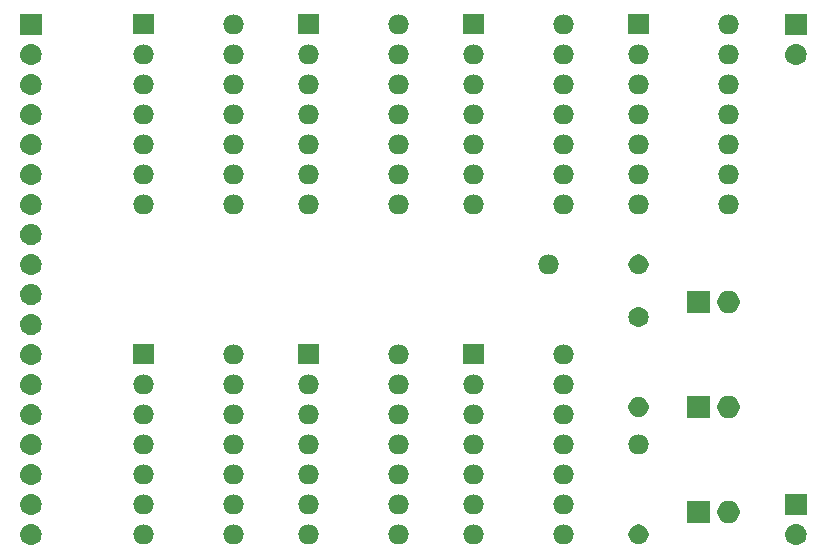
<source format=gbs>
G04 #@! TF.GenerationSoftware,KiCad,Pcbnew,5.0.2+dfsg1-1*
G04 #@! TF.CreationDate,2019-07-27T20:03:22+02:00*
G04 #@! TF.ProjectId,Flags-Register,466c6167-732d-4526-9567-69737465722e,rev?*
G04 #@! TF.SameCoordinates,Original*
G04 #@! TF.FileFunction,Soldermask,Bot*
G04 #@! TF.FilePolarity,Negative*
%FSLAX46Y46*%
G04 Gerber Fmt 4.6, Leading zero omitted, Abs format (unit mm)*
G04 Created by KiCad (PCBNEW 5.0.2+dfsg1-1) date za 27 jul 2019 20:03:22 CEST*
%MOMM*%
%LPD*%
G01*
G04 APERTURE LIST*
%ADD10C,0.100000*%
G04 APERTURE END LIST*
D10*
G36*
X110600443Y-88005519D02*
X110666627Y-88012037D01*
X110779853Y-88046384D01*
X110836467Y-88063557D01*
X110923311Y-88109977D01*
X110992991Y-88147222D01*
X111028729Y-88176552D01*
X111130186Y-88259814D01*
X111210369Y-88357519D01*
X111242778Y-88397009D01*
X111242779Y-88397011D01*
X111326443Y-88553533D01*
X111343616Y-88610147D01*
X111377963Y-88723373D01*
X111395359Y-88900000D01*
X111377963Y-89076627D01*
X111356243Y-89148228D01*
X111326443Y-89246467D01*
X111257698Y-89375078D01*
X111242778Y-89402991D01*
X111213448Y-89438729D01*
X111130186Y-89540186D01*
X111028729Y-89623448D01*
X110992991Y-89652778D01*
X110992989Y-89652779D01*
X110836467Y-89736443D01*
X110829069Y-89738687D01*
X110666627Y-89787963D01*
X110600443Y-89794481D01*
X110534260Y-89801000D01*
X110445740Y-89801000D01*
X110379557Y-89794481D01*
X110313373Y-89787963D01*
X110150931Y-89738687D01*
X110143533Y-89736443D01*
X109987011Y-89652779D01*
X109987009Y-89652778D01*
X109951271Y-89623448D01*
X109849814Y-89540186D01*
X109766552Y-89438729D01*
X109737222Y-89402991D01*
X109722302Y-89375078D01*
X109653557Y-89246467D01*
X109623757Y-89148228D01*
X109602037Y-89076627D01*
X109584641Y-88900000D01*
X109602037Y-88723373D01*
X109636384Y-88610147D01*
X109653557Y-88553533D01*
X109737221Y-88397011D01*
X109737222Y-88397009D01*
X109769631Y-88357519D01*
X109849814Y-88259814D01*
X109951271Y-88176552D01*
X109987009Y-88147222D01*
X110056689Y-88109977D01*
X110143533Y-88063557D01*
X110200147Y-88046384D01*
X110313373Y-88012037D01*
X110379557Y-88005519D01*
X110445740Y-87999000D01*
X110534260Y-87999000D01*
X110600443Y-88005519D01*
X110600443Y-88005519D01*
G37*
G36*
X45830443Y-88005519D02*
X45896627Y-88012037D01*
X46009853Y-88046384D01*
X46066467Y-88063557D01*
X46153311Y-88109977D01*
X46222991Y-88147222D01*
X46258729Y-88176552D01*
X46360186Y-88259814D01*
X46440369Y-88357519D01*
X46472778Y-88397009D01*
X46472779Y-88397011D01*
X46556443Y-88553533D01*
X46573616Y-88610147D01*
X46607963Y-88723373D01*
X46625359Y-88900000D01*
X46607963Y-89076627D01*
X46586243Y-89148228D01*
X46556443Y-89246467D01*
X46487698Y-89375078D01*
X46472778Y-89402991D01*
X46443448Y-89438729D01*
X46360186Y-89540186D01*
X46258729Y-89623448D01*
X46222991Y-89652778D01*
X46222989Y-89652779D01*
X46066467Y-89736443D01*
X46059069Y-89738687D01*
X45896627Y-89787963D01*
X45830443Y-89794481D01*
X45764260Y-89801000D01*
X45675740Y-89801000D01*
X45609557Y-89794481D01*
X45543373Y-89787963D01*
X45380931Y-89738687D01*
X45373533Y-89736443D01*
X45217011Y-89652779D01*
X45217009Y-89652778D01*
X45181271Y-89623448D01*
X45079814Y-89540186D01*
X44996552Y-89438729D01*
X44967222Y-89402991D01*
X44952302Y-89375078D01*
X44883557Y-89246467D01*
X44853757Y-89148228D01*
X44832037Y-89076627D01*
X44814641Y-88900000D01*
X44832037Y-88723373D01*
X44866384Y-88610147D01*
X44883557Y-88553533D01*
X44967221Y-88397011D01*
X44967222Y-88397009D01*
X44999631Y-88357519D01*
X45079814Y-88259814D01*
X45181271Y-88176552D01*
X45217009Y-88147222D01*
X45286689Y-88109977D01*
X45373533Y-88063557D01*
X45430147Y-88046384D01*
X45543373Y-88012037D01*
X45609557Y-88005519D01*
X45675740Y-87999000D01*
X45764260Y-87999000D01*
X45830443Y-88005519D01*
X45830443Y-88005519D01*
G37*
G36*
X90971821Y-88061313D02*
X90971824Y-88061314D01*
X90971825Y-88061314D01*
X91132239Y-88109975D01*
X91132241Y-88109976D01*
X91132244Y-88109977D01*
X91280078Y-88188995D01*
X91409659Y-88295341D01*
X91516005Y-88424922D01*
X91595023Y-88572756D01*
X91595024Y-88572759D01*
X91595025Y-88572761D01*
X91640713Y-88723375D01*
X91643687Y-88733179D01*
X91660117Y-88900000D01*
X91643687Y-89066821D01*
X91643686Y-89066824D01*
X91643686Y-89066825D01*
X91618993Y-89148228D01*
X91595023Y-89227244D01*
X91516005Y-89375078D01*
X91409659Y-89504659D01*
X91280078Y-89611005D01*
X91132244Y-89690023D01*
X91132241Y-89690024D01*
X91132239Y-89690025D01*
X90971825Y-89738686D01*
X90971824Y-89738686D01*
X90971821Y-89738687D01*
X90846804Y-89751000D01*
X90763196Y-89751000D01*
X90638179Y-89738687D01*
X90638176Y-89738686D01*
X90638175Y-89738686D01*
X90477761Y-89690025D01*
X90477759Y-89690024D01*
X90477756Y-89690023D01*
X90329922Y-89611005D01*
X90200341Y-89504659D01*
X90093995Y-89375078D01*
X90014977Y-89227244D01*
X89991008Y-89148228D01*
X89966314Y-89066825D01*
X89966314Y-89066824D01*
X89966313Y-89066821D01*
X89949883Y-88900000D01*
X89966313Y-88733179D01*
X89969287Y-88723375D01*
X90014975Y-88572761D01*
X90014976Y-88572759D01*
X90014977Y-88572756D01*
X90093995Y-88424922D01*
X90200341Y-88295341D01*
X90329922Y-88188995D01*
X90477756Y-88109977D01*
X90477759Y-88109976D01*
X90477761Y-88109975D01*
X90638175Y-88061314D01*
X90638176Y-88061314D01*
X90638179Y-88061313D01*
X90763196Y-88049000D01*
X90846804Y-88049000D01*
X90971821Y-88061313D01*
X90971821Y-88061313D01*
G37*
G36*
X77001821Y-88061313D02*
X77001824Y-88061314D01*
X77001825Y-88061314D01*
X77162239Y-88109975D01*
X77162241Y-88109976D01*
X77162244Y-88109977D01*
X77310078Y-88188995D01*
X77439659Y-88295341D01*
X77546005Y-88424922D01*
X77625023Y-88572756D01*
X77625024Y-88572759D01*
X77625025Y-88572761D01*
X77670713Y-88723375D01*
X77673687Y-88733179D01*
X77690117Y-88900000D01*
X77673687Y-89066821D01*
X77673686Y-89066824D01*
X77673686Y-89066825D01*
X77648993Y-89148228D01*
X77625023Y-89227244D01*
X77546005Y-89375078D01*
X77439659Y-89504659D01*
X77310078Y-89611005D01*
X77162244Y-89690023D01*
X77162241Y-89690024D01*
X77162239Y-89690025D01*
X77001825Y-89738686D01*
X77001824Y-89738686D01*
X77001821Y-89738687D01*
X76876804Y-89751000D01*
X76793196Y-89751000D01*
X76668179Y-89738687D01*
X76668176Y-89738686D01*
X76668175Y-89738686D01*
X76507761Y-89690025D01*
X76507759Y-89690024D01*
X76507756Y-89690023D01*
X76359922Y-89611005D01*
X76230341Y-89504659D01*
X76123995Y-89375078D01*
X76044977Y-89227244D01*
X76021008Y-89148228D01*
X75996314Y-89066825D01*
X75996314Y-89066824D01*
X75996313Y-89066821D01*
X75979883Y-88900000D01*
X75996313Y-88733179D01*
X75999287Y-88723375D01*
X76044975Y-88572761D01*
X76044976Y-88572759D01*
X76044977Y-88572756D01*
X76123995Y-88424922D01*
X76230341Y-88295341D01*
X76359922Y-88188995D01*
X76507756Y-88109977D01*
X76507759Y-88109976D01*
X76507761Y-88109975D01*
X76668175Y-88061314D01*
X76668176Y-88061314D01*
X76668179Y-88061313D01*
X76793196Y-88049000D01*
X76876804Y-88049000D01*
X77001821Y-88061313D01*
X77001821Y-88061313D01*
G37*
G36*
X83351821Y-88061313D02*
X83351824Y-88061314D01*
X83351825Y-88061314D01*
X83512239Y-88109975D01*
X83512241Y-88109976D01*
X83512244Y-88109977D01*
X83660078Y-88188995D01*
X83789659Y-88295341D01*
X83896005Y-88424922D01*
X83975023Y-88572756D01*
X83975024Y-88572759D01*
X83975025Y-88572761D01*
X84020713Y-88723375D01*
X84023687Y-88733179D01*
X84040117Y-88900000D01*
X84023687Y-89066821D01*
X84023686Y-89066824D01*
X84023686Y-89066825D01*
X83998993Y-89148228D01*
X83975023Y-89227244D01*
X83896005Y-89375078D01*
X83789659Y-89504659D01*
X83660078Y-89611005D01*
X83512244Y-89690023D01*
X83512241Y-89690024D01*
X83512239Y-89690025D01*
X83351825Y-89738686D01*
X83351824Y-89738686D01*
X83351821Y-89738687D01*
X83226804Y-89751000D01*
X83143196Y-89751000D01*
X83018179Y-89738687D01*
X83018176Y-89738686D01*
X83018175Y-89738686D01*
X82857761Y-89690025D01*
X82857759Y-89690024D01*
X82857756Y-89690023D01*
X82709922Y-89611005D01*
X82580341Y-89504659D01*
X82473995Y-89375078D01*
X82394977Y-89227244D01*
X82371008Y-89148228D01*
X82346314Y-89066825D01*
X82346314Y-89066824D01*
X82346313Y-89066821D01*
X82329883Y-88900000D01*
X82346313Y-88733179D01*
X82349287Y-88723375D01*
X82394975Y-88572761D01*
X82394976Y-88572759D01*
X82394977Y-88572756D01*
X82473995Y-88424922D01*
X82580341Y-88295341D01*
X82709922Y-88188995D01*
X82857756Y-88109977D01*
X82857759Y-88109976D01*
X82857761Y-88109975D01*
X83018175Y-88061314D01*
X83018176Y-88061314D01*
X83018179Y-88061313D01*
X83143196Y-88049000D01*
X83226804Y-88049000D01*
X83351821Y-88061313D01*
X83351821Y-88061313D01*
G37*
G36*
X69381821Y-88061313D02*
X69381824Y-88061314D01*
X69381825Y-88061314D01*
X69542239Y-88109975D01*
X69542241Y-88109976D01*
X69542244Y-88109977D01*
X69690078Y-88188995D01*
X69819659Y-88295341D01*
X69926005Y-88424922D01*
X70005023Y-88572756D01*
X70005024Y-88572759D01*
X70005025Y-88572761D01*
X70050713Y-88723375D01*
X70053687Y-88733179D01*
X70070117Y-88900000D01*
X70053687Y-89066821D01*
X70053686Y-89066824D01*
X70053686Y-89066825D01*
X70028993Y-89148228D01*
X70005023Y-89227244D01*
X69926005Y-89375078D01*
X69819659Y-89504659D01*
X69690078Y-89611005D01*
X69542244Y-89690023D01*
X69542241Y-89690024D01*
X69542239Y-89690025D01*
X69381825Y-89738686D01*
X69381824Y-89738686D01*
X69381821Y-89738687D01*
X69256804Y-89751000D01*
X69173196Y-89751000D01*
X69048179Y-89738687D01*
X69048176Y-89738686D01*
X69048175Y-89738686D01*
X68887761Y-89690025D01*
X68887759Y-89690024D01*
X68887756Y-89690023D01*
X68739922Y-89611005D01*
X68610341Y-89504659D01*
X68503995Y-89375078D01*
X68424977Y-89227244D01*
X68401008Y-89148228D01*
X68376314Y-89066825D01*
X68376314Y-89066824D01*
X68376313Y-89066821D01*
X68359883Y-88900000D01*
X68376313Y-88733179D01*
X68379287Y-88723375D01*
X68424975Y-88572761D01*
X68424976Y-88572759D01*
X68424977Y-88572756D01*
X68503995Y-88424922D01*
X68610341Y-88295341D01*
X68739922Y-88188995D01*
X68887756Y-88109977D01*
X68887759Y-88109976D01*
X68887761Y-88109975D01*
X69048175Y-88061314D01*
X69048176Y-88061314D01*
X69048179Y-88061313D01*
X69173196Y-88049000D01*
X69256804Y-88049000D01*
X69381821Y-88061313D01*
X69381821Y-88061313D01*
G37*
G36*
X63031821Y-88061313D02*
X63031824Y-88061314D01*
X63031825Y-88061314D01*
X63192239Y-88109975D01*
X63192241Y-88109976D01*
X63192244Y-88109977D01*
X63340078Y-88188995D01*
X63469659Y-88295341D01*
X63576005Y-88424922D01*
X63655023Y-88572756D01*
X63655024Y-88572759D01*
X63655025Y-88572761D01*
X63700713Y-88723375D01*
X63703687Y-88733179D01*
X63720117Y-88900000D01*
X63703687Y-89066821D01*
X63703686Y-89066824D01*
X63703686Y-89066825D01*
X63678993Y-89148228D01*
X63655023Y-89227244D01*
X63576005Y-89375078D01*
X63469659Y-89504659D01*
X63340078Y-89611005D01*
X63192244Y-89690023D01*
X63192241Y-89690024D01*
X63192239Y-89690025D01*
X63031825Y-89738686D01*
X63031824Y-89738686D01*
X63031821Y-89738687D01*
X62906804Y-89751000D01*
X62823196Y-89751000D01*
X62698179Y-89738687D01*
X62698176Y-89738686D01*
X62698175Y-89738686D01*
X62537761Y-89690025D01*
X62537759Y-89690024D01*
X62537756Y-89690023D01*
X62389922Y-89611005D01*
X62260341Y-89504659D01*
X62153995Y-89375078D01*
X62074977Y-89227244D01*
X62051008Y-89148228D01*
X62026314Y-89066825D01*
X62026314Y-89066824D01*
X62026313Y-89066821D01*
X62009883Y-88900000D01*
X62026313Y-88733179D01*
X62029287Y-88723375D01*
X62074975Y-88572761D01*
X62074976Y-88572759D01*
X62074977Y-88572756D01*
X62153995Y-88424922D01*
X62260341Y-88295341D01*
X62389922Y-88188995D01*
X62537756Y-88109977D01*
X62537759Y-88109976D01*
X62537761Y-88109975D01*
X62698175Y-88061314D01*
X62698176Y-88061314D01*
X62698179Y-88061313D01*
X62823196Y-88049000D01*
X62906804Y-88049000D01*
X63031821Y-88061313D01*
X63031821Y-88061313D01*
G37*
G36*
X97403228Y-88081703D02*
X97558100Y-88145853D01*
X97697481Y-88238985D01*
X97816015Y-88357519D01*
X97909147Y-88496900D01*
X97973297Y-88651772D01*
X98006000Y-88816184D01*
X98006000Y-88983816D01*
X97973297Y-89148228D01*
X97909147Y-89303100D01*
X97816015Y-89442481D01*
X97697481Y-89561015D01*
X97558100Y-89654147D01*
X97403228Y-89718297D01*
X97238816Y-89751000D01*
X97071184Y-89751000D01*
X96906772Y-89718297D01*
X96751900Y-89654147D01*
X96612519Y-89561015D01*
X96493985Y-89442481D01*
X96400853Y-89303100D01*
X96336703Y-89148228D01*
X96304000Y-88983816D01*
X96304000Y-88816184D01*
X96336703Y-88651772D01*
X96400853Y-88496900D01*
X96493985Y-88357519D01*
X96612519Y-88238985D01*
X96751900Y-88145853D01*
X96906772Y-88081703D01*
X97071184Y-88049000D01*
X97238816Y-88049000D01*
X97403228Y-88081703D01*
X97403228Y-88081703D01*
G37*
G36*
X55411821Y-88061313D02*
X55411824Y-88061314D01*
X55411825Y-88061314D01*
X55572239Y-88109975D01*
X55572241Y-88109976D01*
X55572244Y-88109977D01*
X55720078Y-88188995D01*
X55849659Y-88295341D01*
X55956005Y-88424922D01*
X56035023Y-88572756D01*
X56035024Y-88572759D01*
X56035025Y-88572761D01*
X56080713Y-88723375D01*
X56083687Y-88733179D01*
X56100117Y-88900000D01*
X56083687Y-89066821D01*
X56083686Y-89066824D01*
X56083686Y-89066825D01*
X56058993Y-89148228D01*
X56035023Y-89227244D01*
X55956005Y-89375078D01*
X55849659Y-89504659D01*
X55720078Y-89611005D01*
X55572244Y-89690023D01*
X55572241Y-89690024D01*
X55572239Y-89690025D01*
X55411825Y-89738686D01*
X55411824Y-89738686D01*
X55411821Y-89738687D01*
X55286804Y-89751000D01*
X55203196Y-89751000D01*
X55078179Y-89738687D01*
X55078176Y-89738686D01*
X55078175Y-89738686D01*
X54917761Y-89690025D01*
X54917759Y-89690024D01*
X54917756Y-89690023D01*
X54769922Y-89611005D01*
X54640341Y-89504659D01*
X54533995Y-89375078D01*
X54454977Y-89227244D01*
X54431008Y-89148228D01*
X54406314Y-89066825D01*
X54406314Y-89066824D01*
X54406313Y-89066821D01*
X54389883Y-88900000D01*
X54406313Y-88733179D01*
X54409287Y-88723375D01*
X54454975Y-88572761D01*
X54454976Y-88572759D01*
X54454977Y-88572756D01*
X54533995Y-88424922D01*
X54640341Y-88295341D01*
X54769922Y-88188995D01*
X54917756Y-88109977D01*
X54917759Y-88109976D01*
X54917761Y-88109975D01*
X55078175Y-88061314D01*
X55078176Y-88061314D01*
X55078179Y-88061313D01*
X55203196Y-88049000D01*
X55286804Y-88049000D01*
X55411821Y-88061313D01*
X55411821Y-88061313D01*
G37*
G36*
X103186000Y-87946000D02*
X101284000Y-87946000D01*
X101284000Y-86044000D01*
X103186000Y-86044000D01*
X103186000Y-87946000D01*
X103186000Y-87946000D01*
G37*
G36*
X105052396Y-86080546D02*
X105225466Y-86152234D01*
X105381230Y-86256312D01*
X105513688Y-86388770D01*
X105617766Y-86544534D01*
X105689454Y-86717604D01*
X105726000Y-86901333D01*
X105726000Y-87088667D01*
X105689454Y-87272396D01*
X105617766Y-87445466D01*
X105513688Y-87601230D01*
X105381230Y-87733688D01*
X105225466Y-87837766D01*
X105052396Y-87909454D01*
X104868667Y-87946000D01*
X104681333Y-87946000D01*
X104497604Y-87909454D01*
X104324534Y-87837766D01*
X104168770Y-87733688D01*
X104036312Y-87601230D01*
X103932234Y-87445466D01*
X103860546Y-87272396D01*
X103824000Y-87088667D01*
X103824000Y-86901333D01*
X103860546Y-86717604D01*
X103932234Y-86544534D01*
X104036312Y-86388770D01*
X104168770Y-86256312D01*
X104324534Y-86152234D01*
X104497604Y-86080546D01*
X104681333Y-86044000D01*
X104868667Y-86044000D01*
X105052396Y-86080546D01*
X105052396Y-86080546D01*
G37*
G36*
X45830442Y-85465518D02*
X45896627Y-85472037D01*
X46009853Y-85506384D01*
X46066467Y-85523557D01*
X46153311Y-85569977D01*
X46222991Y-85607222D01*
X46258729Y-85636552D01*
X46360186Y-85719814D01*
X46443448Y-85821271D01*
X46472778Y-85857009D01*
X46472779Y-85857011D01*
X46556443Y-86013533D01*
X46565685Y-86044000D01*
X46607963Y-86183373D01*
X46625359Y-86360000D01*
X46607963Y-86536627D01*
X46605564Y-86544534D01*
X46556443Y-86706467D01*
X46550490Y-86717604D01*
X46472778Y-86862991D01*
X46443448Y-86898729D01*
X46360186Y-87000186D01*
X46258729Y-87083448D01*
X46222991Y-87112778D01*
X46222989Y-87112779D01*
X46066467Y-87196443D01*
X46059069Y-87198687D01*
X45896627Y-87247963D01*
X45830442Y-87254482D01*
X45764260Y-87261000D01*
X45675740Y-87261000D01*
X45609558Y-87254482D01*
X45543373Y-87247963D01*
X45380931Y-87198687D01*
X45373533Y-87196443D01*
X45217011Y-87112779D01*
X45217009Y-87112778D01*
X45181271Y-87083448D01*
X45079814Y-87000186D01*
X44996552Y-86898729D01*
X44967222Y-86862991D01*
X44889510Y-86717604D01*
X44883557Y-86706467D01*
X44834436Y-86544534D01*
X44832037Y-86536627D01*
X44814641Y-86360000D01*
X44832037Y-86183373D01*
X44874315Y-86044000D01*
X44883557Y-86013533D01*
X44967221Y-85857011D01*
X44967222Y-85857009D01*
X44996552Y-85821271D01*
X45079814Y-85719814D01*
X45181271Y-85636552D01*
X45217009Y-85607222D01*
X45286689Y-85569977D01*
X45373533Y-85523557D01*
X45430147Y-85506384D01*
X45543373Y-85472037D01*
X45609558Y-85465518D01*
X45675740Y-85459000D01*
X45764260Y-85459000D01*
X45830442Y-85465518D01*
X45830442Y-85465518D01*
G37*
G36*
X111391000Y-87261000D02*
X109589000Y-87261000D01*
X109589000Y-85459000D01*
X111391000Y-85459000D01*
X111391000Y-87261000D01*
X111391000Y-87261000D01*
G37*
G36*
X63031821Y-85521313D02*
X63031824Y-85521314D01*
X63031825Y-85521314D01*
X63192239Y-85569975D01*
X63192241Y-85569976D01*
X63192244Y-85569977D01*
X63340078Y-85648995D01*
X63469659Y-85755341D01*
X63576005Y-85884922D01*
X63655023Y-86032756D01*
X63655024Y-86032759D01*
X63655025Y-86032761D01*
X63700713Y-86183375D01*
X63703687Y-86193179D01*
X63720117Y-86360000D01*
X63703687Y-86526821D01*
X63703686Y-86526824D01*
X63703686Y-86526825D01*
X63700713Y-86536627D01*
X63655023Y-86687244D01*
X63576005Y-86835078D01*
X63469659Y-86964659D01*
X63340078Y-87071005D01*
X63192244Y-87150023D01*
X63192241Y-87150024D01*
X63192239Y-87150025D01*
X63031825Y-87198686D01*
X63031824Y-87198686D01*
X63031821Y-87198687D01*
X62906804Y-87211000D01*
X62823196Y-87211000D01*
X62698179Y-87198687D01*
X62698176Y-87198686D01*
X62698175Y-87198686D01*
X62537761Y-87150025D01*
X62537759Y-87150024D01*
X62537756Y-87150023D01*
X62389922Y-87071005D01*
X62260341Y-86964659D01*
X62153995Y-86835078D01*
X62074977Y-86687244D01*
X62029288Y-86536627D01*
X62026314Y-86526825D01*
X62026314Y-86526824D01*
X62026313Y-86526821D01*
X62009883Y-86360000D01*
X62026313Y-86193179D01*
X62029287Y-86183375D01*
X62074975Y-86032761D01*
X62074976Y-86032759D01*
X62074977Y-86032756D01*
X62153995Y-85884922D01*
X62260341Y-85755341D01*
X62389922Y-85648995D01*
X62537756Y-85569977D01*
X62537759Y-85569976D01*
X62537761Y-85569975D01*
X62698175Y-85521314D01*
X62698176Y-85521314D01*
X62698179Y-85521313D01*
X62823196Y-85509000D01*
X62906804Y-85509000D01*
X63031821Y-85521313D01*
X63031821Y-85521313D01*
G37*
G36*
X83351821Y-85521313D02*
X83351824Y-85521314D01*
X83351825Y-85521314D01*
X83512239Y-85569975D01*
X83512241Y-85569976D01*
X83512244Y-85569977D01*
X83660078Y-85648995D01*
X83789659Y-85755341D01*
X83896005Y-85884922D01*
X83975023Y-86032756D01*
X83975024Y-86032759D01*
X83975025Y-86032761D01*
X84020713Y-86183375D01*
X84023687Y-86193179D01*
X84040117Y-86360000D01*
X84023687Y-86526821D01*
X84023686Y-86526824D01*
X84023686Y-86526825D01*
X84020713Y-86536627D01*
X83975023Y-86687244D01*
X83896005Y-86835078D01*
X83789659Y-86964659D01*
X83660078Y-87071005D01*
X83512244Y-87150023D01*
X83512241Y-87150024D01*
X83512239Y-87150025D01*
X83351825Y-87198686D01*
X83351824Y-87198686D01*
X83351821Y-87198687D01*
X83226804Y-87211000D01*
X83143196Y-87211000D01*
X83018179Y-87198687D01*
X83018176Y-87198686D01*
X83018175Y-87198686D01*
X82857761Y-87150025D01*
X82857759Y-87150024D01*
X82857756Y-87150023D01*
X82709922Y-87071005D01*
X82580341Y-86964659D01*
X82473995Y-86835078D01*
X82394977Y-86687244D01*
X82349288Y-86536627D01*
X82346314Y-86526825D01*
X82346314Y-86526824D01*
X82346313Y-86526821D01*
X82329883Y-86360000D01*
X82346313Y-86193179D01*
X82349287Y-86183375D01*
X82394975Y-86032761D01*
X82394976Y-86032759D01*
X82394977Y-86032756D01*
X82473995Y-85884922D01*
X82580341Y-85755341D01*
X82709922Y-85648995D01*
X82857756Y-85569977D01*
X82857759Y-85569976D01*
X82857761Y-85569975D01*
X83018175Y-85521314D01*
X83018176Y-85521314D01*
X83018179Y-85521313D01*
X83143196Y-85509000D01*
X83226804Y-85509000D01*
X83351821Y-85521313D01*
X83351821Y-85521313D01*
G37*
G36*
X90971821Y-85521313D02*
X90971824Y-85521314D01*
X90971825Y-85521314D01*
X91132239Y-85569975D01*
X91132241Y-85569976D01*
X91132244Y-85569977D01*
X91280078Y-85648995D01*
X91409659Y-85755341D01*
X91516005Y-85884922D01*
X91595023Y-86032756D01*
X91595024Y-86032759D01*
X91595025Y-86032761D01*
X91640713Y-86183375D01*
X91643687Y-86193179D01*
X91660117Y-86360000D01*
X91643687Y-86526821D01*
X91643686Y-86526824D01*
X91643686Y-86526825D01*
X91640713Y-86536627D01*
X91595023Y-86687244D01*
X91516005Y-86835078D01*
X91409659Y-86964659D01*
X91280078Y-87071005D01*
X91132244Y-87150023D01*
X91132241Y-87150024D01*
X91132239Y-87150025D01*
X90971825Y-87198686D01*
X90971824Y-87198686D01*
X90971821Y-87198687D01*
X90846804Y-87211000D01*
X90763196Y-87211000D01*
X90638179Y-87198687D01*
X90638176Y-87198686D01*
X90638175Y-87198686D01*
X90477761Y-87150025D01*
X90477759Y-87150024D01*
X90477756Y-87150023D01*
X90329922Y-87071005D01*
X90200341Y-86964659D01*
X90093995Y-86835078D01*
X90014977Y-86687244D01*
X89969288Y-86536627D01*
X89966314Y-86526825D01*
X89966314Y-86526824D01*
X89966313Y-86526821D01*
X89949883Y-86360000D01*
X89966313Y-86193179D01*
X89969287Y-86183375D01*
X90014975Y-86032761D01*
X90014976Y-86032759D01*
X90014977Y-86032756D01*
X90093995Y-85884922D01*
X90200341Y-85755341D01*
X90329922Y-85648995D01*
X90477756Y-85569977D01*
X90477759Y-85569976D01*
X90477761Y-85569975D01*
X90638175Y-85521314D01*
X90638176Y-85521314D01*
X90638179Y-85521313D01*
X90763196Y-85509000D01*
X90846804Y-85509000D01*
X90971821Y-85521313D01*
X90971821Y-85521313D01*
G37*
G36*
X77001821Y-85521313D02*
X77001824Y-85521314D01*
X77001825Y-85521314D01*
X77162239Y-85569975D01*
X77162241Y-85569976D01*
X77162244Y-85569977D01*
X77310078Y-85648995D01*
X77439659Y-85755341D01*
X77546005Y-85884922D01*
X77625023Y-86032756D01*
X77625024Y-86032759D01*
X77625025Y-86032761D01*
X77670713Y-86183375D01*
X77673687Y-86193179D01*
X77690117Y-86360000D01*
X77673687Y-86526821D01*
X77673686Y-86526824D01*
X77673686Y-86526825D01*
X77670713Y-86536627D01*
X77625023Y-86687244D01*
X77546005Y-86835078D01*
X77439659Y-86964659D01*
X77310078Y-87071005D01*
X77162244Y-87150023D01*
X77162241Y-87150024D01*
X77162239Y-87150025D01*
X77001825Y-87198686D01*
X77001824Y-87198686D01*
X77001821Y-87198687D01*
X76876804Y-87211000D01*
X76793196Y-87211000D01*
X76668179Y-87198687D01*
X76668176Y-87198686D01*
X76668175Y-87198686D01*
X76507761Y-87150025D01*
X76507759Y-87150024D01*
X76507756Y-87150023D01*
X76359922Y-87071005D01*
X76230341Y-86964659D01*
X76123995Y-86835078D01*
X76044977Y-86687244D01*
X75999288Y-86536627D01*
X75996314Y-86526825D01*
X75996314Y-86526824D01*
X75996313Y-86526821D01*
X75979883Y-86360000D01*
X75996313Y-86193179D01*
X75999287Y-86183375D01*
X76044975Y-86032761D01*
X76044976Y-86032759D01*
X76044977Y-86032756D01*
X76123995Y-85884922D01*
X76230341Y-85755341D01*
X76359922Y-85648995D01*
X76507756Y-85569977D01*
X76507759Y-85569976D01*
X76507761Y-85569975D01*
X76668175Y-85521314D01*
X76668176Y-85521314D01*
X76668179Y-85521313D01*
X76793196Y-85509000D01*
X76876804Y-85509000D01*
X77001821Y-85521313D01*
X77001821Y-85521313D01*
G37*
G36*
X69381821Y-85521313D02*
X69381824Y-85521314D01*
X69381825Y-85521314D01*
X69542239Y-85569975D01*
X69542241Y-85569976D01*
X69542244Y-85569977D01*
X69690078Y-85648995D01*
X69819659Y-85755341D01*
X69926005Y-85884922D01*
X70005023Y-86032756D01*
X70005024Y-86032759D01*
X70005025Y-86032761D01*
X70050713Y-86183375D01*
X70053687Y-86193179D01*
X70070117Y-86360000D01*
X70053687Y-86526821D01*
X70053686Y-86526824D01*
X70053686Y-86526825D01*
X70050713Y-86536627D01*
X70005023Y-86687244D01*
X69926005Y-86835078D01*
X69819659Y-86964659D01*
X69690078Y-87071005D01*
X69542244Y-87150023D01*
X69542241Y-87150024D01*
X69542239Y-87150025D01*
X69381825Y-87198686D01*
X69381824Y-87198686D01*
X69381821Y-87198687D01*
X69256804Y-87211000D01*
X69173196Y-87211000D01*
X69048179Y-87198687D01*
X69048176Y-87198686D01*
X69048175Y-87198686D01*
X68887761Y-87150025D01*
X68887759Y-87150024D01*
X68887756Y-87150023D01*
X68739922Y-87071005D01*
X68610341Y-86964659D01*
X68503995Y-86835078D01*
X68424977Y-86687244D01*
X68379288Y-86536627D01*
X68376314Y-86526825D01*
X68376314Y-86526824D01*
X68376313Y-86526821D01*
X68359883Y-86360000D01*
X68376313Y-86193179D01*
X68379287Y-86183375D01*
X68424975Y-86032761D01*
X68424976Y-86032759D01*
X68424977Y-86032756D01*
X68503995Y-85884922D01*
X68610341Y-85755341D01*
X68739922Y-85648995D01*
X68887756Y-85569977D01*
X68887759Y-85569976D01*
X68887761Y-85569975D01*
X69048175Y-85521314D01*
X69048176Y-85521314D01*
X69048179Y-85521313D01*
X69173196Y-85509000D01*
X69256804Y-85509000D01*
X69381821Y-85521313D01*
X69381821Y-85521313D01*
G37*
G36*
X55411821Y-85521313D02*
X55411824Y-85521314D01*
X55411825Y-85521314D01*
X55572239Y-85569975D01*
X55572241Y-85569976D01*
X55572244Y-85569977D01*
X55720078Y-85648995D01*
X55849659Y-85755341D01*
X55956005Y-85884922D01*
X56035023Y-86032756D01*
X56035024Y-86032759D01*
X56035025Y-86032761D01*
X56080713Y-86183375D01*
X56083687Y-86193179D01*
X56100117Y-86360000D01*
X56083687Y-86526821D01*
X56083686Y-86526824D01*
X56083686Y-86526825D01*
X56080713Y-86536627D01*
X56035023Y-86687244D01*
X55956005Y-86835078D01*
X55849659Y-86964659D01*
X55720078Y-87071005D01*
X55572244Y-87150023D01*
X55572241Y-87150024D01*
X55572239Y-87150025D01*
X55411825Y-87198686D01*
X55411824Y-87198686D01*
X55411821Y-87198687D01*
X55286804Y-87211000D01*
X55203196Y-87211000D01*
X55078179Y-87198687D01*
X55078176Y-87198686D01*
X55078175Y-87198686D01*
X54917761Y-87150025D01*
X54917759Y-87150024D01*
X54917756Y-87150023D01*
X54769922Y-87071005D01*
X54640341Y-86964659D01*
X54533995Y-86835078D01*
X54454977Y-86687244D01*
X54409288Y-86536627D01*
X54406314Y-86526825D01*
X54406314Y-86526824D01*
X54406313Y-86526821D01*
X54389883Y-86360000D01*
X54406313Y-86193179D01*
X54409287Y-86183375D01*
X54454975Y-86032761D01*
X54454976Y-86032759D01*
X54454977Y-86032756D01*
X54533995Y-85884922D01*
X54640341Y-85755341D01*
X54769922Y-85648995D01*
X54917756Y-85569977D01*
X54917759Y-85569976D01*
X54917761Y-85569975D01*
X55078175Y-85521314D01*
X55078176Y-85521314D01*
X55078179Y-85521313D01*
X55203196Y-85509000D01*
X55286804Y-85509000D01*
X55411821Y-85521313D01*
X55411821Y-85521313D01*
G37*
G36*
X45830443Y-82925519D02*
X45896627Y-82932037D01*
X46009853Y-82966384D01*
X46066467Y-82983557D01*
X46153311Y-83029977D01*
X46222991Y-83067222D01*
X46258729Y-83096552D01*
X46360186Y-83179814D01*
X46443448Y-83281271D01*
X46472778Y-83317009D01*
X46472779Y-83317011D01*
X46556443Y-83473533D01*
X46573616Y-83530147D01*
X46607963Y-83643373D01*
X46625359Y-83820000D01*
X46607963Y-83996627D01*
X46573616Y-84109853D01*
X46556443Y-84166467D01*
X46487698Y-84295078D01*
X46472778Y-84322991D01*
X46443448Y-84358729D01*
X46360186Y-84460186D01*
X46258729Y-84543448D01*
X46222991Y-84572778D01*
X46222989Y-84572779D01*
X46066467Y-84656443D01*
X46059069Y-84658687D01*
X45896627Y-84707963D01*
X45830443Y-84714481D01*
X45764260Y-84721000D01*
X45675740Y-84721000D01*
X45609557Y-84714481D01*
X45543373Y-84707963D01*
X45380931Y-84658687D01*
X45373533Y-84656443D01*
X45217011Y-84572779D01*
X45217009Y-84572778D01*
X45181271Y-84543448D01*
X45079814Y-84460186D01*
X44996552Y-84358729D01*
X44967222Y-84322991D01*
X44952302Y-84295078D01*
X44883557Y-84166467D01*
X44866384Y-84109853D01*
X44832037Y-83996627D01*
X44814641Y-83820000D01*
X44832037Y-83643373D01*
X44866384Y-83530147D01*
X44883557Y-83473533D01*
X44967221Y-83317011D01*
X44967222Y-83317009D01*
X44996552Y-83281271D01*
X45079814Y-83179814D01*
X45181271Y-83096552D01*
X45217009Y-83067222D01*
X45286689Y-83029977D01*
X45373533Y-82983557D01*
X45430147Y-82966384D01*
X45543373Y-82932037D01*
X45609557Y-82925519D01*
X45675740Y-82919000D01*
X45764260Y-82919000D01*
X45830443Y-82925519D01*
X45830443Y-82925519D01*
G37*
G36*
X69381821Y-82981313D02*
X69381824Y-82981314D01*
X69381825Y-82981314D01*
X69542239Y-83029975D01*
X69542241Y-83029976D01*
X69542244Y-83029977D01*
X69690078Y-83108995D01*
X69819659Y-83215341D01*
X69926005Y-83344922D01*
X70005023Y-83492756D01*
X70005024Y-83492759D01*
X70005025Y-83492761D01*
X70050713Y-83643375D01*
X70053687Y-83653179D01*
X70070117Y-83820000D01*
X70053687Y-83986821D01*
X70053686Y-83986824D01*
X70053686Y-83986825D01*
X70050713Y-83996627D01*
X70005023Y-84147244D01*
X69926005Y-84295078D01*
X69819659Y-84424659D01*
X69690078Y-84531005D01*
X69542244Y-84610023D01*
X69542241Y-84610024D01*
X69542239Y-84610025D01*
X69381825Y-84658686D01*
X69381824Y-84658686D01*
X69381821Y-84658687D01*
X69256804Y-84671000D01*
X69173196Y-84671000D01*
X69048179Y-84658687D01*
X69048176Y-84658686D01*
X69048175Y-84658686D01*
X68887761Y-84610025D01*
X68887759Y-84610024D01*
X68887756Y-84610023D01*
X68739922Y-84531005D01*
X68610341Y-84424659D01*
X68503995Y-84295078D01*
X68424977Y-84147244D01*
X68379288Y-83996627D01*
X68376314Y-83986825D01*
X68376314Y-83986824D01*
X68376313Y-83986821D01*
X68359883Y-83820000D01*
X68376313Y-83653179D01*
X68379287Y-83643375D01*
X68424975Y-83492761D01*
X68424976Y-83492759D01*
X68424977Y-83492756D01*
X68503995Y-83344922D01*
X68610341Y-83215341D01*
X68739922Y-83108995D01*
X68887756Y-83029977D01*
X68887759Y-83029976D01*
X68887761Y-83029975D01*
X69048175Y-82981314D01*
X69048176Y-82981314D01*
X69048179Y-82981313D01*
X69173196Y-82969000D01*
X69256804Y-82969000D01*
X69381821Y-82981313D01*
X69381821Y-82981313D01*
G37*
G36*
X55411821Y-82981313D02*
X55411824Y-82981314D01*
X55411825Y-82981314D01*
X55572239Y-83029975D01*
X55572241Y-83029976D01*
X55572244Y-83029977D01*
X55720078Y-83108995D01*
X55849659Y-83215341D01*
X55956005Y-83344922D01*
X56035023Y-83492756D01*
X56035024Y-83492759D01*
X56035025Y-83492761D01*
X56080713Y-83643375D01*
X56083687Y-83653179D01*
X56100117Y-83820000D01*
X56083687Y-83986821D01*
X56083686Y-83986824D01*
X56083686Y-83986825D01*
X56080713Y-83996627D01*
X56035023Y-84147244D01*
X55956005Y-84295078D01*
X55849659Y-84424659D01*
X55720078Y-84531005D01*
X55572244Y-84610023D01*
X55572241Y-84610024D01*
X55572239Y-84610025D01*
X55411825Y-84658686D01*
X55411824Y-84658686D01*
X55411821Y-84658687D01*
X55286804Y-84671000D01*
X55203196Y-84671000D01*
X55078179Y-84658687D01*
X55078176Y-84658686D01*
X55078175Y-84658686D01*
X54917761Y-84610025D01*
X54917759Y-84610024D01*
X54917756Y-84610023D01*
X54769922Y-84531005D01*
X54640341Y-84424659D01*
X54533995Y-84295078D01*
X54454977Y-84147244D01*
X54409288Y-83996627D01*
X54406314Y-83986825D01*
X54406314Y-83986824D01*
X54406313Y-83986821D01*
X54389883Y-83820000D01*
X54406313Y-83653179D01*
X54409287Y-83643375D01*
X54454975Y-83492761D01*
X54454976Y-83492759D01*
X54454977Y-83492756D01*
X54533995Y-83344922D01*
X54640341Y-83215341D01*
X54769922Y-83108995D01*
X54917756Y-83029977D01*
X54917759Y-83029976D01*
X54917761Y-83029975D01*
X55078175Y-82981314D01*
X55078176Y-82981314D01*
X55078179Y-82981313D01*
X55203196Y-82969000D01*
X55286804Y-82969000D01*
X55411821Y-82981313D01*
X55411821Y-82981313D01*
G37*
G36*
X90971821Y-82981313D02*
X90971824Y-82981314D01*
X90971825Y-82981314D01*
X91132239Y-83029975D01*
X91132241Y-83029976D01*
X91132244Y-83029977D01*
X91280078Y-83108995D01*
X91409659Y-83215341D01*
X91516005Y-83344922D01*
X91595023Y-83492756D01*
X91595024Y-83492759D01*
X91595025Y-83492761D01*
X91640713Y-83643375D01*
X91643687Y-83653179D01*
X91660117Y-83820000D01*
X91643687Y-83986821D01*
X91643686Y-83986824D01*
X91643686Y-83986825D01*
X91640713Y-83996627D01*
X91595023Y-84147244D01*
X91516005Y-84295078D01*
X91409659Y-84424659D01*
X91280078Y-84531005D01*
X91132244Y-84610023D01*
X91132241Y-84610024D01*
X91132239Y-84610025D01*
X90971825Y-84658686D01*
X90971824Y-84658686D01*
X90971821Y-84658687D01*
X90846804Y-84671000D01*
X90763196Y-84671000D01*
X90638179Y-84658687D01*
X90638176Y-84658686D01*
X90638175Y-84658686D01*
X90477761Y-84610025D01*
X90477759Y-84610024D01*
X90477756Y-84610023D01*
X90329922Y-84531005D01*
X90200341Y-84424659D01*
X90093995Y-84295078D01*
X90014977Y-84147244D01*
X89969288Y-83996627D01*
X89966314Y-83986825D01*
X89966314Y-83986824D01*
X89966313Y-83986821D01*
X89949883Y-83820000D01*
X89966313Y-83653179D01*
X89969287Y-83643375D01*
X90014975Y-83492761D01*
X90014976Y-83492759D01*
X90014977Y-83492756D01*
X90093995Y-83344922D01*
X90200341Y-83215341D01*
X90329922Y-83108995D01*
X90477756Y-83029977D01*
X90477759Y-83029976D01*
X90477761Y-83029975D01*
X90638175Y-82981314D01*
X90638176Y-82981314D01*
X90638179Y-82981313D01*
X90763196Y-82969000D01*
X90846804Y-82969000D01*
X90971821Y-82981313D01*
X90971821Y-82981313D01*
G37*
G36*
X63031821Y-82981313D02*
X63031824Y-82981314D01*
X63031825Y-82981314D01*
X63192239Y-83029975D01*
X63192241Y-83029976D01*
X63192244Y-83029977D01*
X63340078Y-83108995D01*
X63469659Y-83215341D01*
X63576005Y-83344922D01*
X63655023Y-83492756D01*
X63655024Y-83492759D01*
X63655025Y-83492761D01*
X63700713Y-83643375D01*
X63703687Y-83653179D01*
X63720117Y-83820000D01*
X63703687Y-83986821D01*
X63703686Y-83986824D01*
X63703686Y-83986825D01*
X63700713Y-83996627D01*
X63655023Y-84147244D01*
X63576005Y-84295078D01*
X63469659Y-84424659D01*
X63340078Y-84531005D01*
X63192244Y-84610023D01*
X63192241Y-84610024D01*
X63192239Y-84610025D01*
X63031825Y-84658686D01*
X63031824Y-84658686D01*
X63031821Y-84658687D01*
X62906804Y-84671000D01*
X62823196Y-84671000D01*
X62698179Y-84658687D01*
X62698176Y-84658686D01*
X62698175Y-84658686D01*
X62537761Y-84610025D01*
X62537759Y-84610024D01*
X62537756Y-84610023D01*
X62389922Y-84531005D01*
X62260341Y-84424659D01*
X62153995Y-84295078D01*
X62074977Y-84147244D01*
X62029288Y-83996627D01*
X62026314Y-83986825D01*
X62026314Y-83986824D01*
X62026313Y-83986821D01*
X62009883Y-83820000D01*
X62026313Y-83653179D01*
X62029287Y-83643375D01*
X62074975Y-83492761D01*
X62074976Y-83492759D01*
X62074977Y-83492756D01*
X62153995Y-83344922D01*
X62260341Y-83215341D01*
X62389922Y-83108995D01*
X62537756Y-83029977D01*
X62537759Y-83029976D01*
X62537761Y-83029975D01*
X62698175Y-82981314D01*
X62698176Y-82981314D01*
X62698179Y-82981313D01*
X62823196Y-82969000D01*
X62906804Y-82969000D01*
X63031821Y-82981313D01*
X63031821Y-82981313D01*
G37*
G36*
X77001821Y-82981313D02*
X77001824Y-82981314D01*
X77001825Y-82981314D01*
X77162239Y-83029975D01*
X77162241Y-83029976D01*
X77162244Y-83029977D01*
X77310078Y-83108995D01*
X77439659Y-83215341D01*
X77546005Y-83344922D01*
X77625023Y-83492756D01*
X77625024Y-83492759D01*
X77625025Y-83492761D01*
X77670713Y-83643375D01*
X77673687Y-83653179D01*
X77690117Y-83820000D01*
X77673687Y-83986821D01*
X77673686Y-83986824D01*
X77673686Y-83986825D01*
X77670713Y-83996627D01*
X77625023Y-84147244D01*
X77546005Y-84295078D01*
X77439659Y-84424659D01*
X77310078Y-84531005D01*
X77162244Y-84610023D01*
X77162241Y-84610024D01*
X77162239Y-84610025D01*
X77001825Y-84658686D01*
X77001824Y-84658686D01*
X77001821Y-84658687D01*
X76876804Y-84671000D01*
X76793196Y-84671000D01*
X76668179Y-84658687D01*
X76668176Y-84658686D01*
X76668175Y-84658686D01*
X76507761Y-84610025D01*
X76507759Y-84610024D01*
X76507756Y-84610023D01*
X76359922Y-84531005D01*
X76230341Y-84424659D01*
X76123995Y-84295078D01*
X76044977Y-84147244D01*
X75999288Y-83996627D01*
X75996314Y-83986825D01*
X75996314Y-83986824D01*
X75996313Y-83986821D01*
X75979883Y-83820000D01*
X75996313Y-83653179D01*
X75999287Y-83643375D01*
X76044975Y-83492761D01*
X76044976Y-83492759D01*
X76044977Y-83492756D01*
X76123995Y-83344922D01*
X76230341Y-83215341D01*
X76359922Y-83108995D01*
X76507756Y-83029977D01*
X76507759Y-83029976D01*
X76507761Y-83029975D01*
X76668175Y-82981314D01*
X76668176Y-82981314D01*
X76668179Y-82981313D01*
X76793196Y-82969000D01*
X76876804Y-82969000D01*
X77001821Y-82981313D01*
X77001821Y-82981313D01*
G37*
G36*
X83351821Y-82981313D02*
X83351824Y-82981314D01*
X83351825Y-82981314D01*
X83512239Y-83029975D01*
X83512241Y-83029976D01*
X83512244Y-83029977D01*
X83660078Y-83108995D01*
X83789659Y-83215341D01*
X83896005Y-83344922D01*
X83975023Y-83492756D01*
X83975024Y-83492759D01*
X83975025Y-83492761D01*
X84020713Y-83643375D01*
X84023687Y-83653179D01*
X84040117Y-83820000D01*
X84023687Y-83986821D01*
X84023686Y-83986824D01*
X84023686Y-83986825D01*
X84020713Y-83996627D01*
X83975023Y-84147244D01*
X83896005Y-84295078D01*
X83789659Y-84424659D01*
X83660078Y-84531005D01*
X83512244Y-84610023D01*
X83512241Y-84610024D01*
X83512239Y-84610025D01*
X83351825Y-84658686D01*
X83351824Y-84658686D01*
X83351821Y-84658687D01*
X83226804Y-84671000D01*
X83143196Y-84671000D01*
X83018179Y-84658687D01*
X83018176Y-84658686D01*
X83018175Y-84658686D01*
X82857761Y-84610025D01*
X82857759Y-84610024D01*
X82857756Y-84610023D01*
X82709922Y-84531005D01*
X82580341Y-84424659D01*
X82473995Y-84295078D01*
X82394977Y-84147244D01*
X82349288Y-83996627D01*
X82346314Y-83986825D01*
X82346314Y-83986824D01*
X82346313Y-83986821D01*
X82329883Y-83820000D01*
X82346313Y-83653179D01*
X82349287Y-83643375D01*
X82394975Y-83492761D01*
X82394976Y-83492759D01*
X82394977Y-83492756D01*
X82473995Y-83344922D01*
X82580341Y-83215341D01*
X82709922Y-83108995D01*
X82857756Y-83029977D01*
X82857759Y-83029976D01*
X82857761Y-83029975D01*
X83018175Y-82981314D01*
X83018176Y-82981314D01*
X83018179Y-82981313D01*
X83143196Y-82969000D01*
X83226804Y-82969000D01*
X83351821Y-82981313D01*
X83351821Y-82981313D01*
G37*
G36*
X45830442Y-80385518D02*
X45896627Y-80392037D01*
X46009853Y-80426384D01*
X46066467Y-80443557D01*
X46153311Y-80489977D01*
X46222991Y-80527222D01*
X46258729Y-80556552D01*
X46360186Y-80639814D01*
X46443448Y-80741271D01*
X46472778Y-80777009D01*
X46472779Y-80777011D01*
X46556443Y-80933533D01*
X46573616Y-80990147D01*
X46607963Y-81103373D01*
X46625359Y-81280000D01*
X46607963Y-81456627D01*
X46573616Y-81569853D01*
X46556443Y-81626467D01*
X46487698Y-81755078D01*
X46472778Y-81782991D01*
X46443448Y-81818729D01*
X46360186Y-81920186D01*
X46258729Y-82003448D01*
X46222991Y-82032778D01*
X46222989Y-82032779D01*
X46066467Y-82116443D01*
X46059069Y-82118687D01*
X45896627Y-82167963D01*
X45830443Y-82174481D01*
X45764260Y-82181000D01*
X45675740Y-82181000D01*
X45609557Y-82174481D01*
X45543373Y-82167963D01*
X45380931Y-82118687D01*
X45373533Y-82116443D01*
X45217011Y-82032779D01*
X45217009Y-82032778D01*
X45181271Y-82003448D01*
X45079814Y-81920186D01*
X44996552Y-81818729D01*
X44967222Y-81782991D01*
X44952302Y-81755078D01*
X44883557Y-81626467D01*
X44866384Y-81569853D01*
X44832037Y-81456627D01*
X44814641Y-81280000D01*
X44832037Y-81103373D01*
X44866384Y-80990147D01*
X44883557Y-80933533D01*
X44967221Y-80777011D01*
X44967222Y-80777009D01*
X44996552Y-80741271D01*
X45079814Y-80639814D01*
X45181271Y-80556552D01*
X45217009Y-80527222D01*
X45286689Y-80489977D01*
X45373533Y-80443557D01*
X45430147Y-80426384D01*
X45543373Y-80392037D01*
X45609558Y-80385518D01*
X45675740Y-80379000D01*
X45764260Y-80379000D01*
X45830442Y-80385518D01*
X45830442Y-80385518D01*
G37*
G36*
X90971821Y-80441313D02*
X90971824Y-80441314D01*
X90971825Y-80441314D01*
X91132239Y-80489975D01*
X91132241Y-80489976D01*
X91132244Y-80489977D01*
X91280078Y-80568995D01*
X91409659Y-80675341D01*
X91516005Y-80804922D01*
X91595023Y-80952756D01*
X91595024Y-80952759D01*
X91595025Y-80952761D01*
X91640713Y-81103375D01*
X91643687Y-81113179D01*
X91660117Y-81280000D01*
X91643687Y-81446821D01*
X91643686Y-81446824D01*
X91643686Y-81446825D01*
X91640713Y-81456627D01*
X91595023Y-81607244D01*
X91516005Y-81755078D01*
X91409659Y-81884659D01*
X91280078Y-81991005D01*
X91132244Y-82070023D01*
X91132241Y-82070024D01*
X91132239Y-82070025D01*
X90971825Y-82118686D01*
X90971824Y-82118686D01*
X90971821Y-82118687D01*
X90846804Y-82131000D01*
X90763196Y-82131000D01*
X90638179Y-82118687D01*
X90638176Y-82118686D01*
X90638175Y-82118686D01*
X90477761Y-82070025D01*
X90477759Y-82070024D01*
X90477756Y-82070023D01*
X90329922Y-81991005D01*
X90200341Y-81884659D01*
X90093995Y-81755078D01*
X90014977Y-81607244D01*
X89969288Y-81456627D01*
X89966314Y-81446825D01*
X89966314Y-81446824D01*
X89966313Y-81446821D01*
X89949883Y-81280000D01*
X89966313Y-81113179D01*
X89969287Y-81103375D01*
X90014975Y-80952761D01*
X90014976Y-80952759D01*
X90014977Y-80952756D01*
X90093995Y-80804922D01*
X90200341Y-80675341D01*
X90329922Y-80568995D01*
X90477756Y-80489977D01*
X90477759Y-80489976D01*
X90477761Y-80489975D01*
X90638175Y-80441314D01*
X90638176Y-80441314D01*
X90638179Y-80441313D01*
X90763196Y-80429000D01*
X90846804Y-80429000D01*
X90971821Y-80441313D01*
X90971821Y-80441313D01*
G37*
G36*
X77001821Y-80441313D02*
X77001824Y-80441314D01*
X77001825Y-80441314D01*
X77162239Y-80489975D01*
X77162241Y-80489976D01*
X77162244Y-80489977D01*
X77310078Y-80568995D01*
X77439659Y-80675341D01*
X77546005Y-80804922D01*
X77625023Y-80952756D01*
X77625024Y-80952759D01*
X77625025Y-80952761D01*
X77670713Y-81103375D01*
X77673687Y-81113179D01*
X77690117Y-81280000D01*
X77673687Y-81446821D01*
X77673686Y-81446824D01*
X77673686Y-81446825D01*
X77670713Y-81456627D01*
X77625023Y-81607244D01*
X77546005Y-81755078D01*
X77439659Y-81884659D01*
X77310078Y-81991005D01*
X77162244Y-82070023D01*
X77162241Y-82070024D01*
X77162239Y-82070025D01*
X77001825Y-82118686D01*
X77001824Y-82118686D01*
X77001821Y-82118687D01*
X76876804Y-82131000D01*
X76793196Y-82131000D01*
X76668179Y-82118687D01*
X76668176Y-82118686D01*
X76668175Y-82118686D01*
X76507761Y-82070025D01*
X76507759Y-82070024D01*
X76507756Y-82070023D01*
X76359922Y-81991005D01*
X76230341Y-81884659D01*
X76123995Y-81755078D01*
X76044977Y-81607244D01*
X75999288Y-81456627D01*
X75996314Y-81446825D01*
X75996314Y-81446824D01*
X75996313Y-81446821D01*
X75979883Y-81280000D01*
X75996313Y-81113179D01*
X75999287Y-81103375D01*
X76044975Y-80952761D01*
X76044976Y-80952759D01*
X76044977Y-80952756D01*
X76123995Y-80804922D01*
X76230341Y-80675341D01*
X76359922Y-80568995D01*
X76507756Y-80489977D01*
X76507759Y-80489976D01*
X76507761Y-80489975D01*
X76668175Y-80441314D01*
X76668176Y-80441314D01*
X76668179Y-80441313D01*
X76793196Y-80429000D01*
X76876804Y-80429000D01*
X77001821Y-80441313D01*
X77001821Y-80441313D01*
G37*
G36*
X69381821Y-80441313D02*
X69381824Y-80441314D01*
X69381825Y-80441314D01*
X69542239Y-80489975D01*
X69542241Y-80489976D01*
X69542244Y-80489977D01*
X69690078Y-80568995D01*
X69819659Y-80675341D01*
X69926005Y-80804922D01*
X70005023Y-80952756D01*
X70005024Y-80952759D01*
X70005025Y-80952761D01*
X70050713Y-81103375D01*
X70053687Y-81113179D01*
X70070117Y-81280000D01*
X70053687Y-81446821D01*
X70053686Y-81446824D01*
X70053686Y-81446825D01*
X70050713Y-81456627D01*
X70005023Y-81607244D01*
X69926005Y-81755078D01*
X69819659Y-81884659D01*
X69690078Y-81991005D01*
X69542244Y-82070023D01*
X69542241Y-82070024D01*
X69542239Y-82070025D01*
X69381825Y-82118686D01*
X69381824Y-82118686D01*
X69381821Y-82118687D01*
X69256804Y-82131000D01*
X69173196Y-82131000D01*
X69048179Y-82118687D01*
X69048176Y-82118686D01*
X69048175Y-82118686D01*
X68887761Y-82070025D01*
X68887759Y-82070024D01*
X68887756Y-82070023D01*
X68739922Y-81991005D01*
X68610341Y-81884659D01*
X68503995Y-81755078D01*
X68424977Y-81607244D01*
X68379288Y-81456627D01*
X68376314Y-81446825D01*
X68376314Y-81446824D01*
X68376313Y-81446821D01*
X68359883Y-81280000D01*
X68376313Y-81113179D01*
X68379287Y-81103375D01*
X68424975Y-80952761D01*
X68424976Y-80952759D01*
X68424977Y-80952756D01*
X68503995Y-80804922D01*
X68610341Y-80675341D01*
X68739922Y-80568995D01*
X68887756Y-80489977D01*
X68887759Y-80489976D01*
X68887761Y-80489975D01*
X69048175Y-80441314D01*
X69048176Y-80441314D01*
X69048179Y-80441313D01*
X69173196Y-80429000D01*
X69256804Y-80429000D01*
X69381821Y-80441313D01*
X69381821Y-80441313D01*
G37*
G36*
X63031821Y-80441313D02*
X63031824Y-80441314D01*
X63031825Y-80441314D01*
X63192239Y-80489975D01*
X63192241Y-80489976D01*
X63192244Y-80489977D01*
X63340078Y-80568995D01*
X63469659Y-80675341D01*
X63576005Y-80804922D01*
X63655023Y-80952756D01*
X63655024Y-80952759D01*
X63655025Y-80952761D01*
X63700713Y-81103375D01*
X63703687Y-81113179D01*
X63720117Y-81280000D01*
X63703687Y-81446821D01*
X63703686Y-81446824D01*
X63703686Y-81446825D01*
X63700713Y-81456627D01*
X63655023Y-81607244D01*
X63576005Y-81755078D01*
X63469659Y-81884659D01*
X63340078Y-81991005D01*
X63192244Y-82070023D01*
X63192241Y-82070024D01*
X63192239Y-82070025D01*
X63031825Y-82118686D01*
X63031824Y-82118686D01*
X63031821Y-82118687D01*
X62906804Y-82131000D01*
X62823196Y-82131000D01*
X62698179Y-82118687D01*
X62698176Y-82118686D01*
X62698175Y-82118686D01*
X62537761Y-82070025D01*
X62537759Y-82070024D01*
X62537756Y-82070023D01*
X62389922Y-81991005D01*
X62260341Y-81884659D01*
X62153995Y-81755078D01*
X62074977Y-81607244D01*
X62029288Y-81456627D01*
X62026314Y-81446825D01*
X62026314Y-81446824D01*
X62026313Y-81446821D01*
X62009883Y-81280000D01*
X62026313Y-81113179D01*
X62029287Y-81103375D01*
X62074975Y-80952761D01*
X62074976Y-80952759D01*
X62074977Y-80952756D01*
X62153995Y-80804922D01*
X62260341Y-80675341D01*
X62389922Y-80568995D01*
X62537756Y-80489977D01*
X62537759Y-80489976D01*
X62537761Y-80489975D01*
X62698175Y-80441314D01*
X62698176Y-80441314D01*
X62698179Y-80441313D01*
X62823196Y-80429000D01*
X62906804Y-80429000D01*
X63031821Y-80441313D01*
X63031821Y-80441313D01*
G37*
G36*
X55411821Y-80441313D02*
X55411824Y-80441314D01*
X55411825Y-80441314D01*
X55572239Y-80489975D01*
X55572241Y-80489976D01*
X55572244Y-80489977D01*
X55720078Y-80568995D01*
X55849659Y-80675341D01*
X55956005Y-80804922D01*
X56035023Y-80952756D01*
X56035024Y-80952759D01*
X56035025Y-80952761D01*
X56080713Y-81103375D01*
X56083687Y-81113179D01*
X56100117Y-81280000D01*
X56083687Y-81446821D01*
X56083686Y-81446824D01*
X56083686Y-81446825D01*
X56080713Y-81456627D01*
X56035023Y-81607244D01*
X55956005Y-81755078D01*
X55849659Y-81884659D01*
X55720078Y-81991005D01*
X55572244Y-82070023D01*
X55572241Y-82070024D01*
X55572239Y-82070025D01*
X55411825Y-82118686D01*
X55411824Y-82118686D01*
X55411821Y-82118687D01*
X55286804Y-82131000D01*
X55203196Y-82131000D01*
X55078179Y-82118687D01*
X55078176Y-82118686D01*
X55078175Y-82118686D01*
X54917761Y-82070025D01*
X54917759Y-82070024D01*
X54917756Y-82070023D01*
X54769922Y-81991005D01*
X54640341Y-81884659D01*
X54533995Y-81755078D01*
X54454977Y-81607244D01*
X54409288Y-81456627D01*
X54406314Y-81446825D01*
X54406314Y-81446824D01*
X54406313Y-81446821D01*
X54389883Y-81280000D01*
X54406313Y-81113179D01*
X54409287Y-81103375D01*
X54454975Y-80952761D01*
X54454976Y-80952759D01*
X54454977Y-80952756D01*
X54533995Y-80804922D01*
X54640341Y-80675341D01*
X54769922Y-80568995D01*
X54917756Y-80489977D01*
X54917759Y-80489976D01*
X54917761Y-80489975D01*
X55078175Y-80441314D01*
X55078176Y-80441314D01*
X55078179Y-80441313D01*
X55203196Y-80429000D01*
X55286804Y-80429000D01*
X55411821Y-80441313D01*
X55411821Y-80441313D01*
G37*
G36*
X83351821Y-80441313D02*
X83351824Y-80441314D01*
X83351825Y-80441314D01*
X83512239Y-80489975D01*
X83512241Y-80489976D01*
X83512244Y-80489977D01*
X83660078Y-80568995D01*
X83789659Y-80675341D01*
X83896005Y-80804922D01*
X83975023Y-80952756D01*
X83975024Y-80952759D01*
X83975025Y-80952761D01*
X84020713Y-81103375D01*
X84023687Y-81113179D01*
X84040117Y-81280000D01*
X84023687Y-81446821D01*
X84023686Y-81446824D01*
X84023686Y-81446825D01*
X84020713Y-81456627D01*
X83975023Y-81607244D01*
X83896005Y-81755078D01*
X83789659Y-81884659D01*
X83660078Y-81991005D01*
X83512244Y-82070023D01*
X83512241Y-82070024D01*
X83512239Y-82070025D01*
X83351825Y-82118686D01*
X83351824Y-82118686D01*
X83351821Y-82118687D01*
X83226804Y-82131000D01*
X83143196Y-82131000D01*
X83018179Y-82118687D01*
X83018176Y-82118686D01*
X83018175Y-82118686D01*
X82857761Y-82070025D01*
X82857759Y-82070024D01*
X82857756Y-82070023D01*
X82709922Y-81991005D01*
X82580341Y-81884659D01*
X82473995Y-81755078D01*
X82394977Y-81607244D01*
X82349288Y-81456627D01*
X82346314Y-81446825D01*
X82346314Y-81446824D01*
X82346313Y-81446821D01*
X82329883Y-81280000D01*
X82346313Y-81113179D01*
X82349287Y-81103375D01*
X82394975Y-80952761D01*
X82394976Y-80952759D01*
X82394977Y-80952756D01*
X82473995Y-80804922D01*
X82580341Y-80675341D01*
X82709922Y-80568995D01*
X82857756Y-80489977D01*
X82857759Y-80489976D01*
X82857761Y-80489975D01*
X83018175Y-80441314D01*
X83018176Y-80441314D01*
X83018179Y-80441313D01*
X83143196Y-80429000D01*
X83226804Y-80429000D01*
X83351821Y-80441313D01*
X83351821Y-80441313D01*
G37*
G36*
X97321821Y-80441313D02*
X97321824Y-80441314D01*
X97321825Y-80441314D01*
X97482239Y-80489975D01*
X97482241Y-80489976D01*
X97482244Y-80489977D01*
X97630078Y-80568995D01*
X97759659Y-80675341D01*
X97866005Y-80804922D01*
X97945023Y-80952756D01*
X97945024Y-80952759D01*
X97945025Y-80952761D01*
X97990713Y-81103375D01*
X97993687Y-81113179D01*
X98010117Y-81280000D01*
X97993687Y-81446821D01*
X97993686Y-81446824D01*
X97993686Y-81446825D01*
X97990713Y-81456627D01*
X97945023Y-81607244D01*
X97866005Y-81755078D01*
X97759659Y-81884659D01*
X97630078Y-81991005D01*
X97482244Y-82070023D01*
X97482241Y-82070024D01*
X97482239Y-82070025D01*
X97321825Y-82118686D01*
X97321824Y-82118686D01*
X97321821Y-82118687D01*
X97196804Y-82131000D01*
X97113196Y-82131000D01*
X96988179Y-82118687D01*
X96988176Y-82118686D01*
X96988175Y-82118686D01*
X96827761Y-82070025D01*
X96827759Y-82070024D01*
X96827756Y-82070023D01*
X96679922Y-81991005D01*
X96550341Y-81884659D01*
X96443995Y-81755078D01*
X96364977Y-81607244D01*
X96319288Y-81456627D01*
X96316314Y-81446825D01*
X96316314Y-81446824D01*
X96316313Y-81446821D01*
X96299883Y-81280000D01*
X96316313Y-81113179D01*
X96319287Y-81103375D01*
X96364975Y-80952761D01*
X96364976Y-80952759D01*
X96364977Y-80952756D01*
X96443995Y-80804922D01*
X96550341Y-80675341D01*
X96679922Y-80568995D01*
X96827756Y-80489977D01*
X96827759Y-80489976D01*
X96827761Y-80489975D01*
X96988175Y-80441314D01*
X96988176Y-80441314D01*
X96988179Y-80441313D01*
X97113196Y-80429000D01*
X97196804Y-80429000D01*
X97321821Y-80441313D01*
X97321821Y-80441313D01*
G37*
G36*
X45830443Y-77845519D02*
X45896627Y-77852037D01*
X46009853Y-77886384D01*
X46066467Y-77903557D01*
X46153311Y-77949977D01*
X46222991Y-77987222D01*
X46258729Y-78016552D01*
X46360186Y-78099814D01*
X46433227Y-78188816D01*
X46472778Y-78237009D01*
X46472779Y-78237011D01*
X46556443Y-78393533D01*
X46573616Y-78450147D01*
X46607963Y-78563373D01*
X46625359Y-78740000D01*
X46607963Y-78916627D01*
X46598517Y-78947765D01*
X46556443Y-79086467D01*
X46487698Y-79215078D01*
X46472778Y-79242991D01*
X46443448Y-79278729D01*
X46360186Y-79380186D01*
X46258729Y-79463448D01*
X46222991Y-79492778D01*
X46222989Y-79492779D01*
X46066467Y-79576443D01*
X46059069Y-79578687D01*
X45896627Y-79627963D01*
X45830442Y-79634482D01*
X45764260Y-79641000D01*
X45675740Y-79641000D01*
X45609558Y-79634482D01*
X45543373Y-79627963D01*
X45380931Y-79578687D01*
X45373533Y-79576443D01*
X45217011Y-79492779D01*
X45217009Y-79492778D01*
X45181271Y-79463448D01*
X45079814Y-79380186D01*
X44996552Y-79278729D01*
X44967222Y-79242991D01*
X44952302Y-79215078D01*
X44883557Y-79086467D01*
X44841483Y-78947765D01*
X44832037Y-78916627D01*
X44814641Y-78740000D01*
X44832037Y-78563373D01*
X44866384Y-78450147D01*
X44883557Y-78393533D01*
X44967221Y-78237011D01*
X44967222Y-78237009D01*
X45006773Y-78188816D01*
X45079814Y-78099814D01*
X45181271Y-78016552D01*
X45217009Y-77987222D01*
X45286689Y-77949977D01*
X45373533Y-77903557D01*
X45430147Y-77886384D01*
X45543373Y-77852037D01*
X45609557Y-77845519D01*
X45675740Y-77839000D01*
X45764260Y-77839000D01*
X45830443Y-77845519D01*
X45830443Y-77845519D01*
G37*
G36*
X77001821Y-77901313D02*
X77001824Y-77901314D01*
X77001825Y-77901314D01*
X77162239Y-77949975D01*
X77162241Y-77949976D01*
X77162244Y-77949977D01*
X77310078Y-78028995D01*
X77439659Y-78135341D01*
X77546005Y-78264922D01*
X77625023Y-78412756D01*
X77625024Y-78412759D01*
X77625025Y-78412761D01*
X77670713Y-78563375D01*
X77673687Y-78573179D01*
X77690117Y-78740000D01*
X77673687Y-78906821D01*
X77673686Y-78906824D01*
X77673686Y-78906825D01*
X77639521Y-79019453D01*
X77625023Y-79067244D01*
X77546005Y-79215078D01*
X77439659Y-79344659D01*
X77310078Y-79451005D01*
X77162244Y-79530023D01*
X77162241Y-79530024D01*
X77162239Y-79530025D01*
X77001825Y-79578686D01*
X77001824Y-79578686D01*
X77001821Y-79578687D01*
X76876804Y-79591000D01*
X76793196Y-79591000D01*
X76668179Y-79578687D01*
X76668176Y-79578686D01*
X76668175Y-79578686D01*
X76507761Y-79530025D01*
X76507759Y-79530024D01*
X76507756Y-79530023D01*
X76359922Y-79451005D01*
X76230341Y-79344659D01*
X76123995Y-79215078D01*
X76044977Y-79067244D01*
X76030480Y-79019453D01*
X75996314Y-78906825D01*
X75996314Y-78906824D01*
X75996313Y-78906821D01*
X75979883Y-78740000D01*
X75996313Y-78573179D01*
X75999287Y-78563375D01*
X76044975Y-78412761D01*
X76044976Y-78412759D01*
X76044977Y-78412756D01*
X76123995Y-78264922D01*
X76230341Y-78135341D01*
X76359922Y-78028995D01*
X76507756Y-77949977D01*
X76507759Y-77949976D01*
X76507761Y-77949975D01*
X76668175Y-77901314D01*
X76668176Y-77901314D01*
X76668179Y-77901313D01*
X76793196Y-77889000D01*
X76876804Y-77889000D01*
X77001821Y-77901313D01*
X77001821Y-77901313D01*
G37*
G36*
X90971821Y-77901313D02*
X90971824Y-77901314D01*
X90971825Y-77901314D01*
X91132239Y-77949975D01*
X91132241Y-77949976D01*
X91132244Y-77949977D01*
X91280078Y-78028995D01*
X91409659Y-78135341D01*
X91516005Y-78264922D01*
X91595023Y-78412756D01*
X91595024Y-78412759D01*
X91595025Y-78412761D01*
X91640713Y-78563375D01*
X91643687Y-78573179D01*
X91660117Y-78740000D01*
X91643687Y-78906821D01*
X91643686Y-78906824D01*
X91643686Y-78906825D01*
X91609521Y-79019453D01*
X91595023Y-79067244D01*
X91516005Y-79215078D01*
X91409659Y-79344659D01*
X91280078Y-79451005D01*
X91132244Y-79530023D01*
X91132241Y-79530024D01*
X91132239Y-79530025D01*
X90971825Y-79578686D01*
X90971824Y-79578686D01*
X90971821Y-79578687D01*
X90846804Y-79591000D01*
X90763196Y-79591000D01*
X90638179Y-79578687D01*
X90638176Y-79578686D01*
X90638175Y-79578686D01*
X90477761Y-79530025D01*
X90477759Y-79530024D01*
X90477756Y-79530023D01*
X90329922Y-79451005D01*
X90200341Y-79344659D01*
X90093995Y-79215078D01*
X90014977Y-79067244D01*
X90000480Y-79019453D01*
X89966314Y-78906825D01*
X89966314Y-78906824D01*
X89966313Y-78906821D01*
X89949883Y-78740000D01*
X89966313Y-78573179D01*
X89969287Y-78563375D01*
X90014975Y-78412761D01*
X90014976Y-78412759D01*
X90014977Y-78412756D01*
X90093995Y-78264922D01*
X90200341Y-78135341D01*
X90329922Y-78028995D01*
X90477756Y-77949977D01*
X90477759Y-77949976D01*
X90477761Y-77949975D01*
X90638175Y-77901314D01*
X90638176Y-77901314D01*
X90638179Y-77901313D01*
X90763196Y-77889000D01*
X90846804Y-77889000D01*
X90971821Y-77901313D01*
X90971821Y-77901313D01*
G37*
G36*
X63031821Y-77901313D02*
X63031824Y-77901314D01*
X63031825Y-77901314D01*
X63192239Y-77949975D01*
X63192241Y-77949976D01*
X63192244Y-77949977D01*
X63340078Y-78028995D01*
X63469659Y-78135341D01*
X63576005Y-78264922D01*
X63655023Y-78412756D01*
X63655024Y-78412759D01*
X63655025Y-78412761D01*
X63700713Y-78563375D01*
X63703687Y-78573179D01*
X63720117Y-78740000D01*
X63703687Y-78906821D01*
X63703686Y-78906824D01*
X63703686Y-78906825D01*
X63669521Y-79019453D01*
X63655023Y-79067244D01*
X63576005Y-79215078D01*
X63469659Y-79344659D01*
X63340078Y-79451005D01*
X63192244Y-79530023D01*
X63192241Y-79530024D01*
X63192239Y-79530025D01*
X63031825Y-79578686D01*
X63031824Y-79578686D01*
X63031821Y-79578687D01*
X62906804Y-79591000D01*
X62823196Y-79591000D01*
X62698179Y-79578687D01*
X62698176Y-79578686D01*
X62698175Y-79578686D01*
X62537761Y-79530025D01*
X62537759Y-79530024D01*
X62537756Y-79530023D01*
X62389922Y-79451005D01*
X62260341Y-79344659D01*
X62153995Y-79215078D01*
X62074977Y-79067244D01*
X62060480Y-79019453D01*
X62026314Y-78906825D01*
X62026314Y-78906824D01*
X62026313Y-78906821D01*
X62009883Y-78740000D01*
X62026313Y-78573179D01*
X62029287Y-78563375D01*
X62074975Y-78412761D01*
X62074976Y-78412759D01*
X62074977Y-78412756D01*
X62153995Y-78264922D01*
X62260341Y-78135341D01*
X62389922Y-78028995D01*
X62537756Y-77949977D01*
X62537759Y-77949976D01*
X62537761Y-77949975D01*
X62698175Y-77901314D01*
X62698176Y-77901314D01*
X62698179Y-77901313D01*
X62823196Y-77889000D01*
X62906804Y-77889000D01*
X63031821Y-77901313D01*
X63031821Y-77901313D01*
G37*
G36*
X83351821Y-77901313D02*
X83351824Y-77901314D01*
X83351825Y-77901314D01*
X83512239Y-77949975D01*
X83512241Y-77949976D01*
X83512244Y-77949977D01*
X83660078Y-78028995D01*
X83789659Y-78135341D01*
X83896005Y-78264922D01*
X83975023Y-78412756D01*
X83975024Y-78412759D01*
X83975025Y-78412761D01*
X84020713Y-78563375D01*
X84023687Y-78573179D01*
X84040117Y-78740000D01*
X84023687Y-78906821D01*
X84023686Y-78906824D01*
X84023686Y-78906825D01*
X83989521Y-79019453D01*
X83975023Y-79067244D01*
X83896005Y-79215078D01*
X83789659Y-79344659D01*
X83660078Y-79451005D01*
X83512244Y-79530023D01*
X83512241Y-79530024D01*
X83512239Y-79530025D01*
X83351825Y-79578686D01*
X83351824Y-79578686D01*
X83351821Y-79578687D01*
X83226804Y-79591000D01*
X83143196Y-79591000D01*
X83018179Y-79578687D01*
X83018176Y-79578686D01*
X83018175Y-79578686D01*
X82857761Y-79530025D01*
X82857759Y-79530024D01*
X82857756Y-79530023D01*
X82709922Y-79451005D01*
X82580341Y-79344659D01*
X82473995Y-79215078D01*
X82394977Y-79067244D01*
X82380480Y-79019453D01*
X82346314Y-78906825D01*
X82346314Y-78906824D01*
X82346313Y-78906821D01*
X82329883Y-78740000D01*
X82346313Y-78573179D01*
X82349287Y-78563375D01*
X82394975Y-78412761D01*
X82394976Y-78412759D01*
X82394977Y-78412756D01*
X82473995Y-78264922D01*
X82580341Y-78135341D01*
X82709922Y-78028995D01*
X82857756Y-77949977D01*
X82857759Y-77949976D01*
X82857761Y-77949975D01*
X83018175Y-77901314D01*
X83018176Y-77901314D01*
X83018179Y-77901313D01*
X83143196Y-77889000D01*
X83226804Y-77889000D01*
X83351821Y-77901313D01*
X83351821Y-77901313D01*
G37*
G36*
X69381821Y-77901313D02*
X69381824Y-77901314D01*
X69381825Y-77901314D01*
X69542239Y-77949975D01*
X69542241Y-77949976D01*
X69542244Y-77949977D01*
X69690078Y-78028995D01*
X69819659Y-78135341D01*
X69926005Y-78264922D01*
X70005023Y-78412756D01*
X70005024Y-78412759D01*
X70005025Y-78412761D01*
X70050713Y-78563375D01*
X70053687Y-78573179D01*
X70070117Y-78740000D01*
X70053687Y-78906821D01*
X70053686Y-78906824D01*
X70053686Y-78906825D01*
X70019521Y-79019453D01*
X70005023Y-79067244D01*
X69926005Y-79215078D01*
X69819659Y-79344659D01*
X69690078Y-79451005D01*
X69542244Y-79530023D01*
X69542241Y-79530024D01*
X69542239Y-79530025D01*
X69381825Y-79578686D01*
X69381824Y-79578686D01*
X69381821Y-79578687D01*
X69256804Y-79591000D01*
X69173196Y-79591000D01*
X69048179Y-79578687D01*
X69048176Y-79578686D01*
X69048175Y-79578686D01*
X68887761Y-79530025D01*
X68887759Y-79530024D01*
X68887756Y-79530023D01*
X68739922Y-79451005D01*
X68610341Y-79344659D01*
X68503995Y-79215078D01*
X68424977Y-79067244D01*
X68410480Y-79019453D01*
X68376314Y-78906825D01*
X68376314Y-78906824D01*
X68376313Y-78906821D01*
X68359883Y-78740000D01*
X68376313Y-78573179D01*
X68379287Y-78563375D01*
X68424975Y-78412761D01*
X68424976Y-78412759D01*
X68424977Y-78412756D01*
X68503995Y-78264922D01*
X68610341Y-78135341D01*
X68739922Y-78028995D01*
X68887756Y-77949977D01*
X68887759Y-77949976D01*
X68887761Y-77949975D01*
X69048175Y-77901314D01*
X69048176Y-77901314D01*
X69048179Y-77901313D01*
X69173196Y-77889000D01*
X69256804Y-77889000D01*
X69381821Y-77901313D01*
X69381821Y-77901313D01*
G37*
G36*
X55411821Y-77901313D02*
X55411824Y-77901314D01*
X55411825Y-77901314D01*
X55572239Y-77949975D01*
X55572241Y-77949976D01*
X55572244Y-77949977D01*
X55720078Y-78028995D01*
X55849659Y-78135341D01*
X55956005Y-78264922D01*
X56035023Y-78412756D01*
X56035024Y-78412759D01*
X56035025Y-78412761D01*
X56080713Y-78563375D01*
X56083687Y-78573179D01*
X56100117Y-78740000D01*
X56083687Y-78906821D01*
X56083686Y-78906824D01*
X56083686Y-78906825D01*
X56049521Y-79019453D01*
X56035023Y-79067244D01*
X55956005Y-79215078D01*
X55849659Y-79344659D01*
X55720078Y-79451005D01*
X55572244Y-79530023D01*
X55572241Y-79530024D01*
X55572239Y-79530025D01*
X55411825Y-79578686D01*
X55411824Y-79578686D01*
X55411821Y-79578687D01*
X55286804Y-79591000D01*
X55203196Y-79591000D01*
X55078179Y-79578687D01*
X55078176Y-79578686D01*
X55078175Y-79578686D01*
X54917761Y-79530025D01*
X54917759Y-79530024D01*
X54917756Y-79530023D01*
X54769922Y-79451005D01*
X54640341Y-79344659D01*
X54533995Y-79215078D01*
X54454977Y-79067244D01*
X54440480Y-79019453D01*
X54406314Y-78906825D01*
X54406314Y-78906824D01*
X54406313Y-78906821D01*
X54389883Y-78740000D01*
X54406313Y-78573179D01*
X54409287Y-78563375D01*
X54454975Y-78412761D01*
X54454976Y-78412759D01*
X54454977Y-78412756D01*
X54533995Y-78264922D01*
X54640341Y-78135341D01*
X54769922Y-78028995D01*
X54917756Y-77949977D01*
X54917759Y-77949976D01*
X54917761Y-77949975D01*
X55078175Y-77901314D01*
X55078176Y-77901314D01*
X55078179Y-77901313D01*
X55203196Y-77889000D01*
X55286804Y-77889000D01*
X55411821Y-77901313D01*
X55411821Y-77901313D01*
G37*
G36*
X105052396Y-77190546D02*
X105225466Y-77262234D01*
X105381230Y-77366312D01*
X105513688Y-77498770D01*
X105617766Y-77654534D01*
X105689454Y-77827604D01*
X105726000Y-78011333D01*
X105726000Y-78198667D01*
X105689454Y-78382396D01*
X105617766Y-78555466D01*
X105513688Y-78711230D01*
X105381230Y-78843688D01*
X105225466Y-78947766D01*
X105052396Y-79019454D01*
X104868667Y-79056000D01*
X104681333Y-79056000D01*
X104497604Y-79019454D01*
X104324534Y-78947766D01*
X104168770Y-78843688D01*
X104036312Y-78711230D01*
X103932234Y-78555466D01*
X103860546Y-78382396D01*
X103824000Y-78198667D01*
X103824000Y-78011333D01*
X103860546Y-77827604D01*
X103932234Y-77654534D01*
X104036312Y-77498770D01*
X104168770Y-77366312D01*
X104324534Y-77262234D01*
X104497604Y-77190546D01*
X104681333Y-77154000D01*
X104868667Y-77154000D01*
X105052396Y-77190546D01*
X105052396Y-77190546D01*
G37*
G36*
X103186000Y-79056000D02*
X101284000Y-79056000D01*
X101284000Y-77154000D01*
X103186000Y-77154000D01*
X103186000Y-79056000D01*
X103186000Y-79056000D01*
G37*
G36*
X97403228Y-77286703D02*
X97558100Y-77350853D01*
X97697481Y-77443985D01*
X97816015Y-77562519D01*
X97909147Y-77701900D01*
X97973297Y-77856772D01*
X98006000Y-78021184D01*
X98006000Y-78188816D01*
X97973297Y-78353228D01*
X97909147Y-78508100D01*
X97816015Y-78647481D01*
X97697481Y-78766015D01*
X97558100Y-78859147D01*
X97403228Y-78923297D01*
X97238816Y-78956000D01*
X97071184Y-78956000D01*
X96906772Y-78923297D01*
X96751900Y-78859147D01*
X96612519Y-78766015D01*
X96493985Y-78647481D01*
X96400853Y-78508100D01*
X96336703Y-78353228D01*
X96304000Y-78188816D01*
X96304000Y-78021184D01*
X96336703Y-77856772D01*
X96400853Y-77701900D01*
X96493985Y-77562519D01*
X96612519Y-77443985D01*
X96751900Y-77350853D01*
X96906772Y-77286703D01*
X97071184Y-77254000D01*
X97238816Y-77254000D01*
X97403228Y-77286703D01*
X97403228Y-77286703D01*
G37*
G36*
X45830442Y-75305518D02*
X45896627Y-75312037D01*
X46009853Y-75346384D01*
X46066467Y-75363557D01*
X46153311Y-75409977D01*
X46222991Y-75447222D01*
X46258729Y-75476552D01*
X46360186Y-75559814D01*
X46443448Y-75661271D01*
X46472778Y-75697009D01*
X46472779Y-75697011D01*
X46556443Y-75853533D01*
X46573616Y-75910147D01*
X46607963Y-76023373D01*
X46625359Y-76200000D01*
X46607963Y-76376627D01*
X46573616Y-76489853D01*
X46556443Y-76546467D01*
X46487698Y-76675078D01*
X46472778Y-76702991D01*
X46443448Y-76738729D01*
X46360186Y-76840186D01*
X46258729Y-76923448D01*
X46222991Y-76952778D01*
X46222989Y-76952779D01*
X46066467Y-77036443D01*
X46059069Y-77038687D01*
X45896627Y-77087963D01*
X45830442Y-77094482D01*
X45764260Y-77101000D01*
X45675740Y-77101000D01*
X45609558Y-77094482D01*
X45543373Y-77087963D01*
X45380931Y-77038687D01*
X45373533Y-77036443D01*
X45217011Y-76952779D01*
X45217009Y-76952778D01*
X45181271Y-76923448D01*
X45079814Y-76840186D01*
X44996552Y-76738729D01*
X44967222Y-76702991D01*
X44952302Y-76675078D01*
X44883557Y-76546467D01*
X44866384Y-76489853D01*
X44832037Y-76376627D01*
X44814641Y-76200000D01*
X44832037Y-76023373D01*
X44866384Y-75910147D01*
X44883557Y-75853533D01*
X44967221Y-75697011D01*
X44967222Y-75697009D01*
X44996552Y-75661271D01*
X45079814Y-75559814D01*
X45181271Y-75476552D01*
X45217009Y-75447222D01*
X45286689Y-75409977D01*
X45373533Y-75363557D01*
X45430147Y-75346384D01*
X45543373Y-75312037D01*
X45609558Y-75305518D01*
X45675740Y-75299000D01*
X45764260Y-75299000D01*
X45830442Y-75305518D01*
X45830442Y-75305518D01*
G37*
G36*
X55411821Y-75361313D02*
X55411824Y-75361314D01*
X55411825Y-75361314D01*
X55572239Y-75409975D01*
X55572241Y-75409976D01*
X55572244Y-75409977D01*
X55720078Y-75488995D01*
X55849659Y-75595341D01*
X55956005Y-75724922D01*
X56035023Y-75872756D01*
X56035024Y-75872759D01*
X56035025Y-75872761D01*
X56080713Y-76023375D01*
X56083687Y-76033179D01*
X56100117Y-76200000D01*
X56083687Y-76366821D01*
X56083686Y-76366824D01*
X56083686Y-76366825D01*
X56080713Y-76376627D01*
X56035023Y-76527244D01*
X55956005Y-76675078D01*
X55849659Y-76804659D01*
X55720078Y-76911005D01*
X55572244Y-76990023D01*
X55572241Y-76990024D01*
X55572239Y-76990025D01*
X55411825Y-77038686D01*
X55411824Y-77038686D01*
X55411821Y-77038687D01*
X55286804Y-77051000D01*
X55203196Y-77051000D01*
X55078179Y-77038687D01*
X55078176Y-77038686D01*
X55078175Y-77038686D01*
X54917761Y-76990025D01*
X54917759Y-76990024D01*
X54917756Y-76990023D01*
X54769922Y-76911005D01*
X54640341Y-76804659D01*
X54533995Y-76675078D01*
X54454977Y-76527244D01*
X54409288Y-76376627D01*
X54406314Y-76366825D01*
X54406314Y-76366824D01*
X54406313Y-76366821D01*
X54389883Y-76200000D01*
X54406313Y-76033179D01*
X54409287Y-76023375D01*
X54454975Y-75872761D01*
X54454976Y-75872759D01*
X54454977Y-75872756D01*
X54533995Y-75724922D01*
X54640341Y-75595341D01*
X54769922Y-75488995D01*
X54917756Y-75409977D01*
X54917759Y-75409976D01*
X54917761Y-75409975D01*
X55078175Y-75361314D01*
X55078176Y-75361314D01*
X55078179Y-75361313D01*
X55203196Y-75349000D01*
X55286804Y-75349000D01*
X55411821Y-75361313D01*
X55411821Y-75361313D01*
G37*
G36*
X90971821Y-75361313D02*
X90971824Y-75361314D01*
X90971825Y-75361314D01*
X91132239Y-75409975D01*
X91132241Y-75409976D01*
X91132244Y-75409977D01*
X91280078Y-75488995D01*
X91409659Y-75595341D01*
X91516005Y-75724922D01*
X91595023Y-75872756D01*
X91595024Y-75872759D01*
X91595025Y-75872761D01*
X91640713Y-76023375D01*
X91643687Y-76033179D01*
X91660117Y-76200000D01*
X91643687Y-76366821D01*
X91643686Y-76366824D01*
X91643686Y-76366825D01*
X91640713Y-76376627D01*
X91595023Y-76527244D01*
X91516005Y-76675078D01*
X91409659Y-76804659D01*
X91280078Y-76911005D01*
X91132244Y-76990023D01*
X91132241Y-76990024D01*
X91132239Y-76990025D01*
X90971825Y-77038686D01*
X90971824Y-77038686D01*
X90971821Y-77038687D01*
X90846804Y-77051000D01*
X90763196Y-77051000D01*
X90638179Y-77038687D01*
X90638176Y-77038686D01*
X90638175Y-77038686D01*
X90477761Y-76990025D01*
X90477759Y-76990024D01*
X90477756Y-76990023D01*
X90329922Y-76911005D01*
X90200341Y-76804659D01*
X90093995Y-76675078D01*
X90014977Y-76527244D01*
X89969288Y-76376627D01*
X89966314Y-76366825D01*
X89966314Y-76366824D01*
X89966313Y-76366821D01*
X89949883Y-76200000D01*
X89966313Y-76033179D01*
X89969287Y-76023375D01*
X90014975Y-75872761D01*
X90014976Y-75872759D01*
X90014977Y-75872756D01*
X90093995Y-75724922D01*
X90200341Y-75595341D01*
X90329922Y-75488995D01*
X90477756Y-75409977D01*
X90477759Y-75409976D01*
X90477761Y-75409975D01*
X90638175Y-75361314D01*
X90638176Y-75361314D01*
X90638179Y-75361313D01*
X90763196Y-75349000D01*
X90846804Y-75349000D01*
X90971821Y-75361313D01*
X90971821Y-75361313D01*
G37*
G36*
X63031821Y-75361313D02*
X63031824Y-75361314D01*
X63031825Y-75361314D01*
X63192239Y-75409975D01*
X63192241Y-75409976D01*
X63192244Y-75409977D01*
X63340078Y-75488995D01*
X63469659Y-75595341D01*
X63576005Y-75724922D01*
X63655023Y-75872756D01*
X63655024Y-75872759D01*
X63655025Y-75872761D01*
X63700713Y-76023375D01*
X63703687Y-76033179D01*
X63720117Y-76200000D01*
X63703687Y-76366821D01*
X63703686Y-76366824D01*
X63703686Y-76366825D01*
X63700713Y-76376627D01*
X63655023Y-76527244D01*
X63576005Y-76675078D01*
X63469659Y-76804659D01*
X63340078Y-76911005D01*
X63192244Y-76990023D01*
X63192241Y-76990024D01*
X63192239Y-76990025D01*
X63031825Y-77038686D01*
X63031824Y-77038686D01*
X63031821Y-77038687D01*
X62906804Y-77051000D01*
X62823196Y-77051000D01*
X62698179Y-77038687D01*
X62698176Y-77038686D01*
X62698175Y-77038686D01*
X62537761Y-76990025D01*
X62537759Y-76990024D01*
X62537756Y-76990023D01*
X62389922Y-76911005D01*
X62260341Y-76804659D01*
X62153995Y-76675078D01*
X62074977Y-76527244D01*
X62029288Y-76376627D01*
X62026314Y-76366825D01*
X62026314Y-76366824D01*
X62026313Y-76366821D01*
X62009883Y-76200000D01*
X62026313Y-76033179D01*
X62029287Y-76023375D01*
X62074975Y-75872761D01*
X62074976Y-75872759D01*
X62074977Y-75872756D01*
X62153995Y-75724922D01*
X62260341Y-75595341D01*
X62389922Y-75488995D01*
X62537756Y-75409977D01*
X62537759Y-75409976D01*
X62537761Y-75409975D01*
X62698175Y-75361314D01*
X62698176Y-75361314D01*
X62698179Y-75361313D01*
X62823196Y-75349000D01*
X62906804Y-75349000D01*
X63031821Y-75361313D01*
X63031821Y-75361313D01*
G37*
G36*
X69381821Y-75361313D02*
X69381824Y-75361314D01*
X69381825Y-75361314D01*
X69542239Y-75409975D01*
X69542241Y-75409976D01*
X69542244Y-75409977D01*
X69690078Y-75488995D01*
X69819659Y-75595341D01*
X69926005Y-75724922D01*
X70005023Y-75872756D01*
X70005024Y-75872759D01*
X70005025Y-75872761D01*
X70050713Y-76023375D01*
X70053687Y-76033179D01*
X70070117Y-76200000D01*
X70053687Y-76366821D01*
X70053686Y-76366824D01*
X70053686Y-76366825D01*
X70050713Y-76376627D01*
X70005023Y-76527244D01*
X69926005Y-76675078D01*
X69819659Y-76804659D01*
X69690078Y-76911005D01*
X69542244Y-76990023D01*
X69542241Y-76990024D01*
X69542239Y-76990025D01*
X69381825Y-77038686D01*
X69381824Y-77038686D01*
X69381821Y-77038687D01*
X69256804Y-77051000D01*
X69173196Y-77051000D01*
X69048179Y-77038687D01*
X69048176Y-77038686D01*
X69048175Y-77038686D01*
X68887761Y-76990025D01*
X68887759Y-76990024D01*
X68887756Y-76990023D01*
X68739922Y-76911005D01*
X68610341Y-76804659D01*
X68503995Y-76675078D01*
X68424977Y-76527244D01*
X68379288Y-76376627D01*
X68376314Y-76366825D01*
X68376314Y-76366824D01*
X68376313Y-76366821D01*
X68359883Y-76200000D01*
X68376313Y-76033179D01*
X68379287Y-76023375D01*
X68424975Y-75872761D01*
X68424976Y-75872759D01*
X68424977Y-75872756D01*
X68503995Y-75724922D01*
X68610341Y-75595341D01*
X68739922Y-75488995D01*
X68887756Y-75409977D01*
X68887759Y-75409976D01*
X68887761Y-75409975D01*
X69048175Y-75361314D01*
X69048176Y-75361314D01*
X69048179Y-75361313D01*
X69173196Y-75349000D01*
X69256804Y-75349000D01*
X69381821Y-75361313D01*
X69381821Y-75361313D01*
G37*
G36*
X77001821Y-75361313D02*
X77001824Y-75361314D01*
X77001825Y-75361314D01*
X77162239Y-75409975D01*
X77162241Y-75409976D01*
X77162244Y-75409977D01*
X77310078Y-75488995D01*
X77439659Y-75595341D01*
X77546005Y-75724922D01*
X77625023Y-75872756D01*
X77625024Y-75872759D01*
X77625025Y-75872761D01*
X77670713Y-76023375D01*
X77673687Y-76033179D01*
X77690117Y-76200000D01*
X77673687Y-76366821D01*
X77673686Y-76366824D01*
X77673686Y-76366825D01*
X77670713Y-76376627D01*
X77625023Y-76527244D01*
X77546005Y-76675078D01*
X77439659Y-76804659D01*
X77310078Y-76911005D01*
X77162244Y-76990023D01*
X77162241Y-76990024D01*
X77162239Y-76990025D01*
X77001825Y-77038686D01*
X77001824Y-77038686D01*
X77001821Y-77038687D01*
X76876804Y-77051000D01*
X76793196Y-77051000D01*
X76668179Y-77038687D01*
X76668176Y-77038686D01*
X76668175Y-77038686D01*
X76507761Y-76990025D01*
X76507759Y-76990024D01*
X76507756Y-76990023D01*
X76359922Y-76911005D01*
X76230341Y-76804659D01*
X76123995Y-76675078D01*
X76044977Y-76527244D01*
X75999288Y-76376627D01*
X75996314Y-76366825D01*
X75996314Y-76366824D01*
X75996313Y-76366821D01*
X75979883Y-76200000D01*
X75996313Y-76033179D01*
X75999287Y-76023375D01*
X76044975Y-75872761D01*
X76044976Y-75872759D01*
X76044977Y-75872756D01*
X76123995Y-75724922D01*
X76230341Y-75595341D01*
X76359922Y-75488995D01*
X76507756Y-75409977D01*
X76507759Y-75409976D01*
X76507761Y-75409975D01*
X76668175Y-75361314D01*
X76668176Y-75361314D01*
X76668179Y-75361313D01*
X76793196Y-75349000D01*
X76876804Y-75349000D01*
X77001821Y-75361313D01*
X77001821Y-75361313D01*
G37*
G36*
X83351821Y-75361313D02*
X83351824Y-75361314D01*
X83351825Y-75361314D01*
X83512239Y-75409975D01*
X83512241Y-75409976D01*
X83512244Y-75409977D01*
X83660078Y-75488995D01*
X83789659Y-75595341D01*
X83896005Y-75724922D01*
X83975023Y-75872756D01*
X83975024Y-75872759D01*
X83975025Y-75872761D01*
X84020713Y-76023375D01*
X84023687Y-76033179D01*
X84040117Y-76200000D01*
X84023687Y-76366821D01*
X84023686Y-76366824D01*
X84023686Y-76366825D01*
X84020713Y-76376627D01*
X83975023Y-76527244D01*
X83896005Y-76675078D01*
X83789659Y-76804659D01*
X83660078Y-76911005D01*
X83512244Y-76990023D01*
X83512241Y-76990024D01*
X83512239Y-76990025D01*
X83351825Y-77038686D01*
X83351824Y-77038686D01*
X83351821Y-77038687D01*
X83226804Y-77051000D01*
X83143196Y-77051000D01*
X83018179Y-77038687D01*
X83018176Y-77038686D01*
X83018175Y-77038686D01*
X82857761Y-76990025D01*
X82857759Y-76990024D01*
X82857756Y-76990023D01*
X82709922Y-76911005D01*
X82580341Y-76804659D01*
X82473995Y-76675078D01*
X82394977Y-76527244D01*
X82349288Y-76376627D01*
X82346314Y-76366825D01*
X82346314Y-76366824D01*
X82346313Y-76366821D01*
X82329883Y-76200000D01*
X82346313Y-76033179D01*
X82349287Y-76023375D01*
X82394975Y-75872761D01*
X82394976Y-75872759D01*
X82394977Y-75872756D01*
X82473995Y-75724922D01*
X82580341Y-75595341D01*
X82709922Y-75488995D01*
X82857756Y-75409977D01*
X82857759Y-75409976D01*
X82857761Y-75409975D01*
X83018175Y-75361314D01*
X83018176Y-75361314D01*
X83018179Y-75361313D01*
X83143196Y-75349000D01*
X83226804Y-75349000D01*
X83351821Y-75361313D01*
X83351821Y-75361313D01*
G37*
G36*
X45830442Y-72765518D02*
X45896627Y-72772037D01*
X46009853Y-72806384D01*
X46066467Y-72823557D01*
X46153311Y-72869977D01*
X46222991Y-72907222D01*
X46258729Y-72936552D01*
X46360186Y-73019814D01*
X46443448Y-73121271D01*
X46472778Y-73157009D01*
X46472779Y-73157011D01*
X46556443Y-73313533D01*
X46573616Y-73370147D01*
X46607963Y-73483373D01*
X46625359Y-73660000D01*
X46607963Y-73836627D01*
X46573616Y-73949853D01*
X46556443Y-74006467D01*
X46487698Y-74135078D01*
X46472778Y-74162991D01*
X46443448Y-74198729D01*
X46360186Y-74300186D01*
X46258729Y-74383448D01*
X46222991Y-74412778D01*
X46222989Y-74412779D01*
X46066467Y-74496443D01*
X46059069Y-74498687D01*
X45896627Y-74547963D01*
X45830442Y-74554482D01*
X45764260Y-74561000D01*
X45675740Y-74561000D01*
X45609558Y-74554482D01*
X45543373Y-74547963D01*
X45380931Y-74498687D01*
X45373533Y-74496443D01*
X45217011Y-74412779D01*
X45217009Y-74412778D01*
X45181271Y-74383448D01*
X45079814Y-74300186D01*
X44996552Y-74198729D01*
X44967222Y-74162991D01*
X44952302Y-74135078D01*
X44883557Y-74006467D01*
X44866384Y-73949853D01*
X44832037Y-73836627D01*
X44814641Y-73660000D01*
X44832037Y-73483373D01*
X44866384Y-73370147D01*
X44883557Y-73313533D01*
X44967221Y-73157011D01*
X44967222Y-73157009D01*
X44996552Y-73121271D01*
X45079814Y-73019814D01*
X45181271Y-72936552D01*
X45217009Y-72907222D01*
X45286689Y-72869977D01*
X45373533Y-72823557D01*
X45430147Y-72806384D01*
X45543373Y-72772037D01*
X45609558Y-72765518D01*
X45675740Y-72759000D01*
X45764260Y-72759000D01*
X45830442Y-72765518D01*
X45830442Y-72765518D01*
G37*
G36*
X90971821Y-72821313D02*
X90971824Y-72821314D01*
X90971825Y-72821314D01*
X91132239Y-72869975D01*
X91132241Y-72869976D01*
X91132244Y-72869977D01*
X91280078Y-72948995D01*
X91409659Y-73055341D01*
X91516005Y-73184922D01*
X91595023Y-73332756D01*
X91595024Y-73332759D01*
X91595025Y-73332761D01*
X91640713Y-73483375D01*
X91643687Y-73493179D01*
X91660117Y-73660000D01*
X91643687Y-73826821D01*
X91643686Y-73826824D01*
X91643686Y-73826825D01*
X91640713Y-73836627D01*
X91595023Y-73987244D01*
X91516005Y-74135078D01*
X91409659Y-74264659D01*
X91280078Y-74371005D01*
X91132244Y-74450023D01*
X91132241Y-74450024D01*
X91132239Y-74450025D01*
X90971825Y-74498686D01*
X90971824Y-74498686D01*
X90971821Y-74498687D01*
X90846804Y-74511000D01*
X90763196Y-74511000D01*
X90638179Y-74498687D01*
X90638176Y-74498686D01*
X90638175Y-74498686D01*
X90477761Y-74450025D01*
X90477759Y-74450024D01*
X90477756Y-74450023D01*
X90329922Y-74371005D01*
X90200341Y-74264659D01*
X90093995Y-74135078D01*
X90014977Y-73987244D01*
X89969288Y-73836627D01*
X89966314Y-73826825D01*
X89966314Y-73826824D01*
X89966313Y-73826821D01*
X89949883Y-73660000D01*
X89966313Y-73493179D01*
X89969287Y-73483375D01*
X90014975Y-73332761D01*
X90014976Y-73332759D01*
X90014977Y-73332756D01*
X90093995Y-73184922D01*
X90200341Y-73055341D01*
X90329922Y-72948995D01*
X90477756Y-72869977D01*
X90477759Y-72869976D01*
X90477761Y-72869975D01*
X90638175Y-72821314D01*
X90638176Y-72821314D01*
X90638179Y-72821313D01*
X90763196Y-72809000D01*
X90846804Y-72809000D01*
X90971821Y-72821313D01*
X90971821Y-72821313D01*
G37*
G36*
X77001821Y-72821313D02*
X77001824Y-72821314D01*
X77001825Y-72821314D01*
X77162239Y-72869975D01*
X77162241Y-72869976D01*
X77162244Y-72869977D01*
X77310078Y-72948995D01*
X77439659Y-73055341D01*
X77546005Y-73184922D01*
X77625023Y-73332756D01*
X77625024Y-73332759D01*
X77625025Y-73332761D01*
X77670713Y-73483375D01*
X77673687Y-73493179D01*
X77690117Y-73660000D01*
X77673687Y-73826821D01*
X77673686Y-73826824D01*
X77673686Y-73826825D01*
X77670713Y-73836627D01*
X77625023Y-73987244D01*
X77546005Y-74135078D01*
X77439659Y-74264659D01*
X77310078Y-74371005D01*
X77162244Y-74450023D01*
X77162241Y-74450024D01*
X77162239Y-74450025D01*
X77001825Y-74498686D01*
X77001824Y-74498686D01*
X77001821Y-74498687D01*
X76876804Y-74511000D01*
X76793196Y-74511000D01*
X76668179Y-74498687D01*
X76668176Y-74498686D01*
X76668175Y-74498686D01*
X76507761Y-74450025D01*
X76507759Y-74450024D01*
X76507756Y-74450023D01*
X76359922Y-74371005D01*
X76230341Y-74264659D01*
X76123995Y-74135078D01*
X76044977Y-73987244D01*
X75999288Y-73836627D01*
X75996314Y-73826825D01*
X75996314Y-73826824D01*
X75996313Y-73826821D01*
X75979883Y-73660000D01*
X75996313Y-73493179D01*
X75999287Y-73483375D01*
X76044975Y-73332761D01*
X76044976Y-73332759D01*
X76044977Y-73332756D01*
X76123995Y-73184922D01*
X76230341Y-73055341D01*
X76359922Y-72948995D01*
X76507756Y-72869977D01*
X76507759Y-72869976D01*
X76507761Y-72869975D01*
X76668175Y-72821314D01*
X76668176Y-72821314D01*
X76668179Y-72821313D01*
X76793196Y-72809000D01*
X76876804Y-72809000D01*
X77001821Y-72821313D01*
X77001821Y-72821313D01*
G37*
G36*
X84036000Y-74511000D02*
X82334000Y-74511000D01*
X82334000Y-72809000D01*
X84036000Y-72809000D01*
X84036000Y-74511000D01*
X84036000Y-74511000D01*
G37*
G36*
X70066000Y-74511000D02*
X68364000Y-74511000D01*
X68364000Y-72809000D01*
X70066000Y-72809000D01*
X70066000Y-74511000D01*
X70066000Y-74511000D01*
G37*
G36*
X63031821Y-72821313D02*
X63031824Y-72821314D01*
X63031825Y-72821314D01*
X63192239Y-72869975D01*
X63192241Y-72869976D01*
X63192244Y-72869977D01*
X63340078Y-72948995D01*
X63469659Y-73055341D01*
X63576005Y-73184922D01*
X63655023Y-73332756D01*
X63655024Y-73332759D01*
X63655025Y-73332761D01*
X63700713Y-73483375D01*
X63703687Y-73493179D01*
X63720117Y-73660000D01*
X63703687Y-73826821D01*
X63703686Y-73826824D01*
X63703686Y-73826825D01*
X63700713Y-73836627D01*
X63655023Y-73987244D01*
X63576005Y-74135078D01*
X63469659Y-74264659D01*
X63340078Y-74371005D01*
X63192244Y-74450023D01*
X63192241Y-74450024D01*
X63192239Y-74450025D01*
X63031825Y-74498686D01*
X63031824Y-74498686D01*
X63031821Y-74498687D01*
X62906804Y-74511000D01*
X62823196Y-74511000D01*
X62698179Y-74498687D01*
X62698176Y-74498686D01*
X62698175Y-74498686D01*
X62537761Y-74450025D01*
X62537759Y-74450024D01*
X62537756Y-74450023D01*
X62389922Y-74371005D01*
X62260341Y-74264659D01*
X62153995Y-74135078D01*
X62074977Y-73987244D01*
X62029288Y-73836627D01*
X62026314Y-73826825D01*
X62026314Y-73826824D01*
X62026313Y-73826821D01*
X62009883Y-73660000D01*
X62026313Y-73493179D01*
X62029287Y-73483375D01*
X62074975Y-73332761D01*
X62074976Y-73332759D01*
X62074977Y-73332756D01*
X62153995Y-73184922D01*
X62260341Y-73055341D01*
X62389922Y-72948995D01*
X62537756Y-72869977D01*
X62537759Y-72869976D01*
X62537761Y-72869975D01*
X62698175Y-72821314D01*
X62698176Y-72821314D01*
X62698179Y-72821313D01*
X62823196Y-72809000D01*
X62906804Y-72809000D01*
X63031821Y-72821313D01*
X63031821Y-72821313D01*
G37*
G36*
X56096000Y-74511000D02*
X54394000Y-74511000D01*
X54394000Y-72809000D01*
X56096000Y-72809000D01*
X56096000Y-74511000D01*
X56096000Y-74511000D01*
G37*
G36*
X45830442Y-70225518D02*
X45896627Y-70232037D01*
X46009853Y-70266384D01*
X46066467Y-70283557D01*
X46131239Y-70318179D01*
X46222991Y-70367222D01*
X46258729Y-70396552D01*
X46360186Y-70479814D01*
X46443448Y-70581271D01*
X46472778Y-70617009D01*
X46472779Y-70617011D01*
X46556443Y-70773533D01*
X46556443Y-70773534D01*
X46607963Y-70943373D01*
X46625359Y-71120000D01*
X46607963Y-71296627D01*
X46599754Y-71323687D01*
X46556443Y-71466467D01*
X46482348Y-71605087D01*
X46472778Y-71622991D01*
X46443448Y-71658729D01*
X46360186Y-71760186D01*
X46258729Y-71843448D01*
X46222991Y-71872778D01*
X46222989Y-71872779D01*
X46066467Y-71956443D01*
X46009853Y-71973616D01*
X45896627Y-72007963D01*
X45830443Y-72014481D01*
X45764260Y-72021000D01*
X45675740Y-72021000D01*
X45609557Y-72014481D01*
X45543373Y-72007963D01*
X45430147Y-71973616D01*
X45373533Y-71956443D01*
X45217011Y-71872779D01*
X45217009Y-71872778D01*
X45181271Y-71843448D01*
X45079814Y-71760186D01*
X44996552Y-71658729D01*
X44967222Y-71622991D01*
X44957652Y-71605087D01*
X44883557Y-71466467D01*
X44840246Y-71323687D01*
X44832037Y-71296627D01*
X44814641Y-71120000D01*
X44832037Y-70943373D01*
X44883557Y-70773534D01*
X44883557Y-70773533D01*
X44967221Y-70617011D01*
X44967222Y-70617009D01*
X44996552Y-70581271D01*
X45079814Y-70479814D01*
X45181271Y-70396552D01*
X45217009Y-70367222D01*
X45308761Y-70318179D01*
X45373533Y-70283557D01*
X45430147Y-70266384D01*
X45543373Y-70232037D01*
X45609558Y-70225518D01*
X45675740Y-70219000D01*
X45764260Y-70219000D01*
X45830442Y-70225518D01*
X45830442Y-70225518D01*
G37*
G36*
X97321821Y-69646313D02*
X97321824Y-69646314D01*
X97321825Y-69646314D01*
X97482239Y-69694975D01*
X97482241Y-69694976D01*
X97482244Y-69694977D01*
X97630078Y-69773995D01*
X97759659Y-69880341D01*
X97866005Y-70009922D01*
X97945023Y-70157756D01*
X97945024Y-70157759D01*
X97945025Y-70157761D01*
X97993686Y-70318175D01*
X97993687Y-70318179D01*
X98010117Y-70485000D01*
X97993687Y-70651821D01*
X97945023Y-70812244D01*
X97866005Y-70960078D01*
X97759659Y-71089659D01*
X97630078Y-71196005D01*
X97482244Y-71275023D01*
X97482241Y-71275024D01*
X97482239Y-71275025D01*
X97321825Y-71323686D01*
X97321824Y-71323686D01*
X97321821Y-71323687D01*
X97196804Y-71336000D01*
X97113196Y-71336000D01*
X96988179Y-71323687D01*
X96988176Y-71323686D01*
X96988175Y-71323686D01*
X96827761Y-71275025D01*
X96827759Y-71275024D01*
X96827756Y-71275023D01*
X96679922Y-71196005D01*
X96550341Y-71089659D01*
X96443995Y-70960078D01*
X96364977Y-70812244D01*
X96316313Y-70651821D01*
X96299883Y-70485000D01*
X96316313Y-70318179D01*
X96316314Y-70318175D01*
X96364975Y-70157761D01*
X96364976Y-70157759D01*
X96364977Y-70157756D01*
X96443995Y-70009922D01*
X96550341Y-69880341D01*
X96679922Y-69773995D01*
X96827756Y-69694977D01*
X96827759Y-69694976D01*
X96827761Y-69694975D01*
X96988175Y-69646314D01*
X96988176Y-69646314D01*
X96988179Y-69646313D01*
X97113196Y-69634000D01*
X97196804Y-69634000D01*
X97321821Y-69646313D01*
X97321821Y-69646313D01*
G37*
G36*
X105052396Y-68300546D02*
X105225466Y-68372234D01*
X105381230Y-68476312D01*
X105513688Y-68608770D01*
X105617766Y-68764534D01*
X105689454Y-68937604D01*
X105726000Y-69121333D01*
X105726000Y-69308667D01*
X105689454Y-69492396D01*
X105617766Y-69665466D01*
X105513688Y-69821230D01*
X105381230Y-69953688D01*
X105225466Y-70057766D01*
X105052396Y-70129454D01*
X104868667Y-70166000D01*
X104681333Y-70166000D01*
X104497604Y-70129454D01*
X104324534Y-70057766D01*
X104168770Y-69953688D01*
X104036312Y-69821230D01*
X103932234Y-69665466D01*
X103860546Y-69492396D01*
X103824000Y-69308667D01*
X103824000Y-69121333D01*
X103860546Y-68937604D01*
X103932234Y-68764534D01*
X104036312Y-68608770D01*
X104168770Y-68476312D01*
X104324534Y-68372234D01*
X104497604Y-68300546D01*
X104681333Y-68264000D01*
X104868667Y-68264000D01*
X105052396Y-68300546D01*
X105052396Y-68300546D01*
G37*
G36*
X103186000Y-70166000D02*
X101284000Y-70166000D01*
X101284000Y-68264000D01*
X103186000Y-68264000D01*
X103186000Y-70166000D01*
X103186000Y-70166000D01*
G37*
G36*
X45830443Y-67685519D02*
X45896627Y-67692037D01*
X46009853Y-67726384D01*
X46066467Y-67743557D01*
X46205087Y-67817652D01*
X46222991Y-67827222D01*
X46258729Y-67856552D01*
X46360186Y-67939814D01*
X46443448Y-68041271D01*
X46472778Y-68077009D01*
X46472779Y-68077011D01*
X46556443Y-68233533D01*
X46556443Y-68233534D01*
X46607963Y-68403373D01*
X46625359Y-68580000D01*
X46607963Y-68756627D01*
X46605564Y-68764534D01*
X46556443Y-68926467D01*
X46550490Y-68937604D01*
X46472778Y-69082991D01*
X46443448Y-69118729D01*
X46360186Y-69220186D01*
X46258729Y-69303448D01*
X46222991Y-69332778D01*
X46222989Y-69332779D01*
X46066467Y-69416443D01*
X46009853Y-69433616D01*
X45896627Y-69467963D01*
X45830442Y-69474482D01*
X45764260Y-69481000D01*
X45675740Y-69481000D01*
X45609558Y-69474482D01*
X45543373Y-69467963D01*
X45430147Y-69433616D01*
X45373533Y-69416443D01*
X45217011Y-69332779D01*
X45217009Y-69332778D01*
X45181271Y-69303448D01*
X45079814Y-69220186D01*
X44996552Y-69118729D01*
X44967222Y-69082991D01*
X44889510Y-68937604D01*
X44883557Y-68926467D01*
X44834436Y-68764534D01*
X44832037Y-68756627D01*
X44814641Y-68580000D01*
X44832037Y-68403373D01*
X44883557Y-68233534D01*
X44883557Y-68233533D01*
X44967221Y-68077011D01*
X44967222Y-68077009D01*
X44996552Y-68041271D01*
X45079814Y-67939814D01*
X45181271Y-67856552D01*
X45217009Y-67827222D01*
X45234913Y-67817652D01*
X45373533Y-67743557D01*
X45430147Y-67726384D01*
X45543373Y-67692037D01*
X45609557Y-67685519D01*
X45675740Y-67679000D01*
X45764260Y-67679000D01*
X45830443Y-67685519D01*
X45830443Y-67685519D01*
G37*
G36*
X45830442Y-65145518D02*
X45896627Y-65152037D01*
X46009853Y-65186384D01*
X46066467Y-65203557D01*
X46153311Y-65249977D01*
X46222991Y-65287222D01*
X46258729Y-65316552D01*
X46360186Y-65399814D01*
X46440369Y-65497519D01*
X46472778Y-65537009D01*
X46472779Y-65537011D01*
X46556443Y-65693533D01*
X46573616Y-65750147D01*
X46607963Y-65863373D01*
X46625359Y-66040000D01*
X46607963Y-66216627D01*
X46586243Y-66288228D01*
X46556443Y-66386467D01*
X46487698Y-66515078D01*
X46472778Y-66542991D01*
X46443448Y-66578729D01*
X46360186Y-66680186D01*
X46258729Y-66763448D01*
X46222991Y-66792778D01*
X46222989Y-66792779D01*
X46066467Y-66876443D01*
X46059069Y-66878687D01*
X45896627Y-66927963D01*
X45830442Y-66934482D01*
X45764260Y-66941000D01*
X45675740Y-66941000D01*
X45609558Y-66934482D01*
X45543373Y-66927963D01*
X45380931Y-66878687D01*
X45373533Y-66876443D01*
X45217011Y-66792779D01*
X45217009Y-66792778D01*
X45181271Y-66763448D01*
X45079814Y-66680186D01*
X44996552Y-66578729D01*
X44967222Y-66542991D01*
X44952302Y-66515078D01*
X44883557Y-66386467D01*
X44853757Y-66288228D01*
X44832037Y-66216627D01*
X44814641Y-66040000D01*
X44832037Y-65863373D01*
X44866384Y-65750147D01*
X44883557Y-65693533D01*
X44967221Y-65537011D01*
X44967222Y-65537009D01*
X44999631Y-65497519D01*
X45079814Y-65399814D01*
X45181271Y-65316552D01*
X45217009Y-65287222D01*
X45286689Y-65249977D01*
X45373533Y-65203557D01*
X45430147Y-65186384D01*
X45543373Y-65152037D01*
X45609558Y-65145518D01*
X45675740Y-65139000D01*
X45764260Y-65139000D01*
X45830442Y-65145518D01*
X45830442Y-65145518D01*
G37*
G36*
X97403228Y-65221703D02*
X97558100Y-65285853D01*
X97697481Y-65378985D01*
X97816015Y-65497519D01*
X97909147Y-65636900D01*
X97973297Y-65791772D01*
X98006000Y-65956184D01*
X98006000Y-66123816D01*
X97973297Y-66288228D01*
X97909147Y-66443100D01*
X97816015Y-66582481D01*
X97697481Y-66701015D01*
X97558100Y-66794147D01*
X97403228Y-66858297D01*
X97238816Y-66891000D01*
X97071184Y-66891000D01*
X96906772Y-66858297D01*
X96751900Y-66794147D01*
X96612519Y-66701015D01*
X96493985Y-66582481D01*
X96400853Y-66443100D01*
X96336703Y-66288228D01*
X96304000Y-66123816D01*
X96304000Y-65956184D01*
X96336703Y-65791772D01*
X96400853Y-65636900D01*
X96493985Y-65497519D01*
X96612519Y-65378985D01*
X96751900Y-65285853D01*
X96906772Y-65221703D01*
X97071184Y-65189000D01*
X97238816Y-65189000D01*
X97403228Y-65221703D01*
X97403228Y-65221703D01*
G37*
G36*
X89701821Y-65201313D02*
X89701824Y-65201314D01*
X89701825Y-65201314D01*
X89862239Y-65249975D01*
X89862241Y-65249976D01*
X89862244Y-65249977D01*
X90010078Y-65328995D01*
X90139659Y-65435341D01*
X90246005Y-65564922D01*
X90325023Y-65712756D01*
X90325024Y-65712759D01*
X90325025Y-65712761D01*
X90370713Y-65863375D01*
X90373687Y-65873179D01*
X90390117Y-66040000D01*
X90373687Y-66206821D01*
X90373686Y-66206824D01*
X90373686Y-66206825D01*
X90348993Y-66288228D01*
X90325023Y-66367244D01*
X90246005Y-66515078D01*
X90139659Y-66644659D01*
X90010078Y-66751005D01*
X89862244Y-66830023D01*
X89862241Y-66830024D01*
X89862239Y-66830025D01*
X89701825Y-66878686D01*
X89701824Y-66878686D01*
X89701821Y-66878687D01*
X89576804Y-66891000D01*
X89493196Y-66891000D01*
X89368179Y-66878687D01*
X89368176Y-66878686D01*
X89368175Y-66878686D01*
X89207761Y-66830025D01*
X89207759Y-66830024D01*
X89207756Y-66830023D01*
X89059922Y-66751005D01*
X88930341Y-66644659D01*
X88823995Y-66515078D01*
X88744977Y-66367244D01*
X88721008Y-66288228D01*
X88696314Y-66206825D01*
X88696314Y-66206824D01*
X88696313Y-66206821D01*
X88679883Y-66040000D01*
X88696313Y-65873179D01*
X88699287Y-65863375D01*
X88744975Y-65712761D01*
X88744976Y-65712759D01*
X88744977Y-65712756D01*
X88823995Y-65564922D01*
X88930341Y-65435341D01*
X89059922Y-65328995D01*
X89207756Y-65249977D01*
X89207759Y-65249976D01*
X89207761Y-65249975D01*
X89368175Y-65201314D01*
X89368176Y-65201314D01*
X89368179Y-65201313D01*
X89493196Y-65189000D01*
X89576804Y-65189000D01*
X89701821Y-65201313D01*
X89701821Y-65201313D01*
G37*
G36*
X45830442Y-62605518D02*
X45896627Y-62612037D01*
X46009853Y-62646384D01*
X46066467Y-62663557D01*
X46205087Y-62737652D01*
X46222991Y-62747222D01*
X46258729Y-62776552D01*
X46360186Y-62859814D01*
X46443448Y-62961271D01*
X46472778Y-62997009D01*
X46472779Y-62997011D01*
X46556443Y-63153533D01*
X46556443Y-63153534D01*
X46607963Y-63323373D01*
X46625359Y-63500000D01*
X46607963Y-63676627D01*
X46573616Y-63789853D01*
X46556443Y-63846467D01*
X46482348Y-63985087D01*
X46472778Y-64002991D01*
X46443448Y-64038729D01*
X46360186Y-64140186D01*
X46258729Y-64223448D01*
X46222991Y-64252778D01*
X46222989Y-64252779D01*
X46066467Y-64336443D01*
X46009853Y-64353616D01*
X45896627Y-64387963D01*
X45830442Y-64394482D01*
X45764260Y-64401000D01*
X45675740Y-64401000D01*
X45609558Y-64394482D01*
X45543373Y-64387963D01*
X45430147Y-64353616D01*
X45373533Y-64336443D01*
X45217011Y-64252779D01*
X45217009Y-64252778D01*
X45181271Y-64223448D01*
X45079814Y-64140186D01*
X44996552Y-64038729D01*
X44967222Y-64002991D01*
X44957652Y-63985087D01*
X44883557Y-63846467D01*
X44866384Y-63789853D01*
X44832037Y-63676627D01*
X44814641Y-63500000D01*
X44832037Y-63323373D01*
X44883557Y-63153534D01*
X44883557Y-63153533D01*
X44967221Y-62997011D01*
X44967222Y-62997009D01*
X44996552Y-62961271D01*
X45079814Y-62859814D01*
X45181271Y-62776552D01*
X45217009Y-62747222D01*
X45234913Y-62737652D01*
X45373533Y-62663557D01*
X45430147Y-62646384D01*
X45543373Y-62612037D01*
X45609558Y-62605518D01*
X45675740Y-62599000D01*
X45764260Y-62599000D01*
X45830442Y-62605518D01*
X45830442Y-62605518D01*
G37*
G36*
X45830442Y-60065518D02*
X45896627Y-60072037D01*
X46009853Y-60106384D01*
X46066467Y-60123557D01*
X46153311Y-60169977D01*
X46222991Y-60207222D01*
X46258729Y-60236552D01*
X46360186Y-60319814D01*
X46443448Y-60421271D01*
X46472778Y-60457009D01*
X46472779Y-60457011D01*
X46556443Y-60613533D01*
X46573616Y-60670147D01*
X46607963Y-60783373D01*
X46625359Y-60960000D01*
X46607963Y-61136627D01*
X46573616Y-61249853D01*
X46556443Y-61306467D01*
X46487698Y-61435078D01*
X46472778Y-61462991D01*
X46443448Y-61498729D01*
X46360186Y-61600186D01*
X46258729Y-61683448D01*
X46222991Y-61712778D01*
X46222989Y-61712779D01*
X46066467Y-61796443D01*
X46059069Y-61798687D01*
X45896627Y-61847963D01*
X45830443Y-61854481D01*
X45764260Y-61861000D01*
X45675740Y-61861000D01*
X45609557Y-61854481D01*
X45543373Y-61847963D01*
X45380931Y-61798687D01*
X45373533Y-61796443D01*
X45217011Y-61712779D01*
X45217009Y-61712778D01*
X45181271Y-61683448D01*
X45079814Y-61600186D01*
X44996552Y-61498729D01*
X44967222Y-61462991D01*
X44952302Y-61435078D01*
X44883557Y-61306467D01*
X44866384Y-61249853D01*
X44832037Y-61136627D01*
X44814641Y-60960000D01*
X44832037Y-60783373D01*
X44866384Y-60670147D01*
X44883557Y-60613533D01*
X44967221Y-60457011D01*
X44967222Y-60457009D01*
X44996552Y-60421271D01*
X45079814Y-60319814D01*
X45181271Y-60236552D01*
X45217009Y-60207222D01*
X45286689Y-60169977D01*
X45373533Y-60123557D01*
X45430147Y-60106384D01*
X45543373Y-60072037D01*
X45609558Y-60065518D01*
X45675740Y-60059000D01*
X45764260Y-60059000D01*
X45830442Y-60065518D01*
X45830442Y-60065518D01*
G37*
G36*
X77001821Y-60121313D02*
X77001824Y-60121314D01*
X77001825Y-60121314D01*
X77162239Y-60169975D01*
X77162241Y-60169976D01*
X77162244Y-60169977D01*
X77310078Y-60248995D01*
X77439659Y-60355341D01*
X77546005Y-60484922D01*
X77625023Y-60632756D01*
X77625024Y-60632759D01*
X77625025Y-60632761D01*
X77670713Y-60783375D01*
X77673687Y-60793179D01*
X77690117Y-60960000D01*
X77673687Y-61126821D01*
X77673686Y-61126824D01*
X77673686Y-61126825D01*
X77670713Y-61136627D01*
X77625023Y-61287244D01*
X77546005Y-61435078D01*
X77439659Y-61564659D01*
X77310078Y-61671005D01*
X77162244Y-61750023D01*
X77162241Y-61750024D01*
X77162239Y-61750025D01*
X77001825Y-61798686D01*
X77001824Y-61798686D01*
X77001821Y-61798687D01*
X76876804Y-61811000D01*
X76793196Y-61811000D01*
X76668179Y-61798687D01*
X76668176Y-61798686D01*
X76668175Y-61798686D01*
X76507761Y-61750025D01*
X76507759Y-61750024D01*
X76507756Y-61750023D01*
X76359922Y-61671005D01*
X76230341Y-61564659D01*
X76123995Y-61435078D01*
X76044977Y-61287244D01*
X75999288Y-61136627D01*
X75996314Y-61126825D01*
X75996314Y-61126824D01*
X75996313Y-61126821D01*
X75979883Y-60960000D01*
X75996313Y-60793179D01*
X75999287Y-60783375D01*
X76044975Y-60632761D01*
X76044976Y-60632759D01*
X76044977Y-60632756D01*
X76123995Y-60484922D01*
X76230341Y-60355341D01*
X76359922Y-60248995D01*
X76507756Y-60169977D01*
X76507759Y-60169976D01*
X76507761Y-60169975D01*
X76668175Y-60121314D01*
X76668176Y-60121314D01*
X76668179Y-60121313D01*
X76793196Y-60109000D01*
X76876804Y-60109000D01*
X77001821Y-60121313D01*
X77001821Y-60121313D01*
G37*
G36*
X97321821Y-60121313D02*
X97321824Y-60121314D01*
X97321825Y-60121314D01*
X97482239Y-60169975D01*
X97482241Y-60169976D01*
X97482244Y-60169977D01*
X97630078Y-60248995D01*
X97759659Y-60355341D01*
X97866005Y-60484922D01*
X97945023Y-60632756D01*
X97945024Y-60632759D01*
X97945025Y-60632761D01*
X97990713Y-60783375D01*
X97993687Y-60793179D01*
X98010117Y-60960000D01*
X97993687Y-61126821D01*
X97993686Y-61126824D01*
X97993686Y-61126825D01*
X97990713Y-61136627D01*
X97945023Y-61287244D01*
X97866005Y-61435078D01*
X97759659Y-61564659D01*
X97630078Y-61671005D01*
X97482244Y-61750023D01*
X97482241Y-61750024D01*
X97482239Y-61750025D01*
X97321825Y-61798686D01*
X97321824Y-61798686D01*
X97321821Y-61798687D01*
X97196804Y-61811000D01*
X97113196Y-61811000D01*
X96988179Y-61798687D01*
X96988176Y-61798686D01*
X96988175Y-61798686D01*
X96827761Y-61750025D01*
X96827759Y-61750024D01*
X96827756Y-61750023D01*
X96679922Y-61671005D01*
X96550341Y-61564659D01*
X96443995Y-61435078D01*
X96364977Y-61287244D01*
X96319288Y-61136627D01*
X96316314Y-61126825D01*
X96316314Y-61126824D01*
X96316313Y-61126821D01*
X96299883Y-60960000D01*
X96316313Y-60793179D01*
X96319287Y-60783375D01*
X96364975Y-60632761D01*
X96364976Y-60632759D01*
X96364977Y-60632756D01*
X96443995Y-60484922D01*
X96550341Y-60355341D01*
X96679922Y-60248995D01*
X96827756Y-60169977D01*
X96827759Y-60169976D01*
X96827761Y-60169975D01*
X96988175Y-60121314D01*
X96988176Y-60121314D01*
X96988179Y-60121313D01*
X97113196Y-60109000D01*
X97196804Y-60109000D01*
X97321821Y-60121313D01*
X97321821Y-60121313D01*
G37*
G36*
X90971821Y-60121313D02*
X90971824Y-60121314D01*
X90971825Y-60121314D01*
X91132239Y-60169975D01*
X91132241Y-60169976D01*
X91132244Y-60169977D01*
X91280078Y-60248995D01*
X91409659Y-60355341D01*
X91516005Y-60484922D01*
X91595023Y-60632756D01*
X91595024Y-60632759D01*
X91595025Y-60632761D01*
X91640713Y-60783375D01*
X91643687Y-60793179D01*
X91660117Y-60960000D01*
X91643687Y-61126821D01*
X91643686Y-61126824D01*
X91643686Y-61126825D01*
X91640713Y-61136627D01*
X91595023Y-61287244D01*
X91516005Y-61435078D01*
X91409659Y-61564659D01*
X91280078Y-61671005D01*
X91132244Y-61750023D01*
X91132241Y-61750024D01*
X91132239Y-61750025D01*
X90971825Y-61798686D01*
X90971824Y-61798686D01*
X90971821Y-61798687D01*
X90846804Y-61811000D01*
X90763196Y-61811000D01*
X90638179Y-61798687D01*
X90638176Y-61798686D01*
X90638175Y-61798686D01*
X90477761Y-61750025D01*
X90477759Y-61750024D01*
X90477756Y-61750023D01*
X90329922Y-61671005D01*
X90200341Y-61564659D01*
X90093995Y-61435078D01*
X90014977Y-61287244D01*
X89969288Y-61136627D01*
X89966314Y-61126825D01*
X89966314Y-61126824D01*
X89966313Y-61126821D01*
X89949883Y-60960000D01*
X89966313Y-60793179D01*
X89969287Y-60783375D01*
X90014975Y-60632761D01*
X90014976Y-60632759D01*
X90014977Y-60632756D01*
X90093995Y-60484922D01*
X90200341Y-60355341D01*
X90329922Y-60248995D01*
X90477756Y-60169977D01*
X90477759Y-60169976D01*
X90477761Y-60169975D01*
X90638175Y-60121314D01*
X90638176Y-60121314D01*
X90638179Y-60121313D01*
X90763196Y-60109000D01*
X90846804Y-60109000D01*
X90971821Y-60121313D01*
X90971821Y-60121313D01*
G37*
G36*
X104941821Y-60121313D02*
X104941824Y-60121314D01*
X104941825Y-60121314D01*
X105102239Y-60169975D01*
X105102241Y-60169976D01*
X105102244Y-60169977D01*
X105250078Y-60248995D01*
X105379659Y-60355341D01*
X105486005Y-60484922D01*
X105565023Y-60632756D01*
X105565024Y-60632759D01*
X105565025Y-60632761D01*
X105610713Y-60783375D01*
X105613687Y-60793179D01*
X105630117Y-60960000D01*
X105613687Y-61126821D01*
X105613686Y-61126824D01*
X105613686Y-61126825D01*
X105610713Y-61136627D01*
X105565023Y-61287244D01*
X105486005Y-61435078D01*
X105379659Y-61564659D01*
X105250078Y-61671005D01*
X105102244Y-61750023D01*
X105102241Y-61750024D01*
X105102239Y-61750025D01*
X104941825Y-61798686D01*
X104941824Y-61798686D01*
X104941821Y-61798687D01*
X104816804Y-61811000D01*
X104733196Y-61811000D01*
X104608179Y-61798687D01*
X104608176Y-61798686D01*
X104608175Y-61798686D01*
X104447761Y-61750025D01*
X104447759Y-61750024D01*
X104447756Y-61750023D01*
X104299922Y-61671005D01*
X104170341Y-61564659D01*
X104063995Y-61435078D01*
X103984977Y-61287244D01*
X103939288Y-61136627D01*
X103936314Y-61126825D01*
X103936314Y-61126824D01*
X103936313Y-61126821D01*
X103919883Y-60960000D01*
X103936313Y-60793179D01*
X103939287Y-60783375D01*
X103984975Y-60632761D01*
X103984976Y-60632759D01*
X103984977Y-60632756D01*
X104063995Y-60484922D01*
X104170341Y-60355341D01*
X104299922Y-60248995D01*
X104447756Y-60169977D01*
X104447759Y-60169976D01*
X104447761Y-60169975D01*
X104608175Y-60121314D01*
X104608176Y-60121314D01*
X104608179Y-60121313D01*
X104733196Y-60109000D01*
X104816804Y-60109000D01*
X104941821Y-60121313D01*
X104941821Y-60121313D01*
G37*
G36*
X55411821Y-60121313D02*
X55411824Y-60121314D01*
X55411825Y-60121314D01*
X55572239Y-60169975D01*
X55572241Y-60169976D01*
X55572244Y-60169977D01*
X55720078Y-60248995D01*
X55849659Y-60355341D01*
X55956005Y-60484922D01*
X56035023Y-60632756D01*
X56035024Y-60632759D01*
X56035025Y-60632761D01*
X56080713Y-60783375D01*
X56083687Y-60793179D01*
X56100117Y-60960000D01*
X56083687Y-61126821D01*
X56083686Y-61126824D01*
X56083686Y-61126825D01*
X56080713Y-61136627D01*
X56035023Y-61287244D01*
X55956005Y-61435078D01*
X55849659Y-61564659D01*
X55720078Y-61671005D01*
X55572244Y-61750023D01*
X55572241Y-61750024D01*
X55572239Y-61750025D01*
X55411825Y-61798686D01*
X55411824Y-61798686D01*
X55411821Y-61798687D01*
X55286804Y-61811000D01*
X55203196Y-61811000D01*
X55078179Y-61798687D01*
X55078176Y-61798686D01*
X55078175Y-61798686D01*
X54917761Y-61750025D01*
X54917759Y-61750024D01*
X54917756Y-61750023D01*
X54769922Y-61671005D01*
X54640341Y-61564659D01*
X54533995Y-61435078D01*
X54454977Y-61287244D01*
X54409288Y-61136627D01*
X54406314Y-61126825D01*
X54406314Y-61126824D01*
X54406313Y-61126821D01*
X54389883Y-60960000D01*
X54406313Y-60793179D01*
X54409287Y-60783375D01*
X54454975Y-60632761D01*
X54454976Y-60632759D01*
X54454977Y-60632756D01*
X54533995Y-60484922D01*
X54640341Y-60355341D01*
X54769922Y-60248995D01*
X54917756Y-60169977D01*
X54917759Y-60169976D01*
X54917761Y-60169975D01*
X55078175Y-60121314D01*
X55078176Y-60121314D01*
X55078179Y-60121313D01*
X55203196Y-60109000D01*
X55286804Y-60109000D01*
X55411821Y-60121313D01*
X55411821Y-60121313D01*
G37*
G36*
X63031821Y-60121313D02*
X63031824Y-60121314D01*
X63031825Y-60121314D01*
X63192239Y-60169975D01*
X63192241Y-60169976D01*
X63192244Y-60169977D01*
X63340078Y-60248995D01*
X63469659Y-60355341D01*
X63576005Y-60484922D01*
X63655023Y-60632756D01*
X63655024Y-60632759D01*
X63655025Y-60632761D01*
X63700713Y-60783375D01*
X63703687Y-60793179D01*
X63720117Y-60960000D01*
X63703687Y-61126821D01*
X63703686Y-61126824D01*
X63703686Y-61126825D01*
X63700713Y-61136627D01*
X63655023Y-61287244D01*
X63576005Y-61435078D01*
X63469659Y-61564659D01*
X63340078Y-61671005D01*
X63192244Y-61750023D01*
X63192241Y-61750024D01*
X63192239Y-61750025D01*
X63031825Y-61798686D01*
X63031824Y-61798686D01*
X63031821Y-61798687D01*
X62906804Y-61811000D01*
X62823196Y-61811000D01*
X62698179Y-61798687D01*
X62698176Y-61798686D01*
X62698175Y-61798686D01*
X62537761Y-61750025D01*
X62537759Y-61750024D01*
X62537756Y-61750023D01*
X62389922Y-61671005D01*
X62260341Y-61564659D01*
X62153995Y-61435078D01*
X62074977Y-61287244D01*
X62029288Y-61136627D01*
X62026314Y-61126825D01*
X62026314Y-61126824D01*
X62026313Y-61126821D01*
X62009883Y-60960000D01*
X62026313Y-60793179D01*
X62029287Y-60783375D01*
X62074975Y-60632761D01*
X62074976Y-60632759D01*
X62074977Y-60632756D01*
X62153995Y-60484922D01*
X62260341Y-60355341D01*
X62389922Y-60248995D01*
X62537756Y-60169977D01*
X62537759Y-60169976D01*
X62537761Y-60169975D01*
X62698175Y-60121314D01*
X62698176Y-60121314D01*
X62698179Y-60121313D01*
X62823196Y-60109000D01*
X62906804Y-60109000D01*
X63031821Y-60121313D01*
X63031821Y-60121313D01*
G37*
G36*
X69381821Y-60121313D02*
X69381824Y-60121314D01*
X69381825Y-60121314D01*
X69542239Y-60169975D01*
X69542241Y-60169976D01*
X69542244Y-60169977D01*
X69690078Y-60248995D01*
X69819659Y-60355341D01*
X69926005Y-60484922D01*
X70005023Y-60632756D01*
X70005024Y-60632759D01*
X70005025Y-60632761D01*
X70050713Y-60783375D01*
X70053687Y-60793179D01*
X70070117Y-60960000D01*
X70053687Y-61126821D01*
X70053686Y-61126824D01*
X70053686Y-61126825D01*
X70050713Y-61136627D01*
X70005023Y-61287244D01*
X69926005Y-61435078D01*
X69819659Y-61564659D01*
X69690078Y-61671005D01*
X69542244Y-61750023D01*
X69542241Y-61750024D01*
X69542239Y-61750025D01*
X69381825Y-61798686D01*
X69381824Y-61798686D01*
X69381821Y-61798687D01*
X69256804Y-61811000D01*
X69173196Y-61811000D01*
X69048179Y-61798687D01*
X69048176Y-61798686D01*
X69048175Y-61798686D01*
X68887761Y-61750025D01*
X68887759Y-61750024D01*
X68887756Y-61750023D01*
X68739922Y-61671005D01*
X68610341Y-61564659D01*
X68503995Y-61435078D01*
X68424977Y-61287244D01*
X68379288Y-61136627D01*
X68376314Y-61126825D01*
X68376314Y-61126824D01*
X68376313Y-61126821D01*
X68359883Y-60960000D01*
X68376313Y-60793179D01*
X68379287Y-60783375D01*
X68424975Y-60632761D01*
X68424976Y-60632759D01*
X68424977Y-60632756D01*
X68503995Y-60484922D01*
X68610341Y-60355341D01*
X68739922Y-60248995D01*
X68887756Y-60169977D01*
X68887759Y-60169976D01*
X68887761Y-60169975D01*
X69048175Y-60121314D01*
X69048176Y-60121314D01*
X69048179Y-60121313D01*
X69173196Y-60109000D01*
X69256804Y-60109000D01*
X69381821Y-60121313D01*
X69381821Y-60121313D01*
G37*
G36*
X83351821Y-60121313D02*
X83351824Y-60121314D01*
X83351825Y-60121314D01*
X83512239Y-60169975D01*
X83512241Y-60169976D01*
X83512244Y-60169977D01*
X83660078Y-60248995D01*
X83789659Y-60355341D01*
X83896005Y-60484922D01*
X83975023Y-60632756D01*
X83975024Y-60632759D01*
X83975025Y-60632761D01*
X84020713Y-60783375D01*
X84023687Y-60793179D01*
X84040117Y-60960000D01*
X84023687Y-61126821D01*
X84023686Y-61126824D01*
X84023686Y-61126825D01*
X84020713Y-61136627D01*
X83975023Y-61287244D01*
X83896005Y-61435078D01*
X83789659Y-61564659D01*
X83660078Y-61671005D01*
X83512244Y-61750023D01*
X83512241Y-61750024D01*
X83512239Y-61750025D01*
X83351825Y-61798686D01*
X83351824Y-61798686D01*
X83351821Y-61798687D01*
X83226804Y-61811000D01*
X83143196Y-61811000D01*
X83018179Y-61798687D01*
X83018176Y-61798686D01*
X83018175Y-61798686D01*
X82857761Y-61750025D01*
X82857759Y-61750024D01*
X82857756Y-61750023D01*
X82709922Y-61671005D01*
X82580341Y-61564659D01*
X82473995Y-61435078D01*
X82394977Y-61287244D01*
X82349288Y-61136627D01*
X82346314Y-61126825D01*
X82346314Y-61126824D01*
X82346313Y-61126821D01*
X82329883Y-60960000D01*
X82346313Y-60793179D01*
X82349287Y-60783375D01*
X82394975Y-60632761D01*
X82394976Y-60632759D01*
X82394977Y-60632756D01*
X82473995Y-60484922D01*
X82580341Y-60355341D01*
X82709922Y-60248995D01*
X82857756Y-60169977D01*
X82857759Y-60169976D01*
X82857761Y-60169975D01*
X83018175Y-60121314D01*
X83018176Y-60121314D01*
X83018179Y-60121313D01*
X83143196Y-60109000D01*
X83226804Y-60109000D01*
X83351821Y-60121313D01*
X83351821Y-60121313D01*
G37*
G36*
X45830443Y-57525519D02*
X45896627Y-57532037D01*
X46009853Y-57566384D01*
X46066467Y-57583557D01*
X46153311Y-57629977D01*
X46222991Y-57667222D01*
X46258729Y-57696552D01*
X46360186Y-57779814D01*
X46443448Y-57881271D01*
X46472778Y-57917009D01*
X46472779Y-57917011D01*
X46556443Y-58073533D01*
X46573616Y-58130147D01*
X46607963Y-58243373D01*
X46625359Y-58420000D01*
X46607963Y-58596627D01*
X46573616Y-58709853D01*
X46556443Y-58766467D01*
X46487698Y-58895078D01*
X46472778Y-58922991D01*
X46443448Y-58958729D01*
X46360186Y-59060186D01*
X46258729Y-59143448D01*
X46222991Y-59172778D01*
X46222989Y-59172779D01*
X46066467Y-59256443D01*
X46059069Y-59258687D01*
X45896627Y-59307963D01*
X45830442Y-59314482D01*
X45764260Y-59321000D01*
X45675740Y-59321000D01*
X45609558Y-59314482D01*
X45543373Y-59307963D01*
X45380931Y-59258687D01*
X45373533Y-59256443D01*
X45217011Y-59172779D01*
X45217009Y-59172778D01*
X45181271Y-59143448D01*
X45079814Y-59060186D01*
X44996552Y-58958729D01*
X44967222Y-58922991D01*
X44952302Y-58895078D01*
X44883557Y-58766467D01*
X44866384Y-58709853D01*
X44832037Y-58596627D01*
X44814641Y-58420000D01*
X44832037Y-58243373D01*
X44866384Y-58130147D01*
X44883557Y-58073533D01*
X44967221Y-57917011D01*
X44967222Y-57917009D01*
X44996552Y-57881271D01*
X45079814Y-57779814D01*
X45181271Y-57696552D01*
X45217009Y-57667222D01*
X45286689Y-57629977D01*
X45373533Y-57583557D01*
X45430147Y-57566384D01*
X45543373Y-57532037D01*
X45609557Y-57525519D01*
X45675740Y-57519000D01*
X45764260Y-57519000D01*
X45830443Y-57525519D01*
X45830443Y-57525519D01*
G37*
G36*
X77001821Y-57581313D02*
X77001824Y-57581314D01*
X77001825Y-57581314D01*
X77162239Y-57629975D01*
X77162241Y-57629976D01*
X77162244Y-57629977D01*
X77310078Y-57708995D01*
X77439659Y-57815341D01*
X77546005Y-57944922D01*
X77625023Y-58092756D01*
X77625024Y-58092759D01*
X77625025Y-58092761D01*
X77670713Y-58243375D01*
X77673687Y-58253179D01*
X77690117Y-58420000D01*
X77673687Y-58586821D01*
X77673686Y-58586824D01*
X77673686Y-58586825D01*
X77670713Y-58596627D01*
X77625023Y-58747244D01*
X77546005Y-58895078D01*
X77439659Y-59024659D01*
X77310078Y-59131005D01*
X77162244Y-59210023D01*
X77162241Y-59210024D01*
X77162239Y-59210025D01*
X77001825Y-59258686D01*
X77001824Y-59258686D01*
X77001821Y-59258687D01*
X76876804Y-59271000D01*
X76793196Y-59271000D01*
X76668179Y-59258687D01*
X76668176Y-59258686D01*
X76668175Y-59258686D01*
X76507761Y-59210025D01*
X76507759Y-59210024D01*
X76507756Y-59210023D01*
X76359922Y-59131005D01*
X76230341Y-59024659D01*
X76123995Y-58895078D01*
X76044977Y-58747244D01*
X75999288Y-58596627D01*
X75996314Y-58586825D01*
X75996314Y-58586824D01*
X75996313Y-58586821D01*
X75979883Y-58420000D01*
X75996313Y-58253179D01*
X75999287Y-58243375D01*
X76044975Y-58092761D01*
X76044976Y-58092759D01*
X76044977Y-58092756D01*
X76123995Y-57944922D01*
X76230341Y-57815341D01*
X76359922Y-57708995D01*
X76507756Y-57629977D01*
X76507759Y-57629976D01*
X76507761Y-57629975D01*
X76668175Y-57581314D01*
X76668176Y-57581314D01*
X76668179Y-57581313D01*
X76793196Y-57569000D01*
X76876804Y-57569000D01*
X77001821Y-57581313D01*
X77001821Y-57581313D01*
G37*
G36*
X83351821Y-57581313D02*
X83351824Y-57581314D01*
X83351825Y-57581314D01*
X83512239Y-57629975D01*
X83512241Y-57629976D01*
X83512244Y-57629977D01*
X83660078Y-57708995D01*
X83789659Y-57815341D01*
X83896005Y-57944922D01*
X83975023Y-58092756D01*
X83975024Y-58092759D01*
X83975025Y-58092761D01*
X84020713Y-58243375D01*
X84023687Y-58253179D01*
X84040117Y-58420000D01*
X84023687Y-58586821D01*
X84023686Y-58586824D01*
X84023686Y-58586825D01*
X84020713Y-58596627D01*
X83975023Y-58747244D01*
X83896005Y-58895078D01*
X83789659Y-59024659D01*
X83660078Y-59131005D01*
X83512244Y-59210023D01*
X83512241Y-59210024D01*
X83512239Y-59210025D01*
X83351825Y-59258686D01*
X83351824Y-59258686D01*
X83351821Y-59258687D01*
X83226804Y-59271000D01*
X83143196Y-59271000D01*
X83018179Y-59258687D01*
X83018176Y-59258686D01*
X83018175Y-59258686D01*
X82857761Y-59210025D01*
X82857759Y-59210024D01*
X82857756Y-59210023D01*
X82709922Y-59131005D01*
X82580341Y-59024659D01*
X82473995Y-58895078D01*
X82394977Y-58747244D01*
X82349288Y-58596627D01*
X82346314Y-58586825D01*
X82346314Y-58586824D01*
X82346313Y-58586821D01*
X82329883Y-58420000D01*
X82346313Y-58253179D01*
X82349287Y-58243375D01*
X82394975Y-58092761D01*
X82394976Y-58092759D01*
X82394977Y-58092756D01*
X82473995Y-57944922D01*
X82580341Y-57815341D01*
X82709922Y-57708995D01*
X82857756Y-57629977D01*
X82857759Y-57629976D01*
X82857761Y-57629975D01*
X83018175Y-57581314D01*
X83018176Y-57581314D01*
X83018179Y-57581313D01*
X83143196Y-57569000D01*
X83226804Y-57569000D01*
X83351821Y-57581313D01*
X83351821Y-57581313D01*
G37*
G36*
X97321821Y-57581313D02*
X97321824Y-57581314D01*
X97321825Y-57581314D01*
X97482239Y-57629975D01*
X97482241Y-57629976D01*
X97482244Y-57629977D01*
X97630078Y-57708995D01*
X97759659Y-57815341D01*
X97866005Y-57944922D01*
X97945023Y-58092756D01*
X97945024Y-58092759D01*
X97945025Y-58092761D01*
X97990713Y-58243375D01*
X97993687Y-58253179D01*
X98010117Y-58420000D01*
X97993687Y-58586821D01*
X97993686Y-58586824D01*
X97993686Y-58586825D01*
X97990713Y-58596627D01*
X97945023Y-58747244D01*
X97866005Y-58895078D01*
X97759659Y-59024659D01*
X97630078Y-59131005D01*
X97482244Y-59210023D01*
X97482241Y-59210024D01*
X97482239Y-59210025D01*
X97321825Y-59258686D01*
X97321824Y-59258686D01*
X97321821Y-59258687D01*
X97196804Y-59271000D01*
X97113196Y-59271000D01*
X96988179Y-59258687D01*
X96988176Y-59258686D01*
X96988175Y-59258686D01*
X96827761Y-59210025D01*
X96827759Y-59210024D01*
X96827756Y-59210023D01*
X96679922Y-59131005D01*
X96550341Y-59024659D01*
X96443995Y-58895078D01*
X96364977Y-58747244D01*
X96319288Y-58596627D01*
X96316314Y-58586825D01*
X96316314Y-58586824D01*
X96316313Y-58586821D01*
X96299883Y-58420000D01*
X96316313Y-58253179D01*
X96319287Y-58243375D01*
X96364975Y-58092761D01*
X96364976Y-58092759D01*
X96364977Y-58092756D01*
X96443995Y-57944922D01*
X96550341Y-57815341D01*
X96679922Y-57708995D01*
X96827756Y-57629977D01*
X96827759Y-57629976D01*
X96827761Y-57629975D01*
X96988175Y-57581314D01*
X96988176Y-57581314D01*
X96988179Y-57581313D01*
X97113196Y-57569000D01*
X97196804Y-57569000D01*
X97321821Y-57581313D01*
X97321821Y-57581313D01*
G37*
G36*
X104941821Y-57581313D02*
X104941824Y-57581314D01*
X104941825Y-57581314D01*
X105102239Y-57629975D01*
X105102241Y-57629976D01*
X105102244Y-57629977D01*
X105250078Y-57708995D01*
X105379659Y-57815341D01*
X105486005Y-57944922D01*
X105565023Y-58092756D01*
X105565024Y-58092759D01*
X105565025Y-58092761D01*
X105610713Y-58243375D01*
X105613687Y-58253179D01*
X105630117Y-58420000D01*
X105613687Y-58586821D01*
X105613686Y-58586824D01*
X105613686Y-58586825D01*
X105610713Y-58596627D01*
X105565023Y-58747244D01*
X105486005Y-58895078D01*
X105379659Y-59024659D01*
X105250078Y-59131005D01*
X105102244Y-59210023D01*
X105102241Y-59210024D01*
X105102239Y-59210025D01*
X104941825Y-59258686D01*
X104941824Y-59258686D01*
X104941821Y-59258687D01*
X104816804Y-59271000D01*
X104733196Y-59271000D01*
X104608179Y-59258687D01*
X104608176Y-59258686D01*
X104608175Y-59258686D01*
X104447761Y-59210025D01*
X104447759Y-59210024D01*
X104447756Y-59210023D01*
X104299922Y-59131005D01*
X104170341Y-59024659D01*
X104063995Y-58895078D01*
X103984977Y-58747244D01*
X103939288Y-58596627D01*
X103936314Y-58586825D01*
X103936314Y-58586824D01*
X103936313Y-58586821D01*
X103919883Y-58420000D01*
X103936313Y-58253179D01*
X103939287Y-58243375D01*
X103984975Y-58092761D01*
X103984976Y-58092759D01*
X103984977Y-58092756D01*
X104063995Y-57944922D01*
X104170341Y-57815341D01*
X104299922Y-57708995D01*
X104447756Y-57629977D01*
X104447759Y-57629976D01*
X104447761Y-57629975D01*
X104608175Y-57581314D01*
X104608176Y-57581314D01*
X104608179Y-57581313D01*
X104733196Y-57569000D01*
X104816804Y-57569000D01*
X104941821Y-57581313D01*
X104941821Y-57581313D01*
G37*
G36*
X90971821Y-57581313D02*
X90971824Y-57581314D01*
X90971825Y-57581314D01*
X91132239Y-57629975D01*
X91132241Y-57629976D01*
X91132244Y-57629977D01*
X91280078Y-57708995D01*
X91409659Y-57815341D01*
X91516005Y-57944922D01*
X91595023Y-58092756D01*
X91595024Y-58092759D01*
X91595025Y-58092761D01*
X91640713Y-58243375D01*
X91643687Y-58253179D01*
X91660117Y-58420000D01*
X91643687Y-58586821D01*
X91643686Y-58586824D01*
X91643686Y-58586825D01*
X91640713Y-58596627D01*
X91595023Y-58747244D01*
X91516005Y-58895078D01*
X91409659Y-59024659D01*
X91280078Y-59131005D01*
X91132244Y-59210023D01*
X91132241Y-59210024D01*
X91132239Y-59210025D01*
X90971825Y-59258686D01*
X90971824Y-59258686D01*
X90971821Y-59258687D01*
X90846804Y-59271000D01*
X90763196Y-59271000D01*
X90638179Y-59258687D01*
X90638176Y-59258686D01*
X90638175Y-59258686D01*
X90477761Y-59210025D01*
X90477759Y-59210024D01*
X90477756Y-59210023D01*
X90329922Y-59131005D01*
X90200341Y-59024659D01*
X90093995Y-58895078D01*
X90014977Y-58747244D01*
X89969288Y-58596627D01*
X89966314Y-58586825D01*
X89966314Y-58586824D01*
X89966313Y-58586821D01*
X89949883Y-58420000D01*
X89966313Y-58253179D01*
X89969287Y-58243375D01*
X90014975Y-58092761D01*
X90014976Y-58092759D01*
X90014977Y-58092756D01*
X90093995Y-57944922D01*
X90200341Y-57815341D01*
X90329922Y-57708995D01*
X90477756Y-57629977D01*
X90477759Y-57629976D01*
X90477761Y-57629975D01*
X90638175Y-57581314D01*
X90638176Y-57581314D01*
X90638179Y-57581313D01*
X90763196Y-57569000D01*
X90846804Y-57569000D01*
X90971821Y-57581313D01*
X90971821Y-57581313D01*
G37*
G36*
X69381821Y-57581313D02*
X69381824Y-57581314D01*
X69381825Y-57581314D01*
X69542239Y-57629975D01*
X69542241Y-57629976D01*
X69542244Y-57629977D01*
X69690078Y-57708995D01*
X69819659Y-57815341D01*
X69926005Y-57944922D01*
X70005023Y-58092756D01*
X70005024Y-58092759D01*
X70005025Y-58092761D01*
X70050713Y-58243375D01*
X70053687Y-58253179D01*
X70070117Y-58420000D01*
X70053687Y-58586821D01*
X70053686Y-58586824D01*
X70053686Y-58586825D01*
X70050713Y-58596627D01*
X70005023Y-58747244D01*
X69926005Y-58895078D01*
X69819659Y-59024659D01*
X69690078Y-59131005D01*
X69542244Y-59210023D01*
X69542241Y-59210024D01*
X69542239Y-59210025D01*
X69381825Y-59258686D01*
X69381824Y-59258686D01*
X69381821Y-59258687D01*
X69256804Y-59271000D01*
X69173196Y-59271000D01*
X69048179Y-59258687D01*
X69048176Y-59258686D01*
X69048175Y-59258686D01*
X68887761Y-59210025D01*
X68887759Y-59210024D01*
X68887756Y-59210023D01*
X68739922Y-59131005D01*
X68610341Y-59024659D01*
X68503995Y-58895078D01*
X68424977Y-58747244D01*
X68379288Y-58596627D01*
X68376314Y-58586825D01*
X68376314Y-58586824D01*
X68376313Y-58586821D01*
X68359883Y-58420000D01*
X68376313Y-58253179D01*
X68379287Y-58243375D01*
X68424975Y-58092761D01*
X68424976Y-58092759D01*
X68424977Y-58092756D01*
X68503995Y-57944922D01*
X68610341Y-57815341D01*
X68739922Y-57708995D01*
X68887756Y-57629977D01*
X68887759Y-57629976D01*
X68887761Y-57629975D01*
X69048175Y-57581314D01*
X69048176Y-57581314D01*
X69048179Y-57581313D01*
X69173196Y-57569000D01*
X69256804Y-57569000D01*
X69381821Y-57581313D01*
X69381821Y-57581313D01*
G37*
G36*
X63031821Y-57581313D02*
X63031824Y-57581314D01*
X63031825Y-57581314D01*
X63192239Y-57629975D01*
X63192241Y-57629976D01*
X63192244Y-57629977D01*
X63340078Y-57708995D01*
X63469659Y-57815341D01*
X63576005Y-57944922D01*
X63655023Y-58092756D01*
X63655024Y-58092759D01*
X63655025Y-58092761D01*
X63700713Y-58243375D01*
X63703687Y-58253179D01*
X63720117Y-58420000D01*
X63703687Y-58586821D01*
X63703686Y-58586824D01*
X63703686Y-58586825D01*
X63700713Y-58596627D01*
X63655023Y-58747244D01*
X63576005Y-58895078D01*
X63469659Y-59024659D01*
X63340078Y-59131005D01*
X63192244Y-59210023D01*
X63192241Y-59210024D01*
X63192239Y-59210025D01*
X63031825Y-59258686D01*
X63031824Y-59258686D01*
X63031821Y-59258687D01*
X62906804Y-59271000D01*
X62823196Y-59271000D01*
X62698179Y-59258687D01*
X62698176Y-59258686D01*
X62698175Y-59258686D01*
X62537761Y-59210025D01*
X62537759Y-59210024D01*
X62537756Y-59210023D01*
X62389922Y-59131005D01*
X62260341Y-59024659D01*
X62153995Y-58895078D01*
X62074977Y-58747244D01*
X62029288Y-58596627D01*
X62026314Y-58586825D01*
X62026314Y-58586824D01*
X62026313Y-58586821D01*
X62009883Y-58420000D01*
X62026313Y-58253179D01*
X62029287Y-58243375D01*
X62074975Y-58092761D01*
X62074976Y-58092759D01*
X62074977Y-58092756D01*
X62153995Y-57944922D01*
X62260341Y-57815341D01*
X62389922Y-57708995D01*
X62537756Y-57629977D01*
X62537759Y-57629976D01*
X62537761Y-57629975D01*
X62698175Y-57581314D01*
X62698176Y-57581314D01*
X62698179Y-57581313D01*
X62823196Y-57569000D01*
X62906804Y-57569000D01*
X63031821Y-57581313D01*
X63031821Y-57581313D01*
G37*
G36*
X55411821Y-57581313D02*
X55411824Y-57581314D01*
X55411825Y-57581314D01*
X55572239Y-57629975D01*
X55572241Y-57629976D01*
X55572244Y-57629977D01*
X55720078Y-57708995D01*
X55849659Y-57815341D01*
X55956005Y-57944922D01*
X56035023Y-58092756D01*
X56035024Y-58092759D01*
X56035025Y-58092761D01*
X56080713Y-58243375D01*
X56083687Y-58253179D01*
X56100117Y-58420000D01*
X56083687Y-58586821D01*
X56083686Y-58586824D01*
X56083686Y-58586825D01*
X56080713Y-58596627D01*
X56035023Y-58747244D01*
X55956005Y-58895078D01*
X55849659Y-59024659D01*
X55720078Y-59131005D01*
X55572244Y-59210023D01*
X55572241Y-59210024D01*
X55572239Y-59210025D01*
X55411825Y-59258686D01*
X55411824Y-59258686D01*
X55411821Y-59258687D01*
X55286804Y-59271000D01*
X55203196Y-59271000D01*
X55078179Y-59258687D01*
X55078176Y-59258686D01*
X55078175Y-59258686D01*
X54917761Y-59210025D01*
X54917759Y-59210024D01*
X54917756Y-59210023D01*
X54769922Y-59131005D01*
X54640341Y-59024659D01*
X54533995Y-58895078D01*
X54454977Y-58747244D01*
X54409288Y-58596627D01*
X54406314Y-58586825D01*
X54406314Y-58586824D01*
X54406313Y-58586821D01*
X54389883Y-58420000D01*
X54406313Y-58253179D01*
X54409287Y-58243375D01*
X54454975Y-58092761D01*
X54454976Y-58092759D01*
X54454977Y-58092756D01*
X54533995Y-57944922D01*
X54640341Y-57815341D01*
X54769922Y-57708995D01*
X54917756Y-57629977D01*
X54917759Y-57629976D01*
X54917761Y-57629975D01*
X55078175Y-57581314D01*
X55078176Y-57581314D01*
X55078179Y-57581313D01*
X55203196Y-57569000D01*
X55286804Y-57569000D01*
X55411821Y-57581313D01*
X55411821Y-57581313D01*
G37*
G36*
X45830443Y-54985519D02*
X45896627Y-54992037D01*
X46009853Y-55026384D01*
X46066467Y-55043557D01*
X46153311Y-55089977D01*
X46222991Y-55127222D01*
X46258729Y-55156552D01*
X46360186Y-55239814D01*
X46443448Y-55341271D01*
X46472778Y-55377009D01*
X46472779Y-55377011D01*
X46556443Y-55533533D01*
X46573616Y-55590147D01*
X46607963Y-55703373D01*
X46625359Y-55880000D01*
X46607963Y-56056627D01*
X46573616Y-56169853D01*
X46556443Y-56226467D01*
X46487698Y-56355078D01*
X46472778Y-56382991D01*
X46443448Y-56418729D01*
X46360186Y-56520186D01*
X46258729Y-56603448D01*
X46222991Y-56632778D01*
X46222989Y-56632779D01*
X46066467Y-56716443D01*
X46059069Y-56718687D01*
X45896627Y-56767963D01*
X45830443Y-56774481D01*
X45764260Y-56781000D01*
X45675740Y-56781000D01*
X45609557Y-56774481D01*
X45543373Y-56767963D01*
X45380931Y-56718687D01*
X45373533Y-56716443D01*
X45217011Y-56632779D01*
X45217009Y-56632778D01*
X45181271Y-56603448D01*
X45079814Y-56520186D01*
X44996552Y-56418729D01*
X44967222Y-56382991D01*
X44952302Y-56355078D01*
X44883557Y-56226467D01*
X44866384Y-56169853D01*
X44832037Y-56056627D01*
X44814641Y-55880000D01*
X44832037Y-55703373D01*
X44866384Y-55590147D01*
X44883557Y-55533533D01*
X44967221Y-55377011D01*
X44967222Y-55377009D01*
X44996552Y-55341271D01*
X45079814Y-55239814D01*
X45181271Y-55156552D01*
X45217009Y-55127222D01*
X45286689Y-55089977D01*
X45373533Y-55043557D01*
X45430147Y-55026384D01*
X45543373Y-54992037D01*
X45609557Y-54985519D01*
X45675740Y-54979000D01*
X45764260Y-54979000D01*
X45830443Y-54985519D01*
X45830443Y-54985519D01*
G37*
G36*
X69381821Y-55041313D02*
X69381824Y-55041314D01*
X69381825Y-55041314D01*
X69542239Y-55089975D01*
X69542241Y-55089976D01*
X69542244Y-55089977D01*
X69690078Y-55168995D01*
X69819659Y-55275341D01*
X69926005Y-55404922D01*
X70005023Y-55552756D01*
X70005024Y-55552759D01*
X70005025Y-55552761D01*
X70050713Y-55703375D01*
X70053687Y-55713179D01*
X70070117Y-55880000D01*
X70053687Y-56046821D01*
X70053686Y-56046824D01*
X70053686Y-56046825D01*
X70050713Y-56056627D01*
X70005023Y-56207244D01*
X69926005Y-56355078D01*
X69819659Y-56484659D01*
X69690078Y-56591005D01*
X69542244Y-56670023D01*
X69542241Y-56670024D01*
X69542239Y-56670025D01*
X69381825Y-56718686D01*
X69381824Y-56718686D01*
X69381821Y-56718687D01*
X69256804Y-56731000D01*
X69173196Y-56731000D01*
X69048179Y-56718687D01*
X69048176Y-56718686D01*
X69048175Y-56718686D01*
X68887761Y-56670025D01*
X68887759Y-56670024D01*
X68887756Y-56670023D01*
X68739922Y-56591005D01*
X68610341Y-56484659D01*
X68503995Y-56355078D01*
X68424977Y-56207244D01*
X68379288Y-56056627D01*
X68376314Y-56046825D01*
X68376314Y-56046824D01*
X68376313Y-56046821D01*
X68359883Y-55880000D01*
X68376313Y-55713179D01*
X68379287Y-55703375D01*
X68424975Y-55552761D01*
X68424976Y-55552759D01*
X68424977Y-55552756D01*
X68503995Y-55404922D01*
X68610341Y-55275341D01*
X68739922Y-55168995D01*
X68887756Y-55089977D01*
X68887759Y-55089976D01*
X68887761Y-55089975D01*
X69048175Y-55041314D01*
X69048176Y-55041314D01*
X69048179Y-55041313D01*
X69173196Y-55029000D01*
X69256804Y-55029000D01*
X69381821Y-55041313D01*
X69381821Y-55041313D01*
G37*
G36*
X83351821Y-55041313D02*
X83351824Y-55041314D01*
X83351825Y-55041314D01*
X83512239Y-55089975D01*
X83512241Y-55089976D01*
X83512244Y-55089977D01*
X83660078Y-55168995D01*
X83789659Y-55275341D01*
X83896005Y-55404922D01*
X83975023Y-55552756D01*
X83975024Y-55552759D01*
X83975025Y-55552761D01*
X84020713Y-55703375D01*
X84023687Y-55713179D01*
X84040117Y-55880000D01*
X84023687Y-56046821D01*
X84023686Y-56046824D01*
X84023686Y-56046825D01*
X84020713Y-56056627D01*
X83975023Y-56207244D01*
X83896005Y-56355078D01*
X83789659Y-56484659D01*
X83660078Y-56591005D01*
X83512244Y-56670023D01*
X83512241Y-56670024D01*
X83512239Y-56670025D01*
X83351825Y-56718686D01*
X83351824Y-56718686D01*
X83351821Y-56718687D01*
X83226804Y-56731000D01*
X83143196Y-56731000D01*
X83018179Y-56718687D01*
X83018176Y-56718686D01*
X83018175Y-56718686D01*
X82857761Y-56670025D01*
X82857759Y-56670024D01*
X82857756Y-56670023D01*
X82709922Y-56591005D01*
X82580341Y-56484659D01*
X82473995Y-56355078D01*
X82394977Y-56207244D01*
X82349288Y-56056627D01*
X82346314Y-56046825D01*
X82346314Y-56046824D01*
X82346313Y-56046821D01*
X82329883Y-55880000D01*
X82346313Y-55713179D01*
X82349287Y-55703375D01*
X82394975Y-55552761D01*
X82394976Y-55552759D01*
X82394977Y-55552756D01*
X82473995Y-55404922D01*
X82580341Y-55275341D01*
X82709922Y-55168995D01*
X82857756Y-55089977D01*
X82857759Y-55089976D01*
X82857761Y-55089975D01*
X83018175Y-55041314D01*
X83018176Y-55041314D01*
X83018179Y-55041313D01*
X83143196Y-55029000D01*
X83226804Y-55029000D01*
X83351821Y-55041313D01*
X83351821Y-55041313D01*
G37*
G36*
X97321821Y-55041313D02*
X97321824Y-55041314D01*
X97321825Y-55041314D01*
X97482239Y-55089975D01*
X97482241Y-55089976D01*
X97482244Y-55089977D01*
X97630078Y-55168995D01*
X97759659Y-55275341D01*
X97866005Y-55404922D01*
X97945023Y-55552756D01*
X97945024Y-55552759D01*
X97945025Y-55552761D01*
X97990713Y-55703375D01*
X97993687Y-55713179D01*
X98010117Y-55880000D01*
X97993687Y-56046821D01*
X97993686Y-56046824D01*
X97993686Y-56046825D01*
X97990713Y-56056627D01*
X97945023Y-56207244D01*
X97866005Y-56355078D01*
X97759659Y-56484659D01*
X97630078Y-56591005D01*
X97482244Y-56670023D01*
X97482241Y-56670024D01*
X97482239Y-56670025D01*
X97321825Y-56718686D01*
X97321824Y-56718686D01*
X97321821Y-56718687D01*
X97196804Y-56731000D01*
X97113196Y-56731000D01*
X96988179Y-56718687D01*
X96988176Y-56718686D01*
X96988175Y-56718686D01*
X96827761Y-56670025D01*
X96827759Y-56670024D01*
X96827756Y-56670023D01*
X96679922Y-56591005D01*
X96550341Y-56484659D01*
X96443995Y-56355078D01*
X96364977Y-56207244D01*
X96319288Y-56056627D01*
X96316314Y-56046825D01*
X96316314Y-56046824D01*
X96316313Y-56046821D01*
X96299883Y-55880000D01*
X96316313Y-55713179D01*
X96319287Y-55703375D01*
X96364975Y-55552761D01*
X96364976Y-55552759D01*
X96364977Y-55552756D01*
X96443995Y-55404922D01*
X96550341Y-55275341D01*
X96679922Y-55168995D01*
X96827756Y-55089977D01*
X96827759Y-55089976D01*
X96827761Y-55089975D01*
X96988175Y-55041314D01*
X96988176Y-55041314D01*
X96988179Y-55041313D01*
X97113196Y-55029000D01*
X97196804Y-55029000D01*
X97321821Y-55041313D01*
X97321821Y-55041313D01*
G37*
G36*
X104941821Y-55041313D02*
X104941824Y-55041314D01*
X104941825Y-55041314D01*
X105102239Y-55089975D01*
X105102241Y-55089976D01*
X105102244Y-55089977D01*
X105250078Y-55168995D01*
X105379659Y-55275341D01*
X105486005Y-55404922D01*
X105565023Y-55552756D01*
X105565024Y-55552759D01*
X105565025Y-55552761D01*
X105610713Y-55703375D01*
X105613687Y-55713179D01*
X105630117Y-55880000D01*
X105613687Y-56046821D01*
X105613686Y-56046824D01*
X105613686Y-56046825D01*
X105610713Y-56056627D01*
X105565023Y-56207244D01*
X105486005Y-56355078D01*
X105379659Y-56484659D01*
X105250078Y-56591005D01*
X105102244Y-56670023D01*
X105102241Y-56670024D01*
X105102239Y-56670025D01*
X104941825Y-56718686D01*
X104941824Y-56718686D01*
X104941821Y-56718687D01*
X104816804Y-56731000D01*
X104733196Y-56731000D01*
X104608179Y-56718687D01*
X104608176Y-56718686D01*
X104608175Y-56718686D01*
X104447761Y-56670025D01*
X104447759Y-56670024D01*
X104447756Y-56670023D01*
X104299922Y-56591005D01*
X104170341Y-56484659D01*
X104063995Y-56355078D01*
X103984977Y-56207244D01*
X103939288Y-56056627D01*
X103936314Y-56046825D01*
X103936314Y-56046824D01*
X103936313Y-56046821D01*
X103919883Y-55880000D01*
X103936313Y-55713179D01*
X103939287Y-55703375D01*
X103984975Y-55552761D01*
X103984976Y-55552759D01*
X103984977Y-55552756D01*
X104063995Y-55404922D01*
X104170341Y-55275341D01*
X104299922Y-55168995D01*
X104447756Y-55089977D01*
X104447759Y-55089976D01*
X104447761Y-55089975D01*
X104608175Y-55041314D01*
X104608176Y-55041314D01*
X104608179Y-55041313D01*
X104733196Y-55029000D01*
X104816804Y-55029000D01*
X104941821Y-55041313D01*
X104941821Y-55041313D01*
G37*
G36*
X63031821Y-55041313D02*
X63031824Y-55041314D01*
X63031825Y-55041314D01*
X63192239Y-55089975D01*
X63192241Y-55089976D01*
X63192244Y-55089977D01*
X63340078Y-55168995D01*
X63469659Y-55275341D01*
X63576005Y-55404922D01*
X63655023Y-55552756D01*
X63655024Y-55552759D01*
X63655025Y-55552761D01*
X63700713Y-55703375D01*
X63703687Y-55713179D01*
X63720117Y-55880000D01*
X63703687Y-56046821D01*
X63703686Y-56046824D01*
X63703686Y-56046825D01*
X63700713Y-56056627D01*
X63655023Y-56207244D01*
X63576005Y-56355078D01*
X63469659Y-56484659D01*
X63340078Y-56591005D01*
X63192244Y-56670023D01*
X63192241Y-56670024D01*
X63192239Y-56670025D01*
X63031825Y-56718686D01*
X63031824Y-56718686D01*
X63031821Y-56718687D01*
X62906804Y-56731000D01*
X62823196Y-56731000D01*
X62698179Y-56718687D01*
X62698176Y-56718686D01*
X62698175Y-56718686D01*
X62537761Y-56670025D01*
X62537759Y-56670024D01*
X62537756Y-56670023D01*
X62389922Y-56591005D01*
X62260341Y-56484659D01*
X62153995Y-56355078D01*
X62074977Y-56207244D01*
X62029288Y-56056627D01*
X62026314Y-56046825D01*
X62026314Y-56046824D01*
X62026313Y-56046821D01*
X62009883Y-55880000D01*
X62026313Y-55713179D01*
X62029287Y-55703375D01*
X62074975Y-55552761D01*
X62074976Y-55552759D01*
X62074977Y-55552756D01*
X62153995Y-55404922D01*
X62260341Y-55275341D01*
X62389922Y-55168995D01*
X62537756Y-55089977D01*
X62537759Y-55089976D01*
X62537761Y-55089975D01*
X62698175Y-55041314D01*
X62698176Y-55041314D01*
X62698179Y-55041313D01*
X62823196Y-55029000D01*
X62906804Y-55029000D01*
X63031821Y-55041313D01*
X63031821Y-55041313D01*
G37*
G36*
X90971821Y-55041313D02*
X90971824Y-55041314D01*
X90971825Y-55041314D01*
X91132239Y-55089975D01*
X91132241Y-55089976D01*
X91132244Y-55089977D01*
X91280078Y-55168995D01*
X91409659Y-55275341D01*
X91516005Y-55404922D01*
X91595023Y-55552756D01*
X91595024Y-55552759D01*
X91595025Y-55552761D01*
X91640713Y-55703375D01*
X91643687Y-55713179D01*
X91660117Y-55880000D01*
X91643687Y-56046821D01*
X91643686Y-56046824D01*
X91643686Y-56046825D01*
X91640713Y-56056627D01*
X91595023Y-56207244D01*
X91516005Y-56355078D01*
X91409659Y-56484659D01*
X91280078Y-56591005D01*
X91132244Y-56670023D01*
X91132241Y-56670024D01*
X91132239Y-56670025D01*
X90971825Y-56718686D01*
X90971824Y-56718686D01*
X90971821Y-56718687D01*
X90846804Y-56731000D01*
X90763196Y-56731000D01*
X90638179Y-56718687D01*
X90638176Y-56718686D01*
X90638175Y-56718686D01*
X90477761Y-56670025D01*
X90477759Y-56670024D01*
X90477756Y-56670023D01*
X90329922Y-56591005D01*
X90200341Y-56484659D01*
X90093995Y-56355078D01*
X90014977Y-56207244D01*
X89969288Y-56056627D01*
X89966314Y-56046825D01*
X89966314Y-56046824D01*
X89966313Y-56046821D01*
X89949883Y-55880000D01*
X89966313Y-55713179D01*
X89969287Y-55703375D01*
X90014975Y-55552761D01*
X90014976Y-55552759D01*
X90014977Y-55552756D01*
X90093995Y-55404922D01*
X90200341Y-55275341D01*
X90329922Y-55168995D01*
X90477756Y-55089977D01*
X90477759Y-55089976D01*
X90477761Y-55089975D01*
X90638175Y-55041314D01*
X90638176Y-55041314D01*
X90638179Y-55041313D01*
X90763196Y-55029000D01*
X90846804Y-55029000D01*
X90971821Y-55041313D01*
X90971821Y-55041313D01*
G37*
G36*
X77001821Y-55041313D02*
X77001824Y-55041314D01*
X77001825Y-55041314D01*
X77162239Y-55089975D01*
X77162241Y-55089976D01*
X77162244Y-55089977D01*
X77310078Y-55168995D01*
X77439659Y-55275341D01*
X77546005Y-55404922D01*
X77625023Y-55552756D01*
X77625024Y-55552759D01*
X77625025Y-55552761D01*
X77670713Y-55703375D01*
X77673687Y-55713179D01*
X77690117Y-55880000D01*
X77673687Y-56046821D01*
X77673686Y-56046824D01*
X77673686Y-56046825D01*
X77670713Y-56056627D01*
X77625023Y-56207244D01*
X77546005Y-56355078D01*
X77439659Y-56484659D01*
X77310078Y-56591005D01*
X77162244Y-56670023D01*
X77162241Y-56670024D01*
X77162239Y-56670025D01*
X77001825Y-56718686D01*
X77001824Y-56718686D01*
X77001821Y-56718687D01*
X76876804Y-56731000D01*
X76793196Y-56731000D01*
X76668179Y-56718687D01*
X76668176Y-56718686D01*
X76668175Y-56718686D01*
X76507761Y-56670025D01*
X76507759Y-56670024D01*
X76507756Y-56670023D01*
X76359922Y-56591005D01*
X76230341Y-56484659D01*
X76123995Y-56355078D01*
X76044977Y-56207244D01*
X75999288Y-56056627D01*
X75996314Y-56046825D01*
X75996314Y-56046824D01*
X75996313Y-56046821D01*
X75979883Y-55880000D01*
X75996313Y-55713179D01*
X75999287Y-55703375D01*
X76044975Y-55552761D01*
X76044976Y-55552759D01*
X76044977Y-55552756D01*
X76123995Y-55404922D01*
X76230341Y-55275341D01*
X76359922Y-55168995D01*
X76507756Y-55089977D01*
X76507759Y-55089976D01*
X76507761Y-55089975D01*
X76668175Y-55041314D01*
X76668176Y-55041314D01*
X76668179Y-55041313D01*
X76793196Y-55029000D01*
X76876804Y-55029000D01*
X77001821Y-55041313D01*
X77001821Y-55041313D01*
G37*
G36*
X55411821Y-55041313D02*
X55411824Y-55041314D01*
X55411825Y-55041314D01*
X55572239Y-55089975D01*
X55572241Y-55089976D01*
X55572244Y-55089977D01*
X55720078Y-55168995D01*
X55849659Y-55275341D01*
X55956005Y-55404922D01*
X56035023Y-55552756D01*
X56035024Y-55552759D01*
X56035025Y-55552761D01*
X56080713Y-55703375D01*
X56083687Y-55713179D01*
X56100117Y-55880000D01*
X56083687Y-56046821D01*
X56083686Y-56046824D01*
X56083686Y-56046825D01*
X56080713Y-56056627D01*
X56035023Y-56207244D01*
X55956005Y-56355078D01*
X55849659Y-56484659D01*
X55720078Y-56591005D01*
X55572244Y-56670023D01*
X55572241Y-56670024D01*
X55572239Y-56670025D01*
X55411825Y-56718686D01*
X55411824Y-56718686D01*
X55411821Y-56718687D01*
X55286804Y-56731000D01*
X55203196Y-56731000D01*
X55078179Y-56718687D01*
X55078176Y-56718686D01*
X55078175Y-56718686D01*
X54917761Y-56670025D01*
X54917759Y-56670024D01*
X54917756Y-56670023D01*
X54769922Y-56591005D01*
X54640341Y-56484659D01*
X54533995Y-56355078D01*
X54454977Y-56207244D01*
X54409288Y-56056627D01*
X54406314Y-56046825D01*
X54406314Y-56046824D01*
X54406313Y-56046821D01*
X54389883Y-55880000D01*
X54406313Y-55713179D01*
X54409287Y-55703375D01*
X54454975Y-55552761D01*
X54454976Y-55552759D01*
X54454977Y-55552756D01*
X54533995Y-55404922D01*
X54640341Y-55275341D01*
X54769922Y-55168995D01*
X54917756Y-55089977D01*
X54917759Y-55089976D01*
X54917761Y-55089975D01*
X55078175Y-55041314D01*
X55078176Y-55041314D01*
X55078179Y-55041313D01*
X55203196Y-55029000D01*
X55286804Y-55029000D01*
X55411821Y-55041313D01*
X55411821Y-55041313D01*
G37*
G36*
X45830443Y-52445519D02*
X45896627Y-52452037D01*
X46009853Y-52486384D01*
X46066467Y-52503557D01*
X46153311Y-52549977D01*
X46222991Y-52587222D01*
X46258729Y-52616552D01*
X46360186Y-52699814D01*
X46443448Y-52801271D01*
X46472778Y-52837009D01*
X46472779Y-52837011D01*
X46556443Y-52993533D01*
X46573616Y-53050147D01*
X46607963Y-53163373D01*
X46625359Y-53340000D01*
X46607963Y-53516627D01*
X46573616Y-53629853D01*
X46556443Y-53686467D01*
X46487698Y-53815078D01*
X46472778Y-53842991D01*
X46443448Y-53878729D01*
X46360186Y-53980186D01*
X46258729Y-54063448D01*
X46222991Y-54092778D01*
X46222989Y-54092779D01*
X46066467Y-54176443D01*
X46059069Y-54178687D01*
X45896627Y-54227963D01*
X45830442Y-54234482D01*
X45764260Y-54241000D01*
X45675740Y-54241000D01*
X45609558Y-54234482D01*
X45543373Y-54227963D01*
X45380931Y-54178687D01*
X45373533Y-54176443D01*
X45217011Y-54092779D01*
X45217009Y-54092778D01*
X45181271Y-54063448D01*
X45079814Y-53980186D01*
X44996552Y-53878729D01*
X44967222Y-53842991D01*
X44952302Y-53815078D01*
X44883557Y-53686467D01*
X44866384Y-53629853D01*
X44832037Y-53516627D01*
X44814641Y-53340000D01*
X44832037Y-53163373D01*
X44866384Y-53050147D01*
X44883557Y-52993533D01*
X44967221Y-52837011D01*
X44967222Y-52837009D01*
X44996552Y-52801271D01*
X45079814Y-52699814D01*
X45181271Y-52616552D01*
X45217009Y-52587222D01*
X45286689Y-52549977D01*
X45373533Y-52503557D01*
X45430147Y-52486384D01*
X45543373Y-52452037D01*
X45609558Y-52445518D01*
X45675740Y-52439000D01*
X45764260Y-52439000D01*
X45830443Y-52445519D01*
X45830443Y-52445519D01*
G37*
G36*
X77001821Y-52501313D02*
X77001824Y-52501314D01*
X77001825Y-52501314D01*
X77162239Y-52549975D01*
X77162241Y-52549976D01*
X77162244Y-52549977D01*
X77310078Y-52628995D01*
X77439659Y-52735341D01*
X77546005Y-52864922D01*
X77625023Y-53012756D01*
X77625024Y-53012759D01*
X77625025Y-53012761D01*
X77670713Y-53163375D01*
X77673687Y-53173179D01*
X77690117Y-53340000D01*
X77673687Y-53506821D01*
X77673686Y-53506824D01*
X77673686Y-53506825D01*
X77670713Y-53516627D01*
X77625023Y-53667244D01*
X77546005Y-53815078D01*
X77439659Y-53944659D01*
X77310078Y-54051005D01*
X77162244Y-54130023D01*
X77162241Y-54130024D01*
X77162239Y-54130025D01*
X77001825Y-54178686D01*
X77001824Y-54178686D01*
X77001821Y-54178687D01*
X76876804Y-54191000D01*
X76793196Y-54191000D01*
X76668179Y-54178687D01*
X76668176Y-54178686D01*
X76668175Y-54178686D01*
X76507761Y-54130025D01*
X76507759Y-54130024D01*
X76507756Y-54130023D01*
X76359922Y-54051005D01*
X76230341Y-53944659D01*
X76123995Y-53815078D01*
X76044977Y-53667244D01*
X75999288Y-53516627D01*
X75996314Y-53506825D01*
X75996314Y-53506824D01*
X75996313Y-53506821D01*
X75979883Y-53340000D01*
X75996313Y-53173179D01*
X75999287Y-53163375D01*
X76044975Y-53012761D01*
X76044976Y-53012759D01*
X76044977Y-53012756D01*
X76123995Y-52864922D01*
X76230341Y-52735341D01*
X76359922Y-52628995D01*
X76507756Y-52549977D01*
X76507759Y-52549976D01*
X76507761Y-52549975D01*
X76668175Y-52501314D01*
X76668176Y-52501314D01*
X76668179Y-52501313D01*
X76793196Y-52489000D01*
X76876804Y-52489000D01*
X77001821Y-52501313D01*
X77001821Y-52501313D01*
G37*
G36*
X69381821Y-52501313D02*
X69381824Y-52501314D01*
X69381825Y-52501314D01*
X69542239Y-52549975D01*
X69542241Y-52549976D01*
X69542244Y-52549977D01*
X69690078Y-52628995D01*
X69819659Y-52735341D01*
X69926005Y-52864922D01*
X70005023Y-53012756D01*
X70005024Y-53012759D01*
X70005025Y-53012761D01*
X70050713Y-53163375D01*
X70053687Y-53173179D01*
X70070117Y-53340000D01*
X70053687Y-53506821D01*
X70053686Y-53506824D01*
X70053686Y-53506825D01*
X70050713Y-53516627D01*
X70005023Y-53667244D01*
X69926005Y-53815078D01*
X69819659Y-53944659D01*
X69690078Y-54051005D01*
X69542244Y-54130023D01*
X69542241Y-54130024D01*
X69542239Y-54130025D01*
X69381825Y-54178686D01*
X69381824Y-54178686D01*
X69381821Y-54178687D01*
X69256804Y-54191000D01*
X69173196Y-54191000D01*
X69048179Y-54178687D01*
X69048176Y-54178686D01*
X69048175Y-54178686D01*
X68887761Y-54130025D01*
X68887759Y-54130024D01*
X68887756Y-54130023D01*
X68739922Y-54051005D01*
X68610341Y-53944659D01*
X68503995Y-53815078D01*
X68424977Y-53667244D01*
X68379288Y-53516627D01*
X68376314Y-53506825D01*
X68376314Y-53506824D01*
X68376313Y-53506821D01*
X68359883Y-53340000D01*
X68376313Y-53173179D01*
X68379287Y-53163375D01*
X68424975Y-53012761D01*
X68424976Y-53012759D01*
X68424977Y-53012756D01*
X68503995Y-52864922D01*
X68610341Y-52735341D01*
X68739922Y-52628995D01*
X68887756Y-52549977D01*
X68887759Y-52549976D01*
X68887761Y-52549975D01*
X69048175Y-52501314D01*
X69048176Y-52501314D01*
X69048179Y-52501313D01*
X69173196Y-52489000D01*
X69256804Y-52489000D01*
X69381821Y-52501313D01*
X69381821Y-52501313D01*
G37*
G36*
X63031821Y-52501313D02*
X63031824Y-52501314D01*
X63031825Y-52501314D01*
X63192239Y-52549975D01*
X63192241Y-52549976D01*
X63192244Y-52549977D01*
X63340078Y-52628995D01*
X63469659Y-52735341D01*
X63576005Y-52864922D01*
X63655023Y-53012756D01*
X63655024Y-53012759D01*
X63655025Y-53012761D01*
X63700713Y-53163375D01*
X63703687Y-53173179D01*
X63720117Y-53340000D01*
X63703687Y-53506821D01*
X63703686Y-53506824D01*
X63703686Y-53506825D01*
X63700713Y-53516627D01*
X63655023Y-53667244D01*
X63576005Y-53815078D01*
X63469659Y-53944659D01*
X63340078Y-54051005D01*
X63192244Y-54130023D01*
X63192241Y-54130024D01*
X63192239Y-54130025D01*
X63031825Y-54178686D01*
X63031824Y-54178686D01*
X63031821Y-54178687D01*
X62906804Y-54191000D01*
X62823196Y-54191000D01*
X62698179Y-54178687D01*
X62698176Y-54178686D01*
X62698175Y-54178686D01*
X62537761Y-54130025D01*
X62537759Y-54130024D01*
X62537756Y-54130023D01*
X62389922Y-54051005D01*
X62260341Y-53944659D01*
X62153995Y-53815078D01*
X62074977Y-53667244D01*
X62029288Y-53516627D01*
X62026314Y-53506825D01*
X62026314Y-53506824D01*
X62026313Y-53506821D01*
X62009883Y-53340000D01*
X62026313Y-53173179D01*
X62029287Y-53163375D01*
X62074975Y-53012761D01*
X62074976Y-53012759D01*
X62074977Y-53012756D01*
X62153995Y-52864922D01*
X62260341Y-52735341D01*
X62389922Y-52628995D01*
X62537756Y-52549977D01*
X62537759Y-52549976D01*
X62537761Y-52549975D01*
X62698175Y-52501314D01*
X62698176Y-52501314D01*
X62698179Y-52501313D01*
X62823196Y-52489000D01*
X62906804Y-52489000D01*
X63031821Y-52501313D01*
X63031821Y-52501313D01*
G37*
G36*
X55411821Y-52501313D02*
X55411824Y-52501314D01*
X55411825Y-52501314D01*
X55572239Y-52549975D01*
X55572241Y-52549976D01*
X55572244Y-52549977D01*
X55720078Y-52628995D01*
X55849659Y-52735341D01*
X55956005Y-52864922D01*
X56035023Y-53012756D01*
X56035024Y-53012759D01*
X56035025Y-53012761D01*
X56080713Y-53163375D01*
X56083687Y-53173179D01*
X56100117Y-53340000D01*
X56083687Y-53506821D01*
X56083686Y-53506824D01*
X56083686Y-53506825D01*
X56080713Y-53516627D01*
X56035023Y-53667244D01*
X55956005Y-53815078D01*
X55849659Y-53944659D01*
X55720078Y-54051005D01*
X55572244Y-54130023D01*
X55572241Y-54130024D01*
X55572239Y-54130025D01*
X55411825Y-54178686D01*
X55411824Y-54178686D01*
X55411821Y-54178687D01*
X55286804Y-54191000D01*
X55203196Y-54191000D01*
X55078179Y-54178687D01*
X55078176Y-54178686D01*
X55078175Y-54178686D01*
X54917761Y-54130025D01*
X54917759Y-54130024D01*
X54917756Y-54130023D01*
X54769922Y-54051005D01*
X54640341Y-53944659D01*
X54533995Y-53815078D01*
X54454977Y-53667244D01*
X54409288Y-53516627D01*
X54406314Y-53506825D01*
X54406314Y-53506824D01*
X54406313Y-53506821D01*
X54389883Y-53340000D01*
X54406313Y-53173179D01*
X54409287Y-53163375D01*
X54454975Y-53012761D01*
X54454976Y-53012759D01*
X54454977Y-53012756D01*
X54533995Y-52864922D01*
X54640341Y-52735341D01*
X54769922Y-52628995D01*
X54917756Y-52549977D01*
X54917759Y-52549976D01*
X54917761Y-52549975D01*
X55078175Y-52501314D01*
X55078176Y-52501314D01*
X55078179Y-52501313D01*
X55203196Y-52489000D01*
X55286804Y-52489000D01*
X55411821Y-52501313D01*
X55411821Y-52501313D01*
G37*
G36*
X83351821Y-52501313D02*
X83351824Y-52501314D01*
X83351825Y-52501314D01*
X83512239Y-52549975D01*
X83512241Y-52549976D01*
X83512244Y-52549977D01*
X83660078Y-52628995D01*
X83789659Y-52735341D01*
X83896005Y-52864922D01*
X83975023Y-53012756D01*
X83975024Y-53012759D01*
X83975025Y-53012761D01*
X84020713Y-53163375D01*
X84023687Y-53173179D01*
X84040117Y-53340000D01*
X84023687Y-53506821D01*
X84023686Y-53506824D01*
X84023686Y-53506825D01*
X84020713Y-53516627D01*
X83975023Y-53667244D01*
X83896005Y-53815078D01*
X83789659Y-53944659D01*
X83660078Y-54051005D01*
X83512244Y-54130023D01*
X83512241Y-54130024D01*
X83512239Y-54130025D01*
X83351825Y-54178686D01*
X83351824Y-54178686D01*
X83351821Y-54178687D01*
X83226804Y-54191000D01*
X83143196Y-54191000D01*
X83018179Y-54178687D01*
X83018176Y-54178686D01*
X83018175Y-54178686D01*
X82857761Y-54130025D01*
X82857759Y-54130024D01*
X82857756Y-54130023D01*
X82709922Y-54051005D01*
X82580341Y-53944659D01*
X82473995Y-53815078D01*
X82394977Y-53667244D01*
X82349288Y-53516627D01*
X82346314Y-53506825D01*
X82346314Y-53506824D01*
X82346313Y-53506821D01*
X82329883Y-53340000D01*
X82346313Y-53173179D01*
X82349287Y-53163375D01*
X82394975Y-53012761D01*
X82394976Y-53012759D01*
X82394977Y-53012756D01*
X82473995Y-52864922D01*
X82580341Y-52735341D01*
X82709922Y-52628995D01*
X82857756Y-52549977D01*
X82857759Y-52549976D01*
X82857761Y-52549975D01*
X83018175Y-52501314D01*
X83018176Y-52501314D01*
X83018179Y-52501313D01*
X83143196Y-52489000D01*
X83226804Y-52489000D01*
X83351821Y-52501313D01*
X83351821Y-52501313D01*
G37*
G36*
X97321821Y-52501313D02*
X97321824Y-52501314D01*
X97321825Y-52501314D01*
X97482239Y-52549975D01*
X97482241Y-52549976D01*
X97482244Y-52549977D01*
X97630078Y-52628995D01*
X97759659Y-52735341D01*
X97866005Y-52864922D01*
X97945023Y-53012756D01*
X97945024Y-53012759D01*
X97945025Y-53012761D01*
X97990713Y-53163375D01*
X97993687Y-53173179D01*
X98010117Y-53340000D01*
X97993687Y-53506821D01*
X97993686Y-53506824D01*
X97993686Y-53506825D01*
X97990713Y-53516627D01*
X97945023Y-53667244D01*
X97866005Y-53815078D01*
X97759659Y-53944659D01*
X97630078Y-54051005D01*
X97482244Y-54130023D01*
X97482241Y-54130024D01*
X97482239Y-54130025D01*
X97321825Y-54178686D01*
X97321824Y-54178686D01*
X97321821Y-54178687D01*
X97196804Y-54191000D01*
X97113196Y-54191000D01*
X96988179Y-54178687D01*
X96988176Y-54178686D01*
X96988175Y-54178686D01*
X96827761Y-54130025D01*
X96827759Y-54130024D01*
X96827756Y-54130023D01*
X96679922Y-54051005D01*
X96550341Y-53944659D01*
X96443995Y-53815078D01*
X96364977Y-53667244D01*
X96319288Y-53516627D01*
X96316314Y-53506825D01*
X96316314Y-53506824D01*
X96316313Y-53506821D01*
X96299883Y-53340000D01*
X96316313Y-53173179D01*
X96319287Y-53163375D01*
X96364975Y-53012761D01*
X96364976Y-53012759D01*
X96364977Y-53012756D01*
X96443995Y-52864922D01*
X96550341Y-52735341D01*
X96679922Y-52628995D01*
X96827756Y-52549977D01*
X96827759Y-52549976D01*
X96827761Y-52549975D01*
X96988175Y-52501314D01*
X96988176Y-52501314D01*
X96988179Y-52501313D01*
X97113196Y-52489000D01*
X97196804Y-52489000D01*
X97321821Y-52501313D01*
X97321821Y-52501313D01*
G37*
G36*
X90971821Y-52501313D02*
X90971824Y-52501314D01*
X90971825Y-52501314D01*
X91132239Y-52549975D01*
X91132241Y-52549976D01*
X91132244Y-52549977D01*
X91280078Y-52628995D01*
X91409659Y-52735341D01*
X91516005Y-52864922D01*
X91595023Y-53012756D01*
X91595024Y-53012759D01*
X91595025Y-53012761D01*
X91640713Y-53163375D01*
X91643687Y-53173179D01*
X91660117Y-53340000D01*
X91643687Y-53506821D01*
X91643686Y-53506824D01*
X91643686Y-53506825D01*
X91640713Y-53516627D01*
X91595023Y-53667244D01*
X91516005Y-53815078D01*
X91409659Y-53944659D01*
X91280078Y-54051005D01*
X91132244Y-54130023D01*
X91132241Y-54130024D01*
X91132239Y-54130025D01*
X90971825Y-54178686D01*
X90971824Y-54178686D01*
X90971821Y-54178687D01*
X90846804Y-54191000D01*
X90763196Y-54191000D01*
X90638179Y-54178687D01*
X90638176Y-54178686D01*
X90638175Y-54178686D01*
X90477761Y-54130025D01*
X90477759Y-54130024D01*
X90477756Y-54130023D01*
X90329922Y-54051005D01*
X90200341Y-53944659D01*
X90093995Y-53815078D01*
X90014977Y-53667244D01*
X89969288Y-53516627D01*
X89966314Y-53506825D01*
X89966314Y-53506824D01*
X89966313Y-53506821D01*
X89949883Y-53340000D01*
X89966313Y-53173179D01*
X89969287Y-53163375D01*
X90014975Y-53012761D01*
X90014976Y-53012759D01*
X90014977Y-53012756D01*
X90093995Y-52864922D01*
X90200341Y-52735341D01*
X90329922Y-52628995D01*
X90477756Y-52549977D01*
X90477759Y-52549976D01*
X90477761Y-52549975D01*
X90638175Y-52501314D01*
X90638176Y-52501314D01*
X90638179Y-52501313D01*
X90763196Y-52489000D01*
X90846804Y-52489000D01*
X90971821Y-52501313D01*
X90971821Y-52501313D01*
G37*
G36*
X104941821Y-52501313D02*
X104941824Y-52501314D01*
X104941825Y-52501314D01*
X105102239Y-52549975D01*
X105102241Y-52549976D01*
X105102244Y-52549977D01*
X105250078Y-52628995D01*
X105379659Y-52735341D01*
X105486005Y-52864922D01*
X105565023Y-53012756D01*
X105565024Y-53012759D01*
X105565025Y-53012761D01*
X105610713Y-53163375D01*
X105613687Y-53173179D01*
X105630117Y-53340000D01*
X105613687Y-53506821D01*
X105613686Y-53506824D01*
X105613686Y-53506825D01*
X105610713Y-53516627D01*
X105565023Y-53667244D01*
X105486005Y-53815078D01*
X105379659Y-53944659D01*
X105250078Y-54051005D01*
X105102244Y-54130023D01*
X105102241Y-54130024D01*
X105102239Y-54130025D01*
X104941825Y-54178686D01*
X104941824Y-54178686D01*
X104941821Y-54178687D01*
X104816804Y-54191000D01*
X104733196Y-54191000D01*
X104608179Y-54178687D01*
X104608176Y-54178686D01*
X104608175Y-54178686D01*
X104447761Y-54130025D01*
X104447759Y-54130024D01*
X104447756Y-54130023D01*
X104299922Y-54051005D01*
X104170341Y-53944659D01*
X104063995Y-53815078D01*
X103984977Y-53667244D01*
X103939288Y-53516627D01*
X103936314Y-53506825D01*
X103936314Y-53506824D01*
X103936313Y-53506821D01*
X103919883Y-53340000D01*
X103936313Y-53173179D01*
X103939287Y-53163375D01*
X103984975Y-53012761D01*
X103984976Y-53012759D01*
X103984977Y-53012756D01*
X104063995Y-52864922D01*
X104170341Y-52735341D01*
X104299922Y-52628995D01*
X104447756Y-52549977D01*
X104447759Y-52549976D01*
X104447761Y-52549975D01*
X104608175Y-52501314D01*
X104608176Y-52501314D01*
X104608179Y-52501313D01*
X104733196Y-52489000D01*
X104816804Y-52489000D01*
X104941821Y-52501313D01*
X104941821Y-52501313D01*
G37*
G36*
X45830442Y-49905518D02*
X45896627Y-49912037D01*
X46009853Y-49946384D01*
X46066467Y-49963557D01*
X46153311Y-50009977D01*
X46222991Y-50047222D01*
X46258729Y-50076552D01*
X46360186Y-50159814D01*
X46443448Y-50261271D01*
X46472778Y-50297009D01*
X46472779Y-50297011D01*
X46556443Y-50453533D01*
X46573616Y-50510147D01*
X46607963Y-50623373D01*
X46625359Y-50800000D01*
X46607963Y-50976627D01*
X46573616Y-51089853D01*
X46556443Y-51146467D01*
X46487698Y-51275078D01*
X46472778Y-51302991D01*
X46443448Y-51338729D01*
X46360186Y-51440186D01*
X46258729Y-51523448D01*
X46222991Y-51552778D01*
X46222989Y-51552779D01*
X46066467Y-51636443D01*
X46059069Y-51638687D01*
X45896627Y-51687963D01*
X45830442Y-51694482D01*
X45764260Y-51701000D01*
X45675740Y-51701000D01*
X45609558Y-51694482D01*
X45543373Y-51687963D01*
X45380931Y-51638687D01*
X45373533Y-51636443D01*
X45217011Y-51552779D01*
X45217009Y-51552778D01*
X45181271Y-51523448D01*
X45079814Y-51440186D01*
X44996552Y-51338729D01*
X44967222Y-51302991D01*
X44952302Y-51275078D01*
X44883557Y-51146467D01*
X44866384Y-51089853D01*
X44832037Y-50976627D01*
X44814641Y-50800000D01*
X44832037Y-50623373D01*
X44866384Y-50510147D01*
X44883557Y-50453533D01*
X44967221Y-50297011D01*
X44967222Y-50297009D01*
X44996552Y-50261271D01*
X45079814Y-50159814D01*
X45181271Y-50076552D01*
X45217009Y-50047222D01*
X45286689Y-50009977D01*
X45373533Y-49963557D01*
X45430147Y-49946384D01*
X45543373Y-49912037D01*
X45609557Y-49905519D01*
X45675740Y-49899000D01*
X45764260Y-49899000D01*
X45830442Y-49905518D01*
X45830442Y-49905518D01*
G37*
G36*
X55411821Y-49961313D02*
X55411824Y-49961314D01*
X55411825Y-49961314D01*
X55572239Y-50009975D01*
X55572241Y-50009976D01*
X55572244Y-50009977D01*
X55720078Y-50088995D01*
X55849659Y-50195341D01*
X55956005Y-50324922D01*
X56035023Y-50472756D01*
X56035024Y-50472759D01*
X56035025Y-50472761D01*
X56080713Y-50623375D01*
X56083687Y-50633179D01*
X56100117Y-50800000D01*
X56083687Y-50966821D01*
X56083686Y-50966824D01*
X56083686Y-50966825D01*
X56080713Y-50976627D01*
X56035023Y-51127244D01*
X55956005Y-51275078D01*
X55849659Y-51404659D01*
X55720078Y-51511005D01*
X55572244Y-51590023D01*
X55572241Y-51590024D01*
X55572239Y-51590025D01*
X55411825Y-51638686D01*
X55411824Y-51638686D01*
X55411821Y-51638687D01*
X55286804Y-51651000D01*
X55203196Y-51651000D01*
X55078179Y-51638687D01*
X55078176Y-51638686D01*
X55078175Y-51638686D01*
X54917761Y-51590025D01*
X54917759Y-51590024D01*
X54917756Y-51590023D01*
X54769922Y-51511005D01*
X54640341Y-51404659D01*
X54533995Y-51275078D01*
X54454977Y-51127244D01*
X54409288Y-50976627D01*
X54406314Y-50966825D01*
X54406314Y-50966824D01*
X54406313Y-50966821D01*
X54389883Y-50800000D01*
X54406313Y-50633179D01*
X54409287Y-50623375D01*
X54454975Y-50472761D01*
X54454976Y-50472759D01*
X54454977Y-50472756D01*
X54533995Y-50324922D01*
X54640341Y-50195341D01*
X54769922Y-50088995D01*
X54917756Y-50009977D01*
X54917759Y-50009976D01*
X54917761Y-50009975D01*
X55078175Y-49961314D01*
X55078176Y-49961314D01*
X55078179Y-49961313D01*
X55203196Y-49949000D01*
X55286804Y-49949000D01*
X55411821Y-49961313D01*
X55411821Y-49961313D01*
G37*
G36*
X97321821Y-49961313D02*
X97321824Y-49961314D01*
X97321825Y-49961314D01*
X97482239Y-50009975D01*
X97482241Y-50009976D01*
X97482244Y-50009977D01*
X97630078Y-50088995D01*
X97759659Y-50195341D01*
X97866005Y-50324922D01*
X97945023Y-50472756D01*
X97945024Y-50472759D01*
X97945025Y-50472761D01*
X97990713Y-50623375D01*
X97993687Y-50633179D01*
X98010117Y-50800000D01*
X97993687Y-50966821D01*
X97993686Y-50966824D01*
X97993686Y-50966825D01*
X97990713Y-50976627D01*
X97945023Y-51127244D01*
X97866005Y-51275078D01*
X97759659Y-51404659D01*
X97630078Y-51511005D01*
X97482244Y-51590023D01*
X97482241Y-51590024D01*
X97482239Y-51590025D01*
X97321825Y-51638686D01*
X97321824Y-51638686D01*
X97321821Y-51638687D01*
X97196804Y-51651000D01*
X97113196Y-51651000D01*
X96988179Y-51638687D01*
X96988176Y-51638686D01*
X96988175Y-51638686D01*
X96827761Y-51590025D01*
X96827759Y-51590024D01*
X96827756Y-51590023D01*
X96679922Y-51511005D01*
X96550341Y-51404659D01*
X96443995Y-51275078D01*
X96364977Y-51127244D01*
X96319288Y-50976627D01*
X96316314Y-50966825D01*
X96316314Y-50966824D01*
X96316313Y-50966821D01*
X96299883Y-50800000D01*
X96316313Y-50633179D01*
X96319287Y-50623375D01*
X96364975Y-50472761D01*
X96364976Y-50472759D01*
X96364977Y-50472756D01*
X96443995Y-50324922D01*
X96550341Y-50195341D01*
X96679922Y-50088995D01*
X96827756Y-50009977D01*
X96827759Y-50009976D01*
X96827761Y-50009975D01*
X96988175Y-49961314D01*
X96988176Y-49961314D01*
X96988179Y-49961313D01*
X97113196Y-49949000D01*
X97196804Y-49949000D01*
X97321821Y-49961313D01*
X97321821Y-49961313D01*
G37*
G36*
X104941821Y-49961313D02*
X104941824Y-49961314D01*
X104941825Y-49961314D01*
X105102239Y-50009975D01*
X105102241Y-50009976D01*
X105102244Y-50009977D01*
X105250078Y-50088995D01*
X105379659Y-50195341D01*
X105486005Y-50324922D01*
X105565023Y-50472756D01*
X105565024Y-50472759D01*
X105565025Y-50472761D01*
X105610713Y-50623375D01*
X105613687Y-50633179D01*
X105630117Y-50800000D01*
X105613687Y-50966821D01*
X105613686Y-50966824D01*
X105613686Y-50966825D01*
X105610713Y-50976627D01*
X105565023Y-51127244D01*
X105486005Y-51275078D01*
X105379659Y-51404659D01*
X105250078Y-51511005D01*
X105102244Y-51590023D01*
X105102241Y-51590024D01*
X105102239Y-51590025D01*
X104941825Y-51638686D01*
X104941824Y-51638686D01*
X104941821Y-51638687D01*
X104816804Y-51651000D01*
X104733196Y-51651000D01*
X104608179Y-51638687D01*
X104608176Y-51638686D01*
X104608175Y-51638686D01*
X104447761Y-51590025D01*
X104447759Y-51590024D01*
X104447756Y-51590023D01*
X104299922Y-51511005D01*
X104170341Y-51404659D01*
X104063995Y-51275078D01*
X103984977Y-51127244D01*
X103939288Y-50976627D01*
X103936314Y-50966825D01*
X103936314Y-50966824D01*
X103936313Y-50966821D01*
X103919883Y-50800000D01*
X103936313Y-50633179D01*
X103939287Y-50623375D01*
X103984975Y-50472761D01*
X103984976Y-50472759D01*
X103984977Y-50472756D01*
X104063995Y-50324922D01*
X104170341Y-50195341D01*
X104299922Y-50088995D01*
X104447756Y-50009977D01*
X104447759Y-50009976D01*
X104447761Y-50009975D01*
X104608175Y-49961314D01*
X104608176Y-49961314D01*
X104608179Y-49961313D01*
X104733196Y-49949000D01*
X104816804Y-49949000D01*
X104941821Y-49961313D01*
X104941821Y-49961313D01*
G37*
G36*
X90971821Y-49961313D02*
X90971824Y-49961314D01*
X90971825Y-49961314D01*
X91132239Y-50009975D01*
X91132241Y-50009976D01*
X91132244Y-50009977D01*
X91280078Y-50088995D01*
X91409659Y-50195341D01*
X91516005Y-50324922D01*
X91595023Y-50472756D01*
X91595024Y-50472759D01*
X91595025Y-50472761D01*
X91640713Y-50623375D01*
X91643687Y-50633179D01*
X91660117Y-50800000D01*
X91643687Y-50966821D01*
X91643686Y-50966824D01*
X91643686Y-50966825D01*
X91640713Y-50976627D01*
X91595023Y-51127244D01*
X91516005Y-51275078D01*
X91409659Y-51404659D01*
X91280078Y-51511005D01*
X91132244Y-51590023D01*
X91132241Y-51590024D01*
X91132239Y-51590025D01*
X90971825Y-51638686D01*
X90971824Y-51638686D01*
X90971821Y-51638687D01*
X90846804Y-51651000D01*
X90763196Y-51651000D01*
X90638179Y-51638687D01*
X90638176Y-51638686D01*
X90638175Y-51638686D01*
X90477761Y-51590025D01*
X90477759Y-51590024D01*
X90477756Y-51590023D01*
X90329922Y-51511005D01*
X90200341Y-51404659D01*
X90093995Y-51275078D01*
X90014977Y-51127244D01*
X89969288Y-50976627D01*
X89966314Y-50966825D01*
X89966314Y-50966824D01*
X89966313Y-50966821D01*
X89949883Y-50800000D01*
X89966313Y-50633179D01*
X89969287Y-50623375D01*
X90014975Y-50472761D01*
X90014976Y-50472759D01*
X90014977Y-50472756D01*
X90093995Y-50324922D01*
X90200341Y-50195341D01*
X90329922Y-50088995D01*
X90477756Y-50009977D01*
X90477759Y-50009976D01*
X90477761Y-50009975D01*
X90638175Y-49961314D01*
X90638176Y-49961314D01*
X90638179Y-49961313D01*
X90763196Y-49949000D01*
X90846804Y-49949000D01*
X90971821Y-49961313D01*
X90971821Y-49961313D01*
G37*
G36*
X83351821Y-49961313D02*
X83351824Y-49961314D01*
X83351825Y-49961314D01*
X83512239Y-50009975D01*
X83512241Y-50009976D01*
X83512244Y-50009977D01*
X83660078Y-50088995D01*
X83789659Y-50195341D01*
X83896005Y-50324922D01*
X83975023Y-50472756D01*
X83975024Y-50472759D01*
X83975025Y-50472761D01*
X84020713Y-50623375D01*
X84023687Y-50633179D01*
X84040117Y-50800000D01*
X84023687Y-50966821D01*
X84023686Y-50966824D01*
X84023686Y-50966825D01*
X84020713Y-50976627D01*
X83975023Y-51127244D01*
X83896005Y-51275078D01*
X83789659Y-51404659D01*
X83660078Y-51511005D01*
X83512244Y-51590023D01*
X83512241Y-51590024D01*
X83512239Y-51590025D01*
X83351825Y-51638686D01*
X83351824Y-51638686D01*
X83351821Y-51638687D01*
X83226804Y-51651000D01*
X83143196Y-51651000D01*
X83018179Y-51638687D01*
X83018176Y-51638686D01*
X83018175Y-51638686D01*
X82857761Y-51590025D01*
X82857759Y-51590024D01*
X82857756Y-51590023D01*
X82709922Y-51511005D01*
X82580341Y-51404659D01*
X82473995Y-51275078D01*
X82394977Y-51127244D01*
X82349288Y-50976627D01*
X82346314Y-50966825D01*
X82346314Y-50966824D01*
X82346313Y-50966821D01*
X82329883Y-50800000D01*
X82346313Y-50633179D01*
X82349287Y-50623375D01*
X82394975Y-50472761D01*
X82394976Y-50472759D01*
X82394977Y-50472756D01*
X82473995Y-50324922D01*
X82580341Y-50195341D01*
X82709922Y-50088995D01*
X82857756Y-50009977D01*
X82857759Y-50009976D01*
X82857761Y-50009975D01*
X83018175Y-49961314D01*
X83018176Y-49961314D01*
X83018179Y-49961313D01*
X83143196Y-49949000D01*
X83226804Y-49949000D01*
X83351821Y-49961313D01*
X83351821Y-49961313D01*
G37*
G36*
X69381821Y-49961313D02*
X69381824Y-49961314D01*
X69381825Y-49961314D01*
X69542239Y-50009975D01*
X69542241Y-50009976D01*
X69542244Y-50009977D01*
X69690078Y-50088995D01*
X69819659Y-50195341D01*
X69926005Y-50324922D01*
X70005023Y-50472756D01*
X70005024Y-50472759D01*
X70005025Y-50472761D01*
X70050713Y-50623375D01*
X70053687Y-50633179D01*
X70070117Y-50800000D01*
X70053687Y-50966821D01*
X70053686Y-50966824D01*
X70053686Y-50966825D01*
X70050713Y-50976627D01*
X70005023Y-51127244D01*
X69926005Y-51275078D01*
X69819659Y-51404659D01*
X69690078Y-51511005D01*
X69542244Y-51590023D01*
X69542241Y-51590024D01*
X69542239Y-51590025D01*
X69381825Y-51638686D01*
X69381824Y-51638686D01*
X69381821Y-51638687D01*
X69256804Y-51651000D01*
X69173196Y-51651000D01*
X69048179Y-51638687D01*
X69048176Y-51638686D01*
X69048175Y-51638686D01*
X68887761Y-51590025D01*
X68887759Y-51590024D01*
X68887756Y-51590023D01*
X68739922Y-51511005D01*
X68610341Y-51404659D01*
X68503995Y-51275078D01*
X68424977Y-51127244D01*
X68379288Y-50976627D01*
X68376314Y-50966825D01*
X68376314Y-50966824D01*
X68376313Y-50966821D01*
X68359883Y-50800000D01*
X68376313Y-50633179D01*
X68379287Y-50623375D01*
X68424975Y-50472761D01*
X68424976Y-50472759D01*
X68424977Y-50472756D01*
X68503995Y-50324922D01*
X68610341Y-50195341D01*
X68739922Y-50088995D01*
X68887756Y-50009977D01*
X68887759Y-50009976D01*
X68887761Y-50009975D01*
X69048175Y-49961314D01*
X69048176Y-49961314D01*
X69048179Y-49961313D01*
X69173196Y-49949000D01*
X69256804Y-49949000D01*
X69381821Y-49961313D01*
X69381821Y-49961313D01*
G37*
G36*
X77001821Y-49961313D02*
X77001824Y-49961314D01*
X77001825Y-49961314D01*
X77162239Y-50009975D01*
X77162241Y-50009976D01*
X77162244Y-50009977D01*
X77310078Y-50088995D01*
X77439659Y-50195341D01*
X77546005Y-50324922D01*
X77625023Y-50472756D01*
X77625024Y-50472759D01*
X77625025Y-50472761D01*
X77670713Y-50623375D01*
X77673687Y-50633179D01*
X77690117Y-50800000D01*
X77673687Y-50966821D01*
X77673686Y-50966824D01*
X77673686Y-50966825D01*
X77670713Y-50976627D01*
X77625023Y-51127244D01*
X77546005Y-51275078D01*
X77439659Y-51404659D01*
X77310078Y-51511005D01*
X77162244Y-51590023D01*
X77162241Y-51590024D01*
X77162239Y-51590025D01*
X77001825Y-51638686D01*
X77001824Y-51638686D01*
X77001821Y-51638687D01*
X76876804Y-51651000D01*
X76793196Y-51651000D01*
X76668179Y-51638687D01*
X76668176Y-51638686D01*
X76668175Y-51638686D01*
X76507761Y-51590025D01*
X76507759Y-51590024D01*
X76507756Y-51590023D01*
X76359922Y-51511005D01*
X76230341Y-51404659D01*
X76123995Y-51275078D01*
X76044977Y-51127244D01*
X75999288Y-50976627D01*
X75996314Y-50966825D01*
X75996314Y-50966824D01*
X75996313Y-50966821D01*
X75979883Y-50800000D01*
X75996313Y-50633179D01*
X75999287Y-50623375D01*
X76044975Y-50472761D01*
X76044976Y-50472759D01*
X76044977Y-50472756D01*
X76123995Y-50324922D01*
X76230341Y-50195341D01*
X76359922Y-50088995D01*
X76507756Y-50009977D01*
X76507759Y-50009976D01*
X76507761Y-50009975D01*
X76668175Y-49961314D01*
X76668176Y-49961314D01*
X76668179Y-49961313D01*
X76793196Y-49949000D01*
X76876804Y-49949000D01*
X77001821Y-49961313D01*
X77001821Y-49961313D01*
G37*
G36*
X63031821Y-49961313D02*
X63031824Y-49961314D01*
X63031825Y-49961314D01*
X63192239Y-50009975D01*
X63192241Y-50009976D01*
X63192244Y-50009977D01*
X63340078Y-50088995D01*
X63469659Y-50195341D01*
X63576005Y-50324922D01*
X63655023Y-50472756D01*
X63655024Y-50472759D01*
X63655025Y-50472761D01*
X63700713Y-50623375D01*
X63703687Y-50633179D01*
X63720117Y-50800000D01*
X63703687Y-50966821D01*
X63703686Y-50966824D01*
X63703686Y-50966825D01*
X63700713Y-50976627D01*
X63655023Y-51127244D01*
X63576005Y-51275078D01*
X63469659Y-51404659D01*
X63340078Y-51511005D01*
X63192244Y-51590023D01*
X63192241Y-51590024D01*
X63192239Y-51590025D01*
X63031825Y-51638686D01*
X63031824Y-51638686D01*
X63031821Y-51638687D01*
X62906804Y-51651000D01*
X62823196Y-51651000D01*
X62698179Y-51638687D01*
X62698176Y-51638686D01*
X62698175Y-51638686D01*
X62537761Y-51590025D01*
X62537759Y-51590024D01*
X62537756Y-51590023D01*
X62389922Y-51511005D01*
X62260341Y-51404659D01*
X62153995Y-51275078D01*
X62074977Y-51127244D01*
X62029288Y-50976627D01*
X62026314Y-50966825D01*
X62026314Y-50966824D01*
X62026313Y-50966821D01*
X62009883Y-50800000D01*
X62026313Y-50633179D01*
X62029287Y-50623375D01*
X62074975Y-50472761D01*
X62074976Y-50472759D01*
X62074977Y-50472756D01*
X62153995Y-50324922D01*
X62260341Y-50195341D01*
X62389922Y-50088995D01*
X62537756Y-50009977D01*
X62537759Y-50009976D01*
X62537761Y-50009975D01*
X62698175Y-49961314D01*
X62698176Y-49961314D01*
X62698179Y-49961313D01*
X62823196Y-49949000D01*
X62906804Y-49949000D01*
X63031821Y-49961313D01*
X63031821Y-49961313D01*
G37*
G36*
X45830443Y-47365519D02*
X45896627Y-47372037D01*
X46009853Y-47406384D01*
X46066467Y-47423557D01*
X46153311Y-47469977D01*
X46222991Y-47507222D01*
X46258729Y-47536552D01*
X46360186Y-47619814D01*
X46443448Y-47721271D01*
X46472778Y-47757009D01*
X46472779Y-47757011D01*
X46556443Y-47913533D01*
X46573616Y-47970147D01*
X46607963Y-48083373D01*
X46625359Y-48260000D01*
X46607963Y-48436627D01*
X46573616Y-48549853D01*
X46556443Y-48606467D01*
X46487698Y-48735078D01*
X46472778Y-48762991D01*
X46443448Y-48798729D01*
X46360186Y-48900186D01*
X46258729Y-48983448D01*
X46222991Y-49012778D01*
X46222989Y-49012779D01*
X46066467Y-49096443D01*
X46059069Y-49098687D01*
X45896627Y-49147963D01*
X45830443Y-49154481D01*
X45764260Y-49161000D01*
X45675740Y-49161000D01*
X45609557Y-49154481D01*
X45543373Y-49147963D01*
X45380931Y-49098687D01*
X45373533Y-49096443D01*
X45217011Y-49012779D01*
X45217009Y-49012778D01*
X45181271Y-48983448D01*
X45079814Y-48900186D01*
X44996552Y-48798729D01*
X44967222Y-48762991D01*
X44952302Y-48735078D01*
X44883557Y-48606467D01*
X44866384Y-48549853D01*
X44832037Y-48436627D01*
X44814641Y-48260000D01*
X44832037Y-48083373D01*
X44866384Y-47970147D01*
X44883557Y-47913533D01*
X44967221Y-47757011D01*
X44967222Y-47757009D01*
X44996552Y-47721271D01*
X45079814Y-47619814D01*
X45181271Y-47536552D01*
X45217009Y-47507222D01*
X45286689Y-47469977D01*
X45373533Y-47423557D01*
X45430147Y-47406384D01*
X45543373Y-47372037D01*
X45609557Y-47365519D01*
X45675740Y-47359000D01*
X45764260Y-47359000D01*
X45830443Y-47365519D01*
X45830443Y-47365519D01*
G37*
G36*
X110600443Y-47365519D02*
X110666627Y-47372037D01*
X110779853Y-47406384D01*
X110836467Y-47423557D01*
X110923311Y-47469977D01*
X110992991Y-47507222D01*
X111028729Y-47536552D01*
X111130186Y-47619814D01*
X111213448Y-47721271D01*
X111242778Y-47757009D01*
X111242779Y-47757011D01*
X111326443Y-47913533D01*
X111343616Y-47970147D01*
X111377963Y-48083373D01*
X111395359Y-48260000D01*
X111377963Y-48436627D01*
X111343616Y-48549853D01*
X111326443Y-48606467D01*
X111257698Y-48735078D01*
X111242778Y-48762991D01*
X111213448Y-48798729D01*
X111130186Y-48900186D01*
X111028729Y-48983448D01*
X110992991Y-49012778D01*
X110992989Y-49012779D01*
X110836467Y-49096443D01*
X110829069Y-49098687D01*
X110666627Y-49147963D01*
X110600443Y-49154481D01*
X110534260Y-49161000D01*
X110445740Y-49161000D01*
X110379557Y-49154481D01*
X110313373Y-49147963D01*
X110150931Y-49098687D01*
X110143533Y-49096443D01*
X109987011Y-49012779D01*
X109987009Y-49012778D01*
X109951271Y-48983448D01*
X109849814Y-48900186D01*
X109766552Y-48798729D01*
X109737222Y-48762991D01*
X109722302Y-48735078D01*
X109653557Y-48606467D01*
X109636384Y-48549853D01*
X109602037Y-48436627D01*
X109584641Y-48260000D01*
X109602037Y-48083373D01*
X109636384Y-47970147D01*
X109653557Y-47913533D01*
X109737221Y-47757011D01*
X109737222Y-47757009D01*
X109766552Y-47721271D01*
X109849814Y-47619814D01*
X109951271Y-47536552D01*
X109987009Y-47507222D01*
X110056689Y-47469977D01*
X110143533Y-47423557D01*
X110200147Y-47406384D01*
X110313373Y-47372037D01*
X110379557Y-47365519D01*
X110445740Y-47359000D01*
X110534260Y-47359000D01*
X110600443Y-47365519D01*
X110600443Y-47365519D01*
G37*
G36*
X63031821Y-47421313D02*
X63031824Y-47421314D01*
X63031825Y-47421314D01*
X63192239Y-47469975D01*
X63192241Y-47469976D01*
X63192244Y-47469977D01*
X63340078Y-47548995D01*
X63469659Y-47655341D01*
X63576005Y-47784922D01*
X63655023Y-47932756D01*
X63655024Y-47932759D01*
X63655025Y-47932761D01*
X63700713Y-48083375D01*
X63703687Y-48093179D01*
X63720117Y-48260000D01*
X63703687Y-48426821D01*
X63703686Y-48426824D01*
X63703686Y-48426825D01*
X63700713Y-48436627D01*
X63655023Y-48587244D01*
X63576005Y-48735078D01*
X63469659Y-48864659D01*
X63340078Y-48971005D01*
X63192244Y-49050023D01*
X63192241Y-49050024D01*
X63192239Y-49050025D01*
X63031825Y-49098686D01*
X63031824Y-49098686D01*
X63031821Y-49098687D01*
X62906804Y-49111000D01*
X62823196Y-49111000D01*
X62698179Y-49098687D01*
X62698176Y-49098686D01*
X62698175Y-49098686D01*
X62537761Y-49050025D01*
X62537759Y-49050024D01*
X62537756Y-49050023D01*
X62389922Y-48971005D01*
X62260341Y-48864659D01*
X62153995Y-48735078D01*
X62074977Y-48587244D01*
X62029288Y-48436627D01*
X62026314Y-48426825D01*
X62026314Y-48426824D01*
X62026313Y-48426821D01*
X62009883Y-48260000D01*
X62026313Y-48093179D01*
X62029287Y-48083375D01*
X62074975Y-47932761D01*
X62074976Y-47932759D01*
X62074977Y-47932756D01*
X62153995Y-47784922D01*
X62260341Y-47655341D01*
X62389922Y-47548995D01*
X62537756Y-47469977D01*
X62537759Y-47469976D01*
X62537761Y-47469975D01*
X62698175Y-47421314D01*
X62698176Y-47421314D01*
X62698179Y-47421313D01*
X62823196Y-47409000D01*
X62906804Y-47409000D01*
X63031821Y-47421313D01*
X63031821Y-47421313D01*
G37*
G36*
X83351821Y-47421313D02*
X83351824Y-47421314D01*
X83351825Y-47421314D01*
X83512239Y-47469975D01*
X83512241Y-47469976D01*
X83512244Y-47469977D01*
X83660078Y-47548995D01*
X83789659Y-47655341D01*
X83896005Y-47784922D01*
X83975023Y-47932756D01*
X83975024Y-47932759D01*
X83975025Y-47932761D01*
X84020713Y-48083375D01*
X84023687Y-48093179D01*
X84040117Y-48260000D01*
X84023687Y-48426821D01*
X84023686Y-48426824D01*
X84023686Y-48426825D01*
X84020713Y-48436627D01*
X83975023Y-48587244D01*
X83896005Y-48735078D01*
X83789659Y-48864659D01*
X83660078Y-48971005D01*
X83512244Y-49050023D01*
X83512241Y-49050024D01*
X83512239Y-49050025D01*
X83351825Y-49098686D01*
X83351824Y-49098686D01*
X83351821Y-49098687D01*
X83226804Y-49111000D01*
X83143196Y-49111000D01*
X83018179Y-49098687D01*
X83018176Y-49098686D01*
X83018175Y-49098686D01*
X82857761Y-49050025D01*
X82857759Y-49050024D01*
X82857756Y-49050023D01*
X82709922Y-48971005D01*
X82580341Y-48864659D01*
X82473995Y-48735078D01*
X82394977Y-48587244D01*
X82349288Y-48436627D01*
X82346314Y-48426825D01*
X82346314Y-48426824D01*
X82346313Y-48426821D01*
X82329883Y-48260000D01*
X82346313Y-48093179D01*
X82349287Y-48083375D01*
X82394975Y-47932761D01*
X82394976Y-47932759D01*
X82394977Y-47932756D01*
X82473995Y-47784922D01*
X82580341Y-47655341D01*
X82709922Y-47548995D01*
X82857756Y-47469977D01*
X82857759Y-47469976D01*
X82857761Y-47469975D01*
X83018175Y-47421314D01*
X83018176Y-47421314D01*
X83018179Y-47421313D01*
X83143196Y-47409000D01*
X83226804Y-47409000D01*
X83351821Y-47421313D01*
X83351821Y-47421313D01*
G37*
G36*
X90971821Y-47421313D02*
X90971824Y-47421314D01*
X90971825Y-47421314D01*
X91132239Y-47469975D01*
X91132241Y-47469976D01*
X91132244Y-47469977D01*
X91280078Y-47548995D01*
X91409659Y-47655341D01*
X91516005Y-47784922D01*
X91595023Y-47932756D01*
X91595024Y-47932759D01*
X91595025Y-47932761D01*
X91640713Y-48083375D01*
X91643687Y-48093179D01*
X91660117Y-48260000D01*
X91643687Y-48426821D01*
X91643686Y-48426824D01*
X91643686Y-48426825D01*
X91640713Y-48436627D01*
X91595023Y-48587244D01*
X91516005Y-48735078D01*
X91409659Y-48864659D01*
X91280078Y-48971005D01*
X91132244Y-49050023D01*
X91132241Y-49050024D01*
X91132239Y-49050025D01*
X90971825Y-49098686D01*
X90971824Y-49098686D01*
X90971821Y-49098687D01*
X90846804Y-49111000D01*
X90763196Y-49111000D01*
X90638179Y-49098687D01*
X90638176Y-49098686D01*
X90638175Y-49098686D01*
X90477761Y-49050025D01*
X90477759Y-49050024D01*
X90477756Y-49050023D01*
X90329922Y-48971005D01*
X90200341Y-48864659D01*
X90093995Y-48735078D01*
X90014977Y-48587244D01*
X89969288Y-48436627D01*
X89966314Y-48426825D01*
X89966314Y-48426824D01*
X89966313Y-48426821D01*
X89949883Y-48260000D01*
X89966313Y-48093179D01*
X89969287Y-48083375D01*
X90014975Y-47932761D01*
X90014976Y-47932759D01*
X90014977Y-47932756D01*
X90093995Y-47784922D01*
X90200341Y-47655341D01*
X90329922Y-47548995D01*
X90477756Y-47469977D01*
X90477759Y-47469976D01*
X90477761Y-47469975D01*
X90638175Y-47421314D01*
X90638176Y-47421314D01*
X90638179Y-47421313D01*
X90763196Y-47409000D01*
X90846804Y-47409000D01*
X90971821Y-47421313D01*
X90971821Y-47421313D01*
G37*
G36*
X104941821Y-47421313D02*
X104941824Y-47421314D01*
X104941825Y-47421314D01*
X105102239Y-47469975D01*
X105102241Y-47469976D01*
X105102244Y-47469977D01*
X105250078Y-47548995D01*
X105379659Y-47655341D01*
X105486005Y-47784922D01*
X105565023Y-47932756D01*
X105565024Y-47932759D01*
X105565025Y-47932761D01*
X105610713Y-48083375D01*
X105613687Y-48093179D01*
X105630117Y-48260000D01*
X105613687Y-48426821D01*
X105613686Y-48426824D01*
X105613686Y-48426825D01*
X105610713Y-48436627D01*
X105565023Y-48587244D01*
X105486005Y-48735078D01*
X105379659Y-48864659D01*
X105250078Y-48971005D01*
X105102244Y-49050023D01*
X105102241Y-49050024D01*
X105102239Y-49050025D01*
X104941825Y-49098686D01*
X104941824Y-49098686D01*
X104941821Y-49098687D01*
X104816804Y-49111000D01*
X104733196Y-49111000D01*
X104608179Y-49098687D01*
X104608176Y-49098686D01*
X104608175Y-49098686D01*
X104447761Y-49050025D01*
X104447759Y-49050024D01*
X104447756Y-49050023D01*
X104299922Y-48971005D01*
X104170341Y-48864659D01*
X104063995Y-48735078D01*
X103984977Y-48587244D01*
X103939288Y-48436627D01*
X103936314Y-48426825D01*
X103936314Y-48426824D01*
X103936313Y-48426821D01*
X103919883Y-48260000D01*
X103936313Y-48093179D01*
X103939287Y-48083375D01*
X103984975Y-47932761D01*
X103984976Y-47932759D01*
X103984977Y-47932756D01*
X104063995Y-47784922D01*
X104170341Y-47655341D01*
X104299922Y-47548995D01*
X104447756Y-47469977D01*
X104447759Y-47469976D01*
X104447761Y-47469975D01*
X104608175Y-47421314D01*
X104608176Y-47421314D01*
X104608179Y-47421313D01*
X104733196Y-47409000D01*
X104816804Y-47409000D01*
X104941821Y-47421313D01*
X104941821Y-47421313D01*
G37*
G36*
X97321821Y-47421313D02*
X97321824Y-47421314D01*
X97321825Y-47421314D01*
X97482239Y-47469975D01*
X97482241Y-47469976D01*
X97482244Y-47469977D01*
X97630078Y-47548995D01*
X97759659Y-47655341D01*
X97866005Y-47784922D01*
X97945023Y-47932756D01*
X97945024Y-47932759D01*
X97945025Y-47932761D01*
X97990713Y-48083375D01*
X97993687Y-48093179D01*
X98010117Y-48260000D01*
X97993687Y-48426821D01*
X97993686Y-48426824D01*
X97993686Y-48426825D01*
X97990713Y-48436627D01*
X97945023Y-48587244D01*
X97866005Y-48735078D01*
X97759659Y-48864659D01*
X97630078Y-48971005D01*
X97482244Y-49050023D01*
X97482241Y-49050024D01*
X97482239Y-49050025D01*
X97321825Y-49098686D01*
X97321824Y-49098686D01*
X97321821Y-49098687D01*
X97196804Y-49111000D01*
X97113196Y-49111000D01*
X96988179Y-49098687D01*
X96988176Y-49098686D01*
X96988175Y-49098686D01*
X96827761Y-49050025D01*
X96827759Y-49050024D01*
X96827756Y-49050023D01*
X96679922Y-48971005D01*
X96550341Y-48864659D01*
X96443995Y-48735078D01*
X96364977Y-48587244D01*
X96319288Y-48436627D01*
X96316314Y-48426825D01*
X96316314Y-48426824D01*
X96316313Y-48426821D01*
X96299883Y-48260000D01*
X96316313Y-48093179D01*
X96319287Y-48083375D01*
X96364975Y-47932761D01*
X96364976Y-47932759D01*
X96364977Y-47932756D01*
X96443995Y-47784922D01*
X96550341Y-47655341D01*
X96679922Y-47548995D01*
X96827756Y-47469977D01*
X96827759Y-47469976D01*
X96827761Y-47469975D01*
X96988175Y-47421314D01*
X96988176Y-47421314D01*
X96988179Y-47421313D01*
X97113196Y-47409000D01*
X97196804Y-47409000D01*
X97321821Y-47421313D01*
X97321821Y-47421313D01*
G37*
G36*
X69381821Y-47421313D02*
X69381824Y-47421314D01*
X69381825Y-47421314D01*
X69542239Y-47469975D01*
X69542241Y-47469976D01*
X69542244Y-47469977D01*
X69690078Y-47548995D01*
X69819659Y-47655341D01*
X69926005Y-47784922D01*
X70005023Y-47932756D01*
X70005024Y-47932759D01*
X70005025Y-47932761D01*
X70050713Y-48083375D01*
X70053687Y-48093179D01*
X70070117Y-48260000D01*
X70053687Y-48426821D01*
X70053686Y-48426824D01*
X70053686Y-48426825D01*
X70050713Y-48436627D01*
X70005023Y-48587244D01*
X69926005Y-48735078D01*
X69819659Y-48864659D01*
X69690078Y-48971005D01*
X69542244Y-49050023D01*
X69542241Y-49050024D01*
X69542239Y-49050025D01*
X69381825Y-49098686D01*
X69381824Y-49098686D01*
X69381821Y-49098687D01*
X69256804Y-49111000D01*
X69173196Y-49111000D01*
X69048179Y-49098687D01*
X69048176Y-49098686D01*
X69048175Y-49098686D01*
X68887761Y-49050025D01*
X68887759Y-49050024D01*
X68887756Y-49050023D01*
X68739922Y-48971005D01*
X68610341Y-48864659D01*
X68503995Y-48735078D01*
X68424977Y-48587244D01*
X68379288Y-48436627D01*
X68376314Y-48426825D01*
X68376314Y-48426824D01*
X68376313Y-48426821D01*
X68359883Y-48260000D01*
X68376313Y-48093179D01*
X68379287Y-48083375D01*
X68424975Y-47932761D01*
X68424976Y-47932759D01*
X68424977Y-47932756D01*
X68503995Y-47784922D01*
X68610341Y-47655341D01*
X68739922Y-47548995D01*
X68887756Y-47469977D01*
X68887759Y-47469976D01*
X68887761Y-47469975D01*
X69048175Y-47421314D01*
X69048176Y-47421314D01*
X69048179Y-47421313D01*
X69173196Y-47409000D01*
X69256804Y-47409000D01*
X69381821Y-47421313D01*
X69381821Y-47421313D01*
G37*
G36*
X77001821Y-47421313D02*
X77001824Y-47421314D01*
X77001825Y-47421314D01*
X77162239Y-47469975D01*
X77162241Y-47469976D01*
X77162244Y-47469977D01*
X77310078Y-47548995D01*
X77439659Y-47655341D01*
X77546005Y-47784922D01*
X77625023Y-47932756D01*
X77625024Y-47932759D01*
X77625025Y-47932761D01*
X77670713Y-48083375D01*
X77673687Y-48093179D01*
X77690117Y-48260000D01*
X77673687Y-48426821D01*
X77673686Y-48426824D01*
X77673686Y-48426825D01*
X77670713Y-48436627D01*
X77625023Y-48587244D01*
X77546005Y-48735078D01*
X77439659Y-48864659D01*
X77310078Y-48971005D01*
X77162244Y-49050023D01*
X77162241Y-49050024D01*
X77162239Y-49050025D01*
X77001825Y-49098686D01*
X77001824Y-49098686D01*
X77001821Y-49098687D01*
X76876804Y-49111000D01*
X76793196Y-49111000D01*
X76668179Y-49098687D01*
X76668176Y-49098686D01*
X76668175Y-49098686D01*
X76507761Y-49050025D01*
X76507759Y-49050024D01*
X76507756Y-49050023D01*
X76359922Y-48971005D01*
X76230341Y-48864659D01*
X76123995Y-48735078D01*
X76044977Y-48587244D01*
X75999288Y-48436627D01*
X75996314Y-48426825D01*
X75996314Y-48426824D01*
X75996313Y-48426821D01*
X75979883Y-48260000D01*
X75996313Y-48093179D01*
X75999287Y-48083375D01*
X76044975Y-47932761D01*
X76044976Y-47932759D01*
X76044977Y-47932756D01*
X76123995Y-47784922D01*
X76230341Y-47655341D01*
X76359922Y-47548995D01*
X76507756Y-47469977D01*
X76507759Y-47469976D01*
X76507761Y-47469975D01*
X76668175Y-47421314D01*
X76668176Y-47421314D01*
X76668179Y-47421313D01*
X76793196Y-47409000D01*
X76876804Y-47409000D01*
X77001821Y-47421313D01*
X77001821Y-47421313D01*
G37*
G36*
X55411821Y-47421313D02*
X55411824Y-47421314D01*
X55411825Y-47421314D01*
X55572239Y-47469975D01*
X55572241Y-47469976D01*
X55572244Y-47469977D01*
X55720078Y-47548995D01*
X55849659Y-47655341D01*
X55956005Y-47784922D01*
X56035023Y-47932756D01*
X56035024Y-47932759D01*
X56035025Y-47932761D01*
X56080713Y-48083375D01*
X56083687Y-48093179D01*
X56100117Y-48260000D01*
X56083687Y-48426821D01*
X56083686Y-48426824D01*
X56083686Y-48426825D01*
X56080713Y-48436627D01*
X56035023Y-48587244D01*
X55956005Y-48735078D01*
X55849659Y-48864659D01*
X55720078Y-48971005D01*
X55572244Y-49050023D01*
X55572241Y-49050024D01*
X55572239Y-49050025D01*
X55411825Y-49098686D01*
X55411824Y-49098686D01*
X55411821Y-49098687D01*
X55286804Y-49111000D01*
X55203196Y-49111000D01*
X55078179Y-49098687D01*
X55078176Y-49098686D01*
X55078175Y-49098686D01*
X54917761Y-49050025D01*
X54917759Y-49050024D01*
X54917756Y-49050023D01*
X54769922Y-48971005D01*
X54640341Y-48864659D01*
X54533995Y-48735078D01*
X54454977Y-48587244D01*
X54409288Y-48436627D01*
X54406314Y-48426825D01*
X54406314Y-48426824D01*
X54406313Y-48426821D01*
X54389883Y-48260000D01*
X54406313Y-48093179D01*
X54409287Y-48083375D01*
X54454975Y-47932761D01*
X54454976Y-47932759D01*
X54454977Y-47932756D01*
X54533995Y-47784922D01*
X54640341Y-47655341D01*
X54769922Y-47548995D01*
X54917756Y-47469977D01*
X54917759Y-47469976D01*
X54917761Y-47469975D01*
X55078175Y-47421314D01*
X55078176Y-47421314D01*
X55078179Y-47421313D01*
X55203196Y-47409000D01*
X55286804Y-47409000D01*
X55411821Y-47421313D01*
X55411821Y-47421313D01*
G37*
G36*
X46621000Y-46621000D02*
X44819000Y-46621000D01*
X44819000Y-44819000D01*
X46621000Y-44819000D01*
X46621000Y-46621000D01*
X46621000Y-46621000D01*
G37*
G36*
X111391000Y-46621000D02*
X109589000Y-46621000D01*
X109589000Y-44819000D01*
X111391000Y-44819000D01*
X111391000Y-46621000D01*
X111391000Y-46621000D01*
G37*
G36*
X63031821Y-44881313D02*
X63031824Y-44881314D01*
X63031825Y-44881314D01*
X63192239Y-44929975D01*
X63192241Y-44929976D01*
X63192244Y-44929977D01*
X63340078Y-45008995D01*
X63469659Y-45115341D01*
X63576005Y-45244922D01*
X63655023Y-45392756D01*
X63703687Y-45553179D01*
X63720117Y-45720000D01*
X63703687Y-45886821D01*
X63655023Y-46047244D01*
X63576005Y-46195078D01*
X63469659Y-46324659D01*
X63340078Y-46431005D01*
X63192244Y-46510023D01*
X63192241Y-46510024D01*
X63192239Y-46510025D01*
X63031825Y-46558686D01*
X63031824Y-46558686D01*
X63031821Y-46558687D01*
X62906804Y-46571000D01*
X62823196Y-46571000D01*
X62698179Y-46558687D01*
X62698176Y-46558686D01*
X62698175Y-46558686D01*
X62537761Y-46510025D01*
X62537759Y-46510024D01*
X62537756Y-46510023D01*
X62389922Y-46431005D01*
X62260341Y-46324659D01*
X62153995Y-46195078D01*
X62074977Y-46047244D01*
X62026313Y-45886821D01*
X62009883Y-45720000D01*
X62026313Y-45553179D01*
X62074977Y-45392756D01*
X62153995Y-45244922D01*
X62260341Y-45115341D01*
X62389922Y-45008995D01*
X62537756Y-44929977D01*
X62537759Y-44929976D01*
X62537761Y-44929975D01*
X62698175Y-44881314D01*
X62698176Y-44881314D01*
X62698179Y-44881313D01*
X62823196Y-44869000D01*
X62906804Y-44869000D01*
X63031821Y-44881313D01*
X63031821Y-44881313D01*
G37*
G36*
X84036000Y-46571000D02*
X82334000Y-46571000D01*
X82334000Y-44869000D01*
X84036000Y-44869000D01*
X84036000Y-46571000D01*
X84036000Y-46571000D01*
G37*
G36*
X70066000Y-46571000D02*
X68364000Y-46571000D01*
X68364000Y-44869000D01*
X70066000Y-44869000D01*
X70066000Y-46571000D01*
X70066000Y-46571000D01*
G37*
G36*
X98006000Y-46571000D02*
X96304000Y-46571000D01*
X96304000Y-44869000D01*
X98006000Y-44869000D01*
X98006000Y-46571000D01*
X98006000Y-46571000D01*
G37*
G36*
X77001821Y-44881313D02*
X77001824Y-44881314D01*
X77001825Y-44881314D01*
X77162239Y-44929975D01*
X77162241Y-44929976D01*
X77162244Y-44929977D01*
X77310078Y-45008995D01*
X77439659Y-45115341D01*
X77546005Y-45244922D01*
X77625023Y-45392756D01*
X77673687Y-45553179D01*
X77690117Y-45720000D01*
X77673687Y-45886821D01*
X77625023Y-46047244D01*
X77546005Y-46195078D01*
X77439659Y-46324659D01*
X77310078Y-46431005D01*
X77162244Y-46510023D01*
X77162241Y-46510024D01*
X77162239Y-46510025D01*
X77001825Y-46558686D01*
X77001824Y-46558686D01*
X77001821Y-46558687D01*
X76876804Y-46571000D01*
X76793196Y-46571000D01*
X76668179Y-46558687D01*
X76668176Y-46558686D01*
X76668175Y-46558686D01*
X76507761Y-46510025D01*
X76507759Y-46510024D01*
X76507756Y-46510023D01*
X76359922Y-46431005D01*
X76230341Y-46324659D01*
X76123995Y-46195078D01*
X76044977Y-46047244D01*
X75996313Y-45886821D01*
X75979883Y-45720000D01*
X75996313Y-45553179D01*
X76044977Y-45392756D01*
X76123995Y-45244922D01*
X76230341Y-45115341D01*
X76359922Y-45008995D01*
X76507756Y-44929977D01*
X76507759Y-44929976D01*
X76507761Y-44929975D01*
X76668175Y-44881314D01*
X76668176Y-44881314D01*
X76668179Y-44881313D01*
X76793196Y-44869000D01*
X76876804Y-44869000D01*
X77001821Y-44881313D01*
X77001821Y-44881313D01*
G37*
G36*
X90971821Y-44881313D02*
X90971824Y-44881314D01*
X90971825Y-44881314D01*
X91132239Y-44929975D01*
X91132241Y-44929976D01*
X91132244Y-44929977D01*
X91280078Y-45008995D01*
X91409659Y-45115341D01*
X91516005Y-45244922D01*
X91595023Y-45392756D01*
X91643687Y-45553179D01*
X91660117Y-45720000D01*
X91643687Y-45886821D01*
X91595023Y-46047244D01*
X91516005Y-46195078D01*
X91409659Y-46324659D01*
X91280078Y-46431005D01*
X91132244Y-46510023D01*
X91132241Y-46510024D01*
X91132239Y-46510025D01*
X90971825Y-46558686D01*
X90971824Y-46558686D01*
X90971821Y-46558687D01*
X90846804Y-46571000D01*
X90763196Y-46571000D01*
X90638179Y-46558687D01*
X90638176Y-46558686D01*
X90638175Y-46558686D01*
X90477761Y-46510025D01*
X90477759Y-46510024D01*
X90477756Y-46510023D01*
X90329922Y-46431005D01*
X90200341Y-46324659D01*
X90093995Y-46195078D01*
X90014977Y-46047244D01*
X89966313Y-45886821D01*
X89949883Y-45720000D01*
X89966313Y-45553179D01*
X90014977Y-45392756D01*
X90093995Y-45244922D01*
X90200341Y-45115341D01*
X90329922Y-45008995D01*
X90477756Y-44929977D01*
X90477759Y-44929976D01*
X90477761Y-44929975D01*
X90638175Y-44881314D01*
X90638176Y-44881314D01*
X90638179Y-44881313D01*
X90763196Y-44869000D01*
X90846804Y-44869000D01*
X90971821Y-44881313D01*
X90971821Y-44881313D01*
G37*
G36*
X56096000Y-46571000D02*
X54394000Y-46571000D01*
X54394000Y-44869000D01*
X56096000Y-44869000D01*
X56096000Y-46571000D01*
X56096000Y-46571000D01*
G37*
G36*
X104941821Y-44881313D02*
X104941824Y-44881314D01*
X104941825Y-44881314D01*
X105102239Y-44929975D01*
X105102241Y-44929976D01*
X105102244Y-44929977D01*
X105250078Y-45008995D01*
X105379659Y-45115341D01*
X105486005Y-45244922D01*
X105565023Y-45392756D01*
X105613687Y-45553179D01*
X105630117Y-45720000D01*
X105613687Y-45886821D01*
X105565023Y-46047244D01*
X105486005Y-46195078D01*
X105379659Y-46324659D01*
X105250078Y-46431005D01*
X105102244Y-46510023D01*
X105102241Y-46510024D01*
X105102239Y-46510025D01*
X104941825Y-46558686D01*
X104941824Y-46558686D01*
X104941821Y-46558687D01*
X104816804Y-46571000D01*
X104733196Y-46571000D01*
X104608179Y-46558687D01*
X104608176Y-46558686D01*
X104608175Y-46558686D01*
X104447761Y-46510025D01*
X104447759Y-46510024D01*
X104447756Y-46510023D01*
X104299922Y-46431005D01*
X104170341Y-46324659D01*
X104063995Y-46195078D01*
X103984977Y-46047244D01*
X103936313Y-45886821D01*
X103919883Y-45720000D01*
X103936313Y-45553179D01*
X103984977Y-45392756D01*
X104063995Y-45244922D01*
X104170341Y-45115341D01*
X104299922Y-45008995D01*
X104447756Y-44929977D01*
X104447759Y-44929976D01*
X104447761Y-44929975D01*
X104608175Y-44881314D01*
X104608176Y-44881314D01*
X104608179Y-44881313D01*
X104733196Y-44869000D01*
X104816804Y-44869000D01*
X104941821Y-44881313D01*
X104941821Y-44881313D01*
G37*
M02*

</source>
